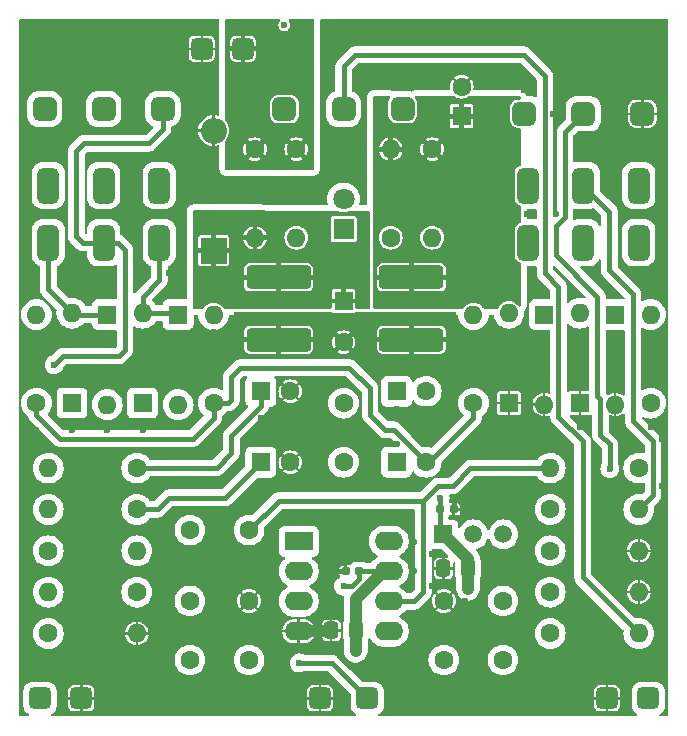
<source format=gbr>
%TF.GenerationSoftware,KiCad,Pcbnew,8.0.0*%
%TF.CreationDate,2024-04-22T22:36:35-07:00*%
%TF.ProjectId,rat-v2,7261742d-7632-42e6-9b69-6361645f7063,rev?*%
%TF.SameCoordinates,Original*%
%TF.FileFunction,Copper,L4,Bot*%
%TF.FilePolarity,Positive*%
%FSLAX46Y46*%
G04 Gerber Fmt 4.6, Leading zero omitted, Abs format (unit mm)*
G04 Created by KiCad (PCBNEW 8.0.0) date 2024-04-22 22:36:35*
%MOMM*%
%LPD*%
G01*
G04 APERTURE LIST*
G04 Aperture macros list*
%AMRoundRect*
0 Rectangle with rounded corners*
0 $1 Rounding radius*
0 $2 $3 $4 $5 $6 $7 $8 $9 X,Y pos of 4 corners*
0 Add a 4 corners polygon primitive as box body*
4,1,4,$2,$3,$4,$5,$6,$7,$8,$9,$2,$3,0*
0 Add four circle primitives for the rounded corners*
1,1,$1+$1,$2,$3*
1,1,$1+$1,$4,$5*
1,1,$1+$1,$6,$7*
1,1,$1+$1,$8,$9*
0 Add four rect primitives between the rounded corners*
20,1,$1+$1,$2,$3,$4,$5,0*
20,1,$1+$1,$4,$5,$6,$7,0*
20,1,$1+$1,$6,$7,$8,$9,0*
20,1,$1+$1,$8,$9,$2,$3,0*%
G04 Aperture macros list end*
%TA.AperFunction,SMDPad,CuDef*%
%ADD10RoundRect,0.249999X-2.450001X0.737501X-2.450001X-0.737501X2.450001X-0.737501X2.450001X0.737501X0*%
%TD*%
%TA.AperFunction,SMDPad,CuDef*%
%ADD11RoundRect,0.250000X0.337500X0.475000X-0.337500X0.475000X-0.337500X-0.475000X0.337500X-0.475000X0*%
%TD*%
%TA.AperFunction,SMDPad,CuDef*%
%ADD12RoundRect,0.155000X0.212500X0.155000X-0.212500X0.155000X-0.212500X-0.155000X0.212500X-0.155000X0*%
%TD*%
%TA.AperFunction,SMDPad,CuDef*%
%ADD13RoundRect,0.155000X-0.212500X-0.155000X0.212500X-0.155000X0.212500X0.155000X-0.212500X0.155000X0*%
%TD*%
%TA.AperFunction,ComponentPad*%
%ADD14RoundRect,0.300000X-0.600000X-0.600000X0.600000X-0.600000X0.600000X0.600000X-0.600000X0.600000X0*%
%TD*%
%TA.AperFunction,ComponentPad*%
%ADD15R,1.600000X1.600000*%
%TD*%
%TA.AperFunction,ComponentPad*%
%ADD16O,1.600000X1.600000*%
%TD*%
%TA.AperFunction,ComponentPad*%
%ADD17C,1.600000*%
%TD*%
%TA.AperFunction,ComponentPad*%
%ADD18R,1.500000X1.500000*%
%TD*%
%TA.AperFunction,ComponentPad*%
%ADD19C,1.500000*%
%TD*%
%TA.AperFunction,ComponentPad*%
%ADD20R,2.200000X2.200000*%
%TD*%
%TA.AperFunction,ComponentPad*%
%ADD21O,2.200000X2.200000*%
%TD*%
%TA.AperFunction,ComponentPad*%
%ADD22R,2.400000X1.600000*%
%TD*%
%TA.AperFunction,ComponentPad*%
%ADD23O,2.400000X1.600000*%
%TD*%
%TA.AperFunction,ComponentPad*%
%ADD24RoundRect,0.450000X0.450000X-1.050000X0.450000X1.050000X-0.450000X1.050000X-0.450000X-1.050000X0*%
%TD*%
%TA.AperFunction,ComponentPad*%
%ADD25R,1.800000X1.800000*%
%TD*%
%TA.AperFunction,ComponentPad*%
%ADD26C,1.800000*%
%TD*%
%TA.AperFunction,ComponentPad*%
%ADD27RoundRect,0.500000X0.500000X0.500000X-0.500000X0.500000X-0.500000X-0.500000X0.500000X-0.500000X0*%
%TD*%
%TA.AperFunction,ViaPad*%
%ADD28C,0.600000*%
%TD*%
%TA.AperFunction,Conductor*%
%ADD29C,0.400000*%
%TD*%
%TA.AperFunction,Conductor*%
%ADD30C,1.000000*%
%TD*%
G04 APERTURE END LIST*
D10*
%TO.P,C18,1*%
%TO.N,+4.5V*%
X88750000Y-103362500D03*
%TO.P,C18,2*%
%TO.N,GND*%
X88750000Y-108637500D03*
%TD*%
%TO.P,C17,1*%
%TO.N,+9V*%
X77500000Y-103362500D03*
%TO.P,C17,2*%
%TO.N,GND*%
X77500000Y-108637500D03*
%TD*%
D11*
%TO.P,C14,1*%
%TO.N,+9V*%
X93537500Y-128000000D03*
%TO.P,C14,2*%
%TO.N,GND*%
X91462500Y-128000000D03*
%TD*%
D12*
%TO.P,C15,1*%
%TO.N,+9V*%
X84317500Y-128250000D03*
%TO.P,C15,2*%
%TO.N,GND*%
X83182500Y-128250000D03*
%TD*%
D13*
%TO.P,C16,1*%
%TO.N,+9V*%
X91182500Y-123000000D03*
%TO.P,C16,2*%
%TO.N,GND*%
X92317500Y-123000000D03*
%TD*%
D11*
%TO.P,C13,1*%
%TO.N,+9V*%
X84037500Y-133250000D03*
%TO.P,C13,2*%
%TO.N,GND*%
X81962500Y-133250000D03*
%TD*%
D14*
%TO.P,P8,1,1*%
%TO.N,GND*%
X60800000Y-139000000D03*
%TD*%
D15*
%TO.P,D6,1,K*%
%TO.N,Net-(D5-A)*%
X106000000Y-106500000D03*
D16*
%TO.P,D6,2,A*%
%TO.N,GND*%
X106000000Y-114120000D03*
%TD*%
D14*
%TO.P,P3,1,1*%
%TO.N,GND*%
X71000000Y-84000000D03*
%TD*%
D17*
%TO.P,R10,1*%
%TO.N,+9VIN*%
X75500000Y-92500000D03*
D16*
%TO.P,R10,2*%
%TO.N,+9V*%
X75500000Y-100000000D03*
%TD*%
D18*
%TO.P,Q1,1,D*%
%TO.N,+9V*%
X91460000Y-125110000D03*
D19*
%TO.P,Q1,2,S*%
%TO.N,/SRC*%
X94000000Y-125110000D03*
%TO.P,Q1,3,G*%
%TO.N,/GATE*%
X96540000Y-125110000D03*
%TD*%
D17*
%TO.P,C1,1*%
%TO.N,/IN*%
X75000000Y-135750000D03*
%TO.P,C1,2*%
%TO.N,/IN_AC*%
X70000000Y-135750000D03*
%TD*%
%TO.P,R14,1*%
%TO.N,/SRC_AC*%
X57000000Y-114000000D03*
D16*
%TO.P,R14,2*%
%TO.N,Net-(SW2B-C)*%
X57000000Y-106500000D03*
%TD*%
D17*
%TO.P,R11,1*%
%TO.N,+4.5V*%
X90500000Y-92500000D03*
D16*
%TO.P,R11,2*%
%TO.N,+9V*%
X90500000Y-100000000D03*
%TD*%
D20*
%TO.P,D2,1,K*%
%TO.N,+9V*%
X72000000Y-101080000D03*
D21*
%TO.P,D2,2,A*%
%TO.N,GND*%
X72000000Y-90920000D03*
%TD*%
D17*
%TO.P,R2,1*%
%TO.N,+4.5V*%
X65500000Y-130000000D03*
D16*
%TO.P,R2,2*%
%TO.N,/IN_AC*%
X58000000Y-130000000D03*
%TD*%
D17*
%TO.P,R7,1*%
%TO.N,/OP_OUT_R*%
X108000000Y-119500000D03*
D16*
%TO.P,R7,2*%
%TO.N,/OP_OUT*%
X100500000Y-119500000D03*
%TD*%
D15*
%TO.P,C6,1*%
%TO.N,Net-(C6-Pad1)*%
X76000000Y-119000000D03*
D17*
%TO.P,C6,2*%
%TO.N,GND*%
X78500000Y-119000000D03*
%TD*%
D15*
%TO.P,D4,1,K*%
%TO.N,Net-(D3-A)*%
X100000000Y-106500000D03*
D16*
%TO.P,D4,2,A*%
%TO.N,GND*%
X100000000Y-114120000D03*
%TD*%
D17*
%TO.P,C9,1*%
%TO.N,/TONE_F*%
X91500000Y-135750000D03*
%TO.P,C9,2*%
%TO.N,/GATE*%
X96500000Y-135750000D03*
%TD*%
%TO.P,C4,1*%
%TO.N,/FB*%
X70000000Y-124750000D03*
%TO.P,C4,2*%
%TO.N,/OP_OUT*%
X75000000Y-124750000D03*
%TD*%
D15*
%TO.P,C7,1*%
%TO.N,/OP_OUT_R*%
X87500000Y-113000000D03*
D17*
%TO.P,C7,2*%
%TO.N,/HRD_CLP*%
X90000000Y-113000000D03*
%TD*%
D15*
%TO.P,D5,1,K*%
%TO.N,GND*%
X103000000Y-114000000D03*
D16*
%TO.P,D5,2,A*%
%TO.N,Net-(D5-A)*%
X103000000Y-106380000D03*
%TD*%
D15*
%TO.P,D10,1,K*%
%TO.N,Net-(D10-K)*%
X69000000Y-106500000D03*
D16*
%TO.P,D10,2,A*%
%TO.N,/OP_OUT*%
X69000000Y-114120000D03*
%TD*%
D15*
%TO.P,D3,1,K*%
%TO.N,GND*%
X97000000Y-114000000D03*
D16*
%TO.P,D3,2,A*%
%TO.N,Net-(D3-A)*%
X97000000Y-106380000D03*
%TD*%
D15*
%TO.P,D8,1,K*%
%TO.N,Net-(D7-A)*%
X63000000Y-106500000D03*
D16*
%TO.P,D8,2,A*%
%TO.N,/OP_OUT*%
X63000000Y-114120000D03*
%TD*%
D17*
%TO.P,R3,1*%
%TO.N,/IN_AC*%
X58000000Y-126500000D03*
D16*
%TO.P,R3,2*%
%TO.N,/IN_F*%
X65500000Y-126500000D03*
%TD*%
D14*
%TO.P,P6,1,1*%
%TO.N,/OUT*%
X108800000Y-139000000D03*
%TD*%
D15*
%TO.P,C12,1*%
%TO.N,+4.5V*%
X93000000Y-89705112D03*
D17*
%TO.P,C12,2*%
%TO.N,GND*%
X93000000Y-87205112D03*
%TD*%
%TO.P,R16,1*%
%TO.N,/SRC_AC*%
X94000000Y-114000000D03*
D16*
%TO.P,R16,2*%
%TO.N,Net-(SW1B-C)*%
X94000000Y-106500000D03*
%TD*%
D17*
%TO.P,R9,1*%
%TO.N,/SRC*%
X100500000Y-126500000D03*
D16*
%TO.P,R9,2*%
%TO.N,GND*%
X108000000Y-126500000D03*
%TD*%
D15*
%TO.P,D7,1,K*%
%TO.N,/OP_OUT*%
X60000000Y-114000000D03*
D16*
%TO.P,D7,2,A*%
%TO.N,Net-(D7-A)*%
X60000000Y-106380000D03*
%TD*%
D14*
%TO.P,P5,1,1*%
%TO.N,GND*%
X105300000Y-139000000D03*
%TD*%
D15*
%TO.P,C10,1*%
%TO.N,/SRC*%
X87500000Y-119000000D03*
D17*
%TO.P,C10,2*%
%TO.N,/SRC_AC*%
X90000000Y-119000000D03*
%TD*%
%TO.P,R18,1*%
%TO.N,+9VIN*%
X79000000Y-92500000D03*
D16*
%TO.P,R18,2*%
%TO.N,Net-(D1-A)*%
X79000000Y-100000000D03*
%TD*%
D17*
%TO.P,R4,1*%
%TO.N,Net-(C5-Pad1)*%
X65500000Y-119500000D03*
D16*
%TO.P,R4,2*%
%TO.N,/FB*%
X58000000Y-119500000D03*
%TD*%
D17*
%TO.P,R15,1*%
%TO.N,/SRC_AC*%
X109000000Y-114000000D03*
D16*
%TO.P,R15,2*%
%TO.N,Net-(SW1B-A)*%
X109000000Y-106500000D03*
%TD*%
D15*
%TO.P,C5,1*%
%TO.N,Net-(C5-Pad1)*%
X76000000Y-113000000D03*
D17*
%TO.P,C5,2*%
%TO.N,GND*%
X78500000Y-113000000D03*
%TD*%
%TO.P,R12,1*%
%TO.N,GND*%
X87000000Y-100000000D03*
D16*
%TO.P,R12,2*%
%TO.N,+4.5V*%
X87000000Y-92500000D03*
%TD*%
D17*
%TO.P,R17,1*%
%TO.N,/SRC_AC*%
X100500000Y-123000000D03*
D16*
%TO.P,R17,2*%
%TO.N,Net-(SW1B-B)*%
X108000000Y-123000000D03*
%TD*%
D17*
%TO.P,R13,1*%
%TO.N,/SRC_AC*%
X72000000Y-114000000D03*
D16*
%TO.P,R13,2*%
%TO.N,Net-(SW2B-A)*%
X72000000Y-106500000D03*
%TD*%
D17*
%TO.P,C2,1*%
%TO.N,/IN_F*%
X70000000Y-130750000D03*
%TO.P,C2,2*%
%TO.N,GND*%
X75000000Y-130750000D03*
%TD*%
%TO.P,R1,1*%
%TO.N,/IN*%
X58000000Y-133500000D03*
D16*
%TO.P,R1,2*%
%TO.N,GND*%
X65500000Y-133500000D03*
%TD*%
D14*
%TO.P,P2,1,1*%
%TO.N,Net-(D1-K)*%
X85000000Y-139000000D03*
%TD*%
D17*
%TO.P,C3,1*%
%TO.N,/COMP+*%
X83000000Y-114000000D03*
%TO.P,C3,2*%
%TO.N,/COMP-*%
X83000000Y-119000000D03*
%TD*%
%TO.P,R8,1*%
%TO.N,/GATE*%
X100500000Y-130000000D03*
D16*
%TO.P,R8,2*%
%TO.N,GND*%
X108000000Y-130000000D03*
%TD*%
D17*
%TO.P,C8,1*%
%TO.N,GND*%
X91500000Y-130750000D03*
%TO.P,C8,2*%
%TO.N,/TONE_F*%
X96500000Y-130750000D03*
%TD*%
D14*
%TO.P,P7,1,1*%
%TO.N,GND*%
X81000000Y-139000000D03*
%TD*%
D22*
%TO.P,U2,1,BAL*%
%TO.N,/COMP-*%
X79200000Y-125700000D03*
D23*
%TO.P,U2,2,-*%
%TO.N,/FB*%
X79200000Y-128240000D03*
%TO.P,U2,3,+*%
%TO.N,/IN_F*%
X79200000Y-130780000D03*
%TO.P,U2,4,V-*%
%TO.N,GND*%
X79200000Y-133320000D03*
%TO.P,U2,5,COMP*%
%TO.N,unconnected-(U2-COMP-Pad5)*%
X86820000Y-133320000D03*
%TO.P,U2,6*%
%TO.N,/OP_OUT*%
X86820000Y-130780000D03*
%TO.P,U2,7,V+*%
%TO.N,+9V*%
X86820000Y-128240000D03*
%TO.P,U2,8,C/B*%
%TO.N,/COMP+*%
X86820000Y-125700000D03*
%TD*%
D17*
%TO.P,R5,1*%
%TO.N,Net-(C6-Pad1)*%
X65500000Y-123000000D03*
D16*
%TO.P,R5,2*%
%TO.N,/FB*%
X58000000Y-123000000D03*
%TD*%
D14*
%TO.P,P1,1,1*%
%TO.N,+9VIN*%
X74500000Y-84000000D03*
%TD*%
D15*
%TO.P,D9,1,K*%
%TO.N,/OP_OUT*%
X66000000Y-114000000D03*
D16*
%TO.P,D9,2,A*%
%TO.N,Net-(D10-K)*%
X66000000Y-106380000D03*
%TD*%
D17*
%TO.P,R6,1*%
%TO.N,/TONE_F*%
X100500000Y-133500000D03*
D16*
%TO.P,R6,2*%
%TO.N,/TONE*%
X108000000Y-133500000D03*
%TD*%
D14*
%TO.P,P4,1,1*%
%TO.N,/IN*%
X57300000Y-139000000D03*
%TD*%
D15*
%TO.P,C11,1*%
%TO.N,+9V*%
X83000000Y-105347349D03*
D17*
%TO.P,C11,2*%
%TO.N,GND*%
X83000000Y-108847349D03*
%TD*%
D24*
%TO.P,SW1,1,A*%
%TO.N,Net-(D5-A)*%
X108000000Y-100415000D03*
%TO.P,SW1,2,B*%
%TO.N,/HRD_CLP*%
X103300000Y-100415000D03*
%TO.P,SW1,3,C*%
%TO.N,Net-(D3-A)*%
X98600000Y-100415000D03*
%TO.P,SW1,4,A*%
%TO.N,Net-(SW1B-A)*%
X108000000Y-95585000D03*
%TO.P,SW1,5,B*%
%TO.N,Net-(SW1B-B)*%
X103300000Y-95585000D03*
%TO.P,SW1,6,C*%
%TO.N,Net-(SW1B-C)*%
X98600000Y-95585000D03*
%TD*%
%TO.P,SW2,1,A*%
%TO.N,Net-(D10-K)*%
X67400000Y-100415000D03*
%TO.P,SW2,2,B*%
%TO.N,/FB*%
X62700000Y-100415000D03*
%TO.P,SW2,3,C*%
%TO.N,Net-(D7-A)*%
X58000000Y-100415000D03*
%TO.P,SW2,4,A*%
%TO.N,Net-(SW2B-A)*%
X67400000Y-95585000D03*
%TO.P,SW2,5,B*%
%TO.N,Net-(SW1B-B)*%
X62700000Y-95585000D03*
%TO.P,SW2,6,C*%
%TO.N,Net-(SW2B-C)*%
X58000000Y-95585000D03*
%TD*%
D25*
%TO.P,D1,1,K*%
%TO.N,Net-(D1-K)*%
X83000000Y-99275000D03*
D26*
%TO.P,D1,2,A*%
%TO.N,Net-(D1-A)*%
X83000000Y-96735000D03*
%TD*%
D27*
%TO.P,RV3,1,1*%
%TO.N,GND*%
X108300000Y-89500000D03*
%TO.P,RV3,2,2*%
%TO.N,/OUT*%
X103300000Y-89500000D03*
%TO.P,RV3,3,3*%
%TO.N,Net-(SW1B-B)*%
X98300000Y-89500000D03*
%TD*%
%TO.P,RV2,1,1*%
%TO.N,/HRD_CLP*%
X88000000Y-89100000D03*
%TO.P,RV2,2,2*%
%TO.N,/TONE*%
X83000000Y-89100000D03*
%TO.P,RV2,3,3*%
X78000000Y-89100000D03*
%TD*%
%TO.P,RV1,1,1*%
%TO.N,/FB*%
X67700000Y-89100000D03*
%TO.P,RV1,2,2*%
%TO.N,/OP_OUT*%
X62700000Y-89100000D03*
%TO.P,RV1,3,3*%
X57700000Y-89100000D03*
%TD*%
D28*
%TO.N,GND*%
X76000000Y-117250000D03*
X102250000Y-122750000D03*
X102750000Y-104750000D03*
X91000000Y-82000000D03*
X57000000Y-116250000D03*
X60000000Y-112250000D03*
X109000000Y-116000000D03*
X63750000Y-133500000D03*
X69000000Y-132750000D03*
X69000000Y-127250000D03*
X77250000Y-136500000D03*
X67000000Y-125750000D03*
X108000000Y-82000000D03*
X110000000Y-91000000D03*
X77000000Y-130750000D03*
X94250000Y-120500000D03*
X98750000Y-121250000D03*
X82250000Y-116500000D03*
X97000000Y-108250000D03*
X110000000Y-121000000D03*
X97000000Y-140000000D03*
X60000000Y-116250000D03*
X71000000Y-140000000D03*
X63000000Y-108250000D03*
X90500000Y-126750000D03*
X56250000Y-82000000D03*
X100000000Y-116000000D03*
X103000000Y-116000000D03*
X108000000Y-98000000D03*
X94750000Y-135750000D03*
X76000000Y-115250000D03*
X89000000Y-133500000D03*
X110000000Y-110000000D03*
X81500000Y-125250000D03*
X104500000Y-103250000D03*
X100000000Y-108250000D03*
X57000000Y-112250000D03*
X80250000Y-121250000D03*
X84500000Y-125250000D03*
X106250000Y-122750000D03*
X106250000Y-126500000D03*
X67750000Y-87000000D03*
X78500000Y-117250000D03*
X59750000Y-119500000D03*
X69000000Y-112250000D03*
X67500000Y-98000000D03*
X60000000Y-82000000D03*
X69000000Y-121000000D03*
X59750000Y-130000000D03*
X69000000Y-108250000D03*
X66000000Y-108250000D03*
X63750000Y-130000000D03*
X100750000Y-89500000D03*
X109000000Y-108250000D03*
X103250000Y-98000000D03*
X93250000Y-130750000D03*
X98250000Y-87500000D03*
X56750000Y-93250000D03*
X66000000Y-140000000D03*
X78500000Y-115250000D03*
X59000000Y-91250000D03*
X106250000Y-133500000D03*
X97000000Y-82000000D03*
X60000000Y-108250000D03*
X66000000Y-112250000D03*
X57750000Y-87000000D03*
X65000000Y-82000000D03*
X57000000Y-108250000D03*
X63750000Y-123000000D03*
X90250000Y-107000000D03*
X85000000Y-82000000D03*
X76000000Y-140000000D03*
X72000000Y-136500000D03*
X90000000Y-117500000D03*
X77500000Y-106750000D03*
X59750000Y-123000000D03*
X97000000Y-116000000D03*
X87250000Y-107000000D03*
X102250000Y-130000000D03*
X77000000Y-127000000D03*
X79000000Y-106750000D03*
X81962500Y-134962500D03*
X68000000Y-82000000D03*
X65000000Y-89000000D03*
X72000000Y-112250000D03*
X75000000Y-123000000D03*
X81500000Y-127000000D03*
X98500000Y-98000000D03*
X110000000Y-85000000D03*
X63000000Y-116250000D03*
X106000000Y-108250000D03*
X98250000Y-125250000D03*
X89000000Y-128250000D03*
X107500000Y-103250000D03*
X76000000Y-106750000D03*
X68250000Y-103000000D03*
X106250000Y-130000000D03*
X102250000Y-133500000D03*
X72500000Y-121000000D03*
X59750000Y-126500000D03*
X88750000Y-107000000D03*
X110000000Y-129000000D03*
X81500000Y-129500000D03*
X63000000Y-112250000D03*
X93000000Y-140000000D03*
X102250000Y-126500000D03*
X64750000Y-98000000D03*
X94000000Y-108250000D03*
X110000000Y-117000000D03*
X109000000Y-112250000D03*
X108250000Y-87500000D03*
X93250000Y-135750000D03*
X66000000Y-116250000D03*
X103000000Y-108250000D03*
X69000000Y-116000000D03*
X90000000Y-114500000D03*
X63750000Y-126500000D03*
X60455025Y-103294975D03*
X106000000Y-116000000D03*
X58000000Y-98000000D03*
X59750000Y-133500000D03*
X76000000Y-120750000D03*
X56750000Y-91250000D03*
X89000000Y-140000000D03*
X103000000Y-82000000D03*
X87500000Y-117500000D03*
X90500000Y-129500000D03*
X101000000Y-98000000D03*
X77000000Y-129500000D03*
X92250000Y-129500000D03*
X89000000Y-125750000D03*
X82000000Y-128250000D03*
X95500000Y-123500000D03*
X92317500Y-122000000D03*
X78000000Y-82000000D03*
X110000000Y-133000000D03*
X72750000Y-116000000D03*
X87500000Y-114500000D03*
X63750000Y-119500000D03*
X110000000Y-125000000D03*
X94750000Y-130750000D03*
X101000000Y-140000000D03*
X72000000Y-108000000D03*
%TO.N,+9V*%
X91185005Y-122000000D03*
X83000000Y-129500000D03*
X77500000Y-105250000D03*
X84037500Y-134962500D03*
X76000000Y-105250000D03*
X93537500Y-129712500D03*
X79000000Y-105250000D03*
%TO.N,+4.5V*%
X92750000Y-101750000D03*
X90250000Y-105500000D03*
X88750000Y-105500000D03*
X92750000Y-104750000D03*
X92750000Y-103250000D03*
X87250000Y-105500000D03*
%TO.N,Net-(D1-K)*%
X79250000Y-136000000D03*
%TO.N,/FB*%
X58500000Y-110750000D03*
%TO.N,/OUT*%
X105550000Y-119550000D03*
%TD*%
D29*
%TO.N,/OP_OUT*%
X93750000Y-119500000D02*
X92250000Y-121000000D01*
X92250000Y-121000000D02*
X91000000Y-121000000D01*
X91000000Y-121000000D02*
X89750000Y-122250000D01*
X100500000Y-119500000D02*
X93750000Y-119500000D01*
%TO.N,GND*%
X92317500Y-122000000D02*
X92317500Y-122750000D01*
D30*
X79208367Y-133311633D02*
X79200000Y-133320000D01*
X81900867Y-133311633D02*
X79208367Y-133311633D01*
D29*
X83182500Y-128250000D02*
X82000000Y-128250000D01*
D30*
X81962500Y-133250000D02*
X81900867Y-133311633D01*
X91462500Y-130712500D02*
X91500000Y-130750000D01*
D29*
%TO.N,Net-(C5-Pad1)*%
X72250000Y-119500000D02*
X65500000Y-119500000D01*
X73500000Y-116750000D02*
X73500000Y-118250000D01*
X73500000Y-118250000D02*
X72250000Y-119500000D01*
X76000000Y-113000000D02*
X76000000Y-114250000D01*
X76000000Y-114250000D02*
X73500000Y-116750000D01*
%TO.N,Net-(C6-Pad1)*%
X73250000Y-121750000D02*
X76000000Y-119000000D01*
X67250000Y-123000000D02*
X68250000Y-122000000D01*
X68250000Y-122000000D02*
X73000000Y-122000000D01*
X65500000Y-123000000D02*
X67250000Y-123000000D01*
X73000000Y-122000000D02*
X73250000Y-121750000D01*
D30*
%TO.N,+9V*%
X93537500Y-128000000D02*
X93537500Y-127187500D01*
X84037500Y-134962500D02*
X84037500Y-133250000D01*
D29*
X84317500Y-128932500D02*
X84317500Y-128250000D01*
X83750000Y-129500000D02*
X84317500Y-128932500D01*
D30*
X86420000Y-128240000D02*
X86820000Y-128240000D01*
X93537500Y-129712500D02*
X93537500Y-128000000D01*
X84037500Y-133250000D02*
X84037500Y-130622500D01*
X84037500Y-130622500D02*
X86420000Y-128240000D01*
D29*
X86810000Y-128250000D02*
X86820000Y-128240000D01*
X91185005Y-124997495D02*
X91000000Y-125182500D01*
D30*
X93537500Y-127187500D02*
X91460000Y-125110000D01*
D29*
X83000000Y-129500000D02*
X83750000Y-129500000D01*
X84317500Y-128250000D02*
X86810000Y-128250000D01*
X91185005Y-122000000D02*
X91185005Y-124997495D01*
%TO.N,Net-(D1-K)*%
X82000000Y-136000000D02*
X79250000Y-136000000D01*
X85000000Y-139000000D02*
X82000000Y-136000000D01*
%TO.N,Net-(D7-A)*%
X58000000Y-100415000D02*
X58000000Y-104380000D01*
X60120000Y-106500000D02*
X60000000Y-106380000D01*
X63000000Y-106500000D02*
X60120000Y-106500000D01*
X58000000Y-104380000D02*
X60000000Y-106380000D01*
%TO.N,Net-(D10-K)*%
X66000000Y-105000000D02*
X66000000Y-106380000D01*
X68880000Y-106380000D02*
X69000000Y-106500000D01*
X67400000Y-103600000D02*
X66000000Y-105000000D01*
X66000000Y-106380000D02*
X68880000Y-106380000D01*
X67400000Y-100415000D02*
X67400000Y-103600000D01*
%TO.N,Net-(SW1B-B)*%
X107500000Y-115500000D02*
X109200000Y-117200000D01*
X103300000Y-95585000D02*
X105500000Y-97785000D01*
X109200000Y-117200000D02*
X109200000Y-121800000D01*
X105500000Y-97785000D02*
X105500000Y-102750000D01*
X105500000Y-102750000D02*
X107500000Y-104750000D01*
X109200000Y-121800000D02*
X108000000Y-123000000D01*
X107500000Y-104750000D02*
X107500000Y-115500000D01*
%TO.N,/OP_OUT*%
X88970000Y-130780000D02*
X86820000Y-130780000D01*
X89750000Y-122250000D02*
X88750000Y-122250000D01*
X75000000Y-124750000D02*
X77500000Y-122250000D01*
X89750000Y-130000000D02*
X88970000Y-130780000D01*
X89750000Y-122250000D02*
X89750000Y-130000000D01*
X77500000Y-122250000D02*
X88750000Y-122250000D01*
%TO.N,/FB*%
X62700000Y-100415000D02*
X62700000Y-99950000D01*
X60383004Y-92616996D02*
X60383004Y-99883004D01*
X61000000Y-92000000D02*
X60383004Y-92616996D01*
X59250000Y-110000000D02*
X58500000Y-110750000D01*
X64500000Y-101000000D02*
X64500000Y-109500000D01*
X60383004Y-99883004D02*
X60915000Y-100415000D01*
X64000000Y-110000000D02*
X59250000Y-110000000D01*
X66500000Y-92000000D02*
X61000000Y-92000000D01*
X63915000Y-100415000D02*
X64500000Y-101000000D01*
X64500000Y-109500000D02*
X64000000Y-110000000D01*
X67700000Y-90800000D02*
X66500000Y-92000000D01*
X60915000Y-100415000D02*
X62700000Y-100415000D01*
X62700000Y-100415000D02*
X63915000Y-100415000D01*
X67700000Y-89100000D02*
X67700000Y-90800000D01*
%TO.N,/SRC_AC*%
X87250000Y-116250000D02*
X90000000Y-119000000D01*
X73250000Y-114000000D02*
X73500000Y-113750000D01*
X72000000Y-115250000D02*
X72000000Y-114000000D01*
X85250000Y-115000000D02*
X86500000Y-116250000D01*
X70250000Y-117000000D02*
X72000000Y-115250000D01*
X73500000Y-111750000D02*
X74250000Y-111000000D01*
X72000000Y-114000000D02*
X73250000Y-114000000D01*
X83500000Y-111000000D02*
X85250000Y-112750000D01*
X90250000Y-119000000D02*
X94000000Y-115250000D01*
X94000000Y-115250000D02*
X94000000Y-114000000D01*
X86500000Y-116250000D02*
X87250000Y-116250000D01*
X90000000Y-119000000D02*
X90250000Y-119000000D01*
X74250000Y-111000000D02*
X83500000Y-111000000D01*
X85250000Y-112750000D02*
X85250000Y-115000000D01*
X57000000Y-115000000D02*
X59000000Y-117000000D01*
X73500000Y-113750000D02*
X73500000Y-111750000D01*
X59000000Y-117000000D02*
X70250000Y-117000000D01*
X57000000Y-114000000D02*
X57000000Y-115000000D01*
%TO.N,/OUT*%
X101000000Y-101500000D02*
X101000000Y-98989950D01*
X104750000Y-113672943D02*
X104500000Y-113422943D01*
X105550000Y-119550000D02*
X105550000Y-117500000D01*
X101000000Y-98989950D02*
X101750000Y-98239950D01*
X104750000Y-116700000D02*
X104750000Y-113672943D01*
X104500000Y-105000000D02*
X101000000Y-101500000D01*
X101750000Y-98239950D02*
X101750000Y-91050000D01*
X101750000Y-91050000D02*
X103300000Y-89500000D01*
X104500000Y-113422943D02*
X104500000Y-105000000D01*
X105550000Y-117500000D02*
X104750000Y-116700000D01*
%TO.N,/TONE*%
X100050000Y-86300000D02*
X98250000Y-84500000D01*
X84000000Y-84500000D02*
X83000000Y-85500000D01*
X83000000Y-85500000D02*
X83000000Y-89100000D01*
X98250000Y-84500000D02*
X84000000Y-84500000D01*
X103250000Y-128750000D02*
X103250000Y-117239950D01*
X101200000Y-115189950D02*
X101200000Y-104150000D01*
X100050000Y-103000000D02*
X100050000Y-86300000D01*
X103250000Y-117239950D02*
X101200000Y-115189950D01*
X108000000Y-133500000D02*
X103250000Y-128750000D01*
X101200000Y-104150000D02*
X100050000Y-103000000D01*
%TD*%
%TA.AperFunction,Conductor*%
%TO.N,GND*%
G36*
X82055448Y-106291901D02*
G01*
X82121769Y-106336216D01*
X82166231Y-106345060D01*
X82180241Y-106347847D01*
X82180246Y-106347847D01*
X82180252Y-106347849D01*
X82180253Y-106347849D01*
X83819747Y-106347849D01*
X83819748Y-106347849D01*
X83878231Y-106336216D01*
X83944552Y-106291901D01*
X83972550Y-106250000D01*
X92500000Y-106250000D01*
X92500000Y-110250000D01*
X73750000Y-110250000D01*
X73750000Y-109429212D01*
X74600000Y-109429212D01*
X74602850Y-109459602D01*
X74647655Y-109587650D01*
X74728202Y-109696787D01*
X74728212Y-109696797D01*
X74837349Y-109777344D01*
X74965397Y-109822149D01*
X74995787Y-109824999D01*
X74995789Y-109825000D01*
X77299999Y-109825000D01*
X77300000Y-109824999D01*
X77700000Y-109824999D01*
X77700001Y-109825000D01*
X80004211Y-109825000D01*
X80004212Y-109824999D01*
X80034602Y-109822149D01*
X80162650Y-109777344D01*
X80271787Y-109696797D01*
X80271797Y-109696787D01*
X80352344Y-109587650D01*
X80397149Y-109459602D01*
X80399999Y-109429212D01*
X80400000Y-109429211D01*
X80400000Y-108847352D01*
X81995161Y-108847352D01*
X82014467Y-109043378D01*
X82014468Y-109043383D01*
X82071650Y-109231884D01*
X82071652Y-109231889D01*
X82162552Y-109401951D01*
X82613628Y-108950874D01*
X82627259Y-109001743D01*
X82679920Y-109092955D01*
X82754394Y-109167429D01*
X82845606Y-109220090D01*
X82896471Y-109233719D01*
X82445396Y-109684795D01*
X82615459Y-109775696D01*
X82615464Y-109775698D01*
X82803965Y-109832880D01*
X82803970Y-109832881D01*
X82999997Y-109852188D01*
X83000003Y-109852188D01*
X83196029Y-109832881D01*
X83196034Y-109832880D01*
X83384535Y-109775698D01*
X83554602Y-109684795D01*
X83299019Y-109429212D01*
X85850000Y-109429212D01*
X85852850Y-109459602D01*
X85897655Y-109587650D01*
X85978202Y-109696787D01*
X85978212Y-109696797D01*
X86087349Y-109777344D01*
X86215397Y-109822149D01*
X86245787Y-109824999D01*
X86245789Y-109825000D01*
X88549999Y-109825000D01*
X88550000Y-109824999D01*
X88950000Y-109824999D01*
X88950001Y-109825000D01*
X91254211Y-109825000D01*
X91254212Y-109824999D01*
X91284602Y-109822149D01*
X91412650Y-109777344D01*
X91521787Y-109696797D01*
X91521797Y-109696787D01*
X91602344Y-109587650D01*
X91647149Y-109459602D01*
X91649999Y-109429212D01*
X91650000Y-109429211D01*
X91650000Y-108837501D01*
X91649999Y-108837500D01*
X88950001Y-108837500D01*
X88950000Y-108837501D01*
X88950000Y-109824999D01*
X88550000Y-109824999D01*
X88550000Y-108837501D01*
X88549999Y-108837500D01*
X85850001Y-108837500D01*
X85850000Y-108837501D01*
X85850000Y-109429212D01*
X83299019Y-109429212D01*
X83103526Y-109233719D01*
X83154394Y-109220090D01*
X83245606Y-109167429D01*
X83320080Y-109092955D01*
X83372741Y-109001743D01*
X83386370Y-108950875D01*
X83837446Y-109401951D01*
X83928349Y-109231884D01*
X83985531Y-109043383D01*
X83985532Y-109043378D01*
X84004839Y-108847352D01*
X84004839Y-108847345D01*
X83985532Y-108651319D01*
X83985531Y-108651314D01*
X83928349Y-108462813D01*
X83928347Y-108462808D01*
X83914819Y-108437499D01*
X85850000Y-108437499D01*
X85850001Y-108437500D01*
X88549999Y-108437500D01*
X88550000Y-108437499D01*
X88950000Y-108437499D01*
X88950001Y-108437500D01*
X91649999Y-108437500D01*
X91650000Y-108437499D01*
X91650000Y-107845789D01*
X91649999Y-107845787D01*
X91647149Y-107815397D01*
X91602344Y-107687349D01*
X91521797Y-107578212D01*
X91521787Y-107578202D01*
X91412650Y-107497655D01*
X91284602Y-107452850D01*
X91254212Y-107450000D01*
X88950001Y-107450000D01*
X88950000Y-107450001D01*
X88950000Y-108437499D01*
X88550000Y-108437499D01*
X88550000Y-107450001D01*
X88549999Y-107450000D01*
X86245787Y-107450000D01*
X86215397Y-107452850D01*
X86087349Y-107497655D01*
X85978212Y-107578202D01*
X85978202Y-107578212D01*
X85897655Y-107687349D01*
X85852850Y-107815397D01*
X85850000Y-107845787D01*
X85850000Y-108437499D01*
X83914819Y-108437499D01*
X83837446Y-108292745D01*
X83386370Y-108743820D01*
X83372741Y-108692955D01*
X83320080Y-108601743D01*
X83245606Y-108527269D01*
X83154394Y-108474608D01*
X83103525Y-108460977D01*
X83554602Y-108009901D01*
X83384540Y-107919001D01*
X83384535Y-107918999D01*
X83196034Y-107861817D01*
X83196029Y-107861816D01*
X83000003Y-107842510D01*
X82999997Y-107842510D01*
X82803970Y-107861816D01*
X82803965Y-107861817D01*
X82615464Y-107918999D01*
X82615459Y-107919001D01*
X82445396Y-108009901D01*
X82896473Y-108460978D01*
X82845606Y-108474608D01*
X82754394Y-108527269D01*
X82679920Y-108601743D01*
X82627259Y-108692955D01*
X82613629Y-108743822D01*
X82162552Y-108292745D01*
X82071652Y-108462808D01*
X82071650Y-108462813D01*
X82014468Y-108651314D01*
X82014467Y-108651319D01*
X81995161Y-108847345D01*
X81995161Y-108847352D01*
X80400000Y-108847352D01*
X80400000Y-108837501D01*
X80399999Y-108837500D01*
X77700001Y-108837500D01*
X77700000Y-108837501D01*
X77700000Y-109824999D01*
X77300000Y-109824999D01*
X77300000Y-108837501D01*
X77299999Y-108837500D01*
X74600001Y-108837500D01*
X74600000Y-108837501D01*
X74600000Y-109429212D01*
X73750000Y-109429212D01*
X73750000Y-108437499D01*
X74600000Y-108437499D01*
X74600001Y-108437500D01*
X77299999Y-108437500D01*
X77300000Y-108437499D01*
X77700000Y-108437499D01*
X77700001Y-108437500D01*
X80399999Y-108437500D01*
X80400000Y-108437499D01*
X80400000Y-107845789D01*
X80399999Y-107845787D01*
X80397149Y-107815397D01*
X80352344Y-107687349D01*
X80271797Y-107578212D01*
X80271787Y-107578202D01*
X80162650Y-107497655D01*
X80034602Y-107452850D01*
X80004212Y-107450000D01*
X77700001Y-107450000D01*
X77700000Y-107450001D01*
X77700000Y-108437499D01*
X77300000Y-108437499D01*
X77300000Y-107450001D01*
X77299999Y-107450000D01*
X74995787Y-107450000D01*
X74965397Y-107452850D01*
X74837349Y-107497655D01*
X74728212Y-107578202D01*
X74728202Y-107578212D01*
X74647655Y-107687349D01*
X74602850Y-107815397D01*
X74600000Y-107845787D01*
X74600000Y-108437499D01*
X73750000Y-108437499D01*
X73750000Y-106250000D01*
X82027450Y-106250000D01*
X82055448Y-106291901D01*
G37*
%TD.AperFunction*%
%TD*%
%TA.AperFunction,Conductor*%
%TO.N,GND*%
G36*
X106758691Y-107819406D02*
G01*
X106794655Y-107868906D01*
X106799500Y-107899499D01*
X106799500Y-113273170D01*
X106780593Y-113331361D01*
X106731093Y-113367325D01*
X106669907Y-113367325D01*
X106637695Y-113349698D01*
X106558258Y-113284506D01*
X106558252Y-113284502D01*
X106384540Y-113191652D01*
X106384535Y-113191650D01*
X106196034Y-113134468D01*
X106196028Y-113134467D01*
X106100000Y-113125009D01*
X106100000Y-113732684D01*
X106052661Y-113720000D01*
X105947339Y-113720000D01*
X105900000Y-113732684D01*
X105900000Y-113125009D01*
X105899999Y-113125009D01*
X105803971Y-113134467D01*
X105803965Y-113134468D01*
X105615464Y-113191650D01*
X105615459Y-113191652D01*
X105440704Y-113285060D01*
X105380471Y-113295816D01*
X105325420Y-113269114D01*
X105311721Y-113252752D01*
X105306946Y-113245606D01*
X105294114Y-113226401D01*
X105229496Y-113161783D01*
X105201719Y-113107266D01*
X105200500Y-113091779D01*
X105200500Y-107899499D01*
X105219407Y-107841308D01*
X105268907Y-107805344D01*
X105299500Y-107800499D01*
X106700500Y-107800499D01*
X106758691Y-107819406D01*
G37*
%TD.AperFunction*%
%TA.AperFunction,Conductor*%
G36*
X102069501Y-107288687D02*
G01*
X102160861Y-107380047D01*
X102160864Y-107380049D01*
X102160867Y-107380052D01*
X102160869Y-107380053D01*
X102264835Y-107452850D01*
X102347266Y-107510568D01*
X102347272Y-107510571D01*
X102347276Y-107510573D01*
X102553500Y-107606737D01*
X102553504Y-107606739D01*
X102773308Y-107665635D01*
X102773312Y-107665635D01*
X102773315Y-107665636D01*
X102999997Y-107685468D01*
X103000000Y-107685468D01*
X103000003Y-107685468D01*
X103226684Y-107665636D01*
X103226685Y-107665635D01*
X103226692Y-107665635D01*
X103446496Y-107606739D01*
X103507672Y-107578212D01*
X103656652Y-107508742D01*
X103657345Y-107510229D01*
X103710808Y-107498843D01*
X103766714Y-107523706D01*
X103797328Y-107576682D01*
X103799500Y-107597305D01*
X103799500Y-112901000D01*
X103780593Y-112959191D01*
X103731093Y-112995155D01*
X103700500Y-113000000D01*
X103100001Y-113000000D01*
X103100000Y-113000001D01*
X103100000Y-113612684D01*
X103052661Y-113600000D01*
X102947339Y-113600000D01*
X102900000Y-113612684D01*
X102900000Y-113000001D01*
X102899999Y-113000000D01*
X102180299Y-113000000D01*
X102121964Y-113011603D01*
X102054501Y-113056681D01*
X101995613Y-113073289D01*
X101938210Y-113052111D01*
X101904217Y-113001237D01*
X101900500Y-112974365D01*
X101900500Y-107358693D01*
X101919407Y-107300502D01*
X101968907Y-107264538D01*
X102030093Y-107264538D01*
X102069501Y-107288687D01*
G37*
%TD.AperFunction*%
%TA.AperFunction,Conductor*%
G36*
X100919504Y-102410160D02*
G01*
X103480449Y-104971105D01*
X103508226Y-105025622D01*
X103498655Y-105086054D01*
X103455390Y-105129319D01*
X103394958Y-105138890D01*
X103384829Y-105136737D01*
X103226692Y-105094365D01*
X103226691Y-105094364D01*
X103226684Y-105094363D01*
X103000003Y-105074532D01*
X102999997Y-105074532D01*
X102773315Y-105094363D01*
X102553499Y-105153262D01*
X102347276Y-105249426D01*
X102347262Y-105249434D01*
X102160869Y-105379946D01*
X102160867Y-105379947D01*
X102160861Y-105379952D01*
X102160861Y-105379953D01*
X102069501Y-105471312D01*
X102014987Y-105499088D01*
X101954555Y-105489517D01*
X101911290Y-105446252D01*
X101900500Y-105401307D01*
X101900500Y-104081011D01*
X101900499Y-104081003D01*
X101893644Y-104046544D01*
X101893644Y-104046542D01*
X101893643Y-104046539D01*
X101873580Y-103945672D01*
X101820775Y-103818189D01*
X101744114Y-103703457D01*
X100779496Y-102738839D01*
X100751719Y-102684322D01*
X100750500Y-102668835D01*
X100750500Y-102480164D01*
X100769407Y-102421973D01*
X100818907Y-102386009D01*
X100880093Y-102386009D01*
X100919504Y-102410160D01*
G37*
%TD.AperFunction*%
%TA.AperFunction,Conductor*%
G36*
X104771209Y-101842828D02*
G01*
X104798433Y-101897623D01*
X104799500Y-101912119D01*
X104799500Y-102818996D01*
X104826420Y-102954327D01*
X104826420Y-102954329D01*
X104879223Y-103081808D01*
X104879224Y-103081810D01*
X104879225Y-103081811D01*
X104955886Y-103196543D01*
X106770505Y-105011162D01*
X106798281Y-105065677D01*
X106799500Y-105081164D01*
X106799500Y-105100500D01*
X106780593Y-105158691D01*
X106731093Y-105194655D01*
X106700500Y-105199500D01*
X105299500Y-105199500D01*
X105241309Y-105180593D01*
X105205345Y-105131093D01*
X105200500Y-105100500D01*
X105200500Y-104931008D01*
X105200499Y-104931004D01*
X105195688Y-104906818D01*
X105173580Y-104795672D01*
X105169082Y-104784814D01*
X105138844Y-104711811D01*
X105126085Y-104681008D01*
X105120776Y-104668191D01*
X105120776Y-104668190D01*
X105064741Y-104584329D01*
X105044114Y-104553458D01*
X104946542Y-104455886D01*
X104021662Y-103531006D01*
X103075161Y-102584504D01*
X103047384Y-102529987D01*
X103056955Y-102469555D01*
X103100220Y-102426290D01*
X103145165Y-102415500D01*
X103805134Y-102415500D01*
X103805138Y-102415500D01*
X103918552Y-102405417D01*
X104104406Y-102352237D01*
X104275751Y-102262734D01*
X104425571Y-102140571D01*
X104547734Y-101990751D01*
X104612751Y-101866281D01*
X104656451Y-101823459D01*
X104716977Y-101814500D01*
X104771209Y-101842828D01*
G37*
%TD.AperFunction*%
%TA.AperFunction,Conductor*%
G36*
X104248484Y-97524149D02*
G01*
X104249200Y-97524857D01*
X104770504Y-98046161D01*
X104798281Y-98100678D01*
X104799500Y-98116165D01*
X104799500Y-98917880D01*
X104780593Y-98976071D01*
X104731093Y-99012035D01*
X104669907Y-99012035D01*
X104620407Y-98976071D01*
X104612753Y-98963722D01*
X104547734Y-98839249D01*
X104425571Y-98689429D01*
X104425568Y-98689426D01*
X104342597Y-98621772D01*
X104275751Y-98567266D01*
X104275749Y-98567265D01*
X104275748Y-98567264D01*
X104104406Y-98477763D01*
X104104399Y-98477761D01*
X103918554Y-98424583D01*
X103880747Y-98421222D01*
X103805138Y-98414500D01*
X102794862Y-98414500D01*
X102738155Y-98419541D01*
X102681444Y-98424583D01*
X102568155Y-98456999D01*
X102507008Y-98454829D01*
X102458815Y-98417132D01*
X102441983Y-98358308D01*
X102443823Y-98342509D01*
X102450500Y-98308943D01*
X102450500Y-97640634D01*
X102469407Y-97582443D01*
X102518907Y-97546479D01*
X102576733Y-97545454D01*
X102681448Y-97575417D01*
X102794862Y-97585500D01*
X102794866Y-97585500D01*
X103805134Y-97585500D01*
X103805138Y-97585500D01*
X103918552Y-97575417D01*
X104104406Y-97522237D01*
X104133360Y-97507112D01*
X104193687Y-97496927D01*
X104248484Y-97524149D01*
G37*
%TD.AperFunction*%
%TA.AperFunction,Conductor*%
G36*
X99284406Y-97576235D02*
G01*
X99332602Y-97613929D01*
X99349500Y-97669248D01*
X99349500Y-98330751D01*
X99330593Y-98388942D01*
X99281093Y-98424906D01*
X99223269Y-98425932D01*
X99218555Y-98424583D01*
X99169946Y-98420261D01*
X99105138Y-98414500D01*
X99105134Y-98414500D01*
X98604500Y-98414500D01*
X98546309Y-98395593D01*
X98510345Y-98346093D01*
X98505500Y-98315500D01*
X98505500Y-98046357D01*
X98504211Y-98010296D01*
X98504211Y-98010283D01*
X98503981Y-98007069D01*
X98503982Y-97992918D01*
X98504210Y-97989725D01*
X98504211Y-97989718D01*
X98505500Y-97953644D01*
X98505500Y-97684500D01*
X98524407Y-97626309D01*
X98573907Y-97590345D01*
X98604500Y-97585500D01*
X99105134Y-97585500D01*
X99105138Y-97585500D01*
X99218552Y-97575417D01*
X99223259Y-97574070D01*
X99284406Y-97576235D01*
G37*
%TD.AperFunction*%
%TA.AperFunction,Conductor*%
G36*
X72453691Y-81519407D02*
G01*
X72489655Y-81568907D01*
X72494500Y-81599500D01*
X72494500Y-89577622D01*
X72475593Y-89635813D01*
X72426093Y-89671777D01*
X72369877Y-89673249D01*
X72226596Y-89634857D01*
X72100000Y-89623781D01*
X72100000Y-90377393D01*
X72072409Y-90370000D01*
X71927591Y-90370000D01*
X71900000Y-90377393D01*
X71900000Y-89623781D01*
X71899999Y-89623781D01*
X71773403Y-89634857D01*
X71553676Y-89693733D01*
X71347518Y-89789865D01*
X71161188Y-89920334D01*
X71000334Y-90081188D01*
X70869865Y-90267518D01*
X70773733Y-90473676D01*
X70714857Y-90693402D01*
X70703782Y-90819999D01*
X70703783Y-90820000D01*
X71457393Y-90820000D01*
X71450000Y-90847591D01*
X71450000Y-90992409D01*
X71457393Y-91020000D01*
X70703782Y-91020000D01*
X70714857Y-91146597D01*
X70773733Y-91366323D01*
X70869865Y-91572481D01*
X71000334Y-91758811D01*
X71161188Y-91919665D01*
X71347518Y-92050134D01*
X71553676Y-92146266D01*
X71773402Y-92205142D01*
X71899999Y-92216217D01*
X71900000Y-92216217D01*
X71900000Y-91462606D01*
X71927591Y-91470000D01*
X72072409Y-91470000D01*
X72100000Y-91462606D01*
X72100000Y-92216217D01*
X72226595Y-92205142D01*
X72369876Y-92166750D01*
X72430978Y-92169952D01*
X72478528Y-92208457D01*
X72494500Y-92262377D01*
X72494500Y-94151000D01*
X72500722Y-94230070D01*
X72505567Y-94260663D01*
X72528743Y-94351467D01*
X72573505Y-94436301D01*
X72595887Y-94478720D01*
X72595888Y-94478721D01*
X72631853Y-94528222D01*
X72649476Y-94551076D01*
X72649478Y-94551078D01*
X72649482Y-94551083D01*
X72755486Y-94648371D01*
X72884604Y-94711853D01*
X72942795Y-94730760D01*
X72956584Y-94735024D01*
X72956595Y-94735025D01*
X72956597Y-94735026D01*
X73098995Y-94755500D01*
X73099000Y-94755500D01*
X80400994Y-94755500D01*
X80401000Y-94755500D01*
X80480070Y-94749278D01*
X80510663Y-94744433D01*
X80601467Y-94721257D01*
X80728719Y-94654113D01*
X80778219Y-94618149D01*
X80801083Y-94600518D01*
X80898371Y-94494514D01*
X80961853Y-94365396D01*
X80980760Y-94307205D01*
X80985024Y-94293416D01*
X80994133Y-94230062D01*
X81005500Y-94151005D01*
X81005500Y-81599500D01*
X81024407Y-81541309D01*
X81073907Y-81505345D01*
X81104500Y-81500500D01*
X110400500Y-81500500D01*
X110458691Y-81519407D01*
X110494655Y-81568907D01*
X110499500Y-81599500D01*
X110499500Y-106450322D01*
X110484131Y-106497621D01*
X110485359Y-106498688D01*
X110499500Y-106549677D01*
X110499500Y-113950322D01*
X110484131Y-113997621D01*
X110485359Y-113998688D01*
X110499500Y-114049677D01*
X110499500Y-140400500D01*
X110480593Y-140458691D01*
X110431093Y-140494655D01*
X110400500Y-140499500D01*
X109816700Y-140499500D01*
X109758509Y-140480593D01*
X109722545Y-140431093D01*
X109722545Y-140369907D01*
X109758509Y-140320407D01*
X109764029Y-140316674D01*
X109821143Y-140280786D01*
X109902262Y-140229816D01*
X110029816Y-140102262D01*
X110125789Y-139949522D01*
X110185368Y-139779255D01*
X110185369Y-139779249D01*
X110200499Y-139644970D01*
X110200500Y-139644953D01*
X110200500Y-138355046D01*
X110200499Y-138355029D01*
X110185369Y-138220750D01*
X110185366Y-138220738D01*
X110161014Y-138151145D01*
X110125789Y-138050478D01*
X110066830Y-137956646D01*
X110029818Y-137897741D01*
X110029817Y-137897740D01*
X110029816Y-137897738D01*
X109902262Y-137770184D01*
X109902259Y-137770182D01*
X109902258Y-137770181D01*
X109749523Y-137674211D01*
X109579261Y-137614633D01*
X109579249Y-137614630D01*
X109444970Y-137599500D01*
X109444954Y-137599500D01*
X108155046Y-137599500D01*
X108155029Y-137599500D01*
X108020750Y-137614630D01*
X108020738Y-137614633D01*
X107850477Y-137674211D01*
X107850476Y-137674211D01*
X107697741Y-137770181D01*
X107570181Y-137897741D01*
X107474211Y-138050476D01*
X107474211Y-138050477D01*
X107414633Y-138220738D01*
X107414630Y-138220750D01*
X107399500Y-138355029D01*
X107399500Y-139644970D01*
X107414630Y-139779249D01*
X107414633Y-139779261D01*
X107474211Y-139949522D01*
X107474211Y-139949523D01*
X107570181Y-140102258D01*
X107570184Y-140102262D01*
X107697738Y-140229816D01*
X107697740Y-140229817D01*
X107697741Y-140229818D01*
X107835971Y-140316674D01*
X107875183Y-140363643D01*
X107879299Y-140424690D01*
X107846747Y-140476497D01*
X107789960Y-140499276D01*
X107783300Y-140499500D01*
X86016700Y-140499500D01*
X85958509Y-140480593D01*
X85922545Y-140431093D01*
X85922545Y-140369907D01*
X85958509Y-140320407D01*
X85964029Y-140316674D01*
X86021143Y-140280786D01*
X86102262Y-140229816D01*
X86229816Y-140102262D01*
X86325789Y-139949522D01*
X86385368Y-139779255D01*
X86385369Y-139779249D01*
X86400177Y-139647824D01*
X104199999Y-139647824D01*
X104206401Y-139707370D01*
X104206403Y-139707381D01*
X104256646Y-139842088D01*
X104256647Y-139842090D01*
X104342807Y-139957184D01*
X104342815Y-139957192D01*
X104457909Y-140043352D01*
X104457911Y-140043353D01*
X104592618Y-140093596D01*
X104592629Y-140093598D01*
X104652176Y-140100000D01*
X105199999Y-140100000D01*
X105200000Y-140099999D01*
X105200000Y-139490842D01*
X105234174Y-139500000D01*
X105365826Y-139500000D01*
X105400000Y-139490842D01*
X105400000Y-140099999D01*
X105400001Y-140100000D01*
X105947824Y-140100000D01*
X106007370Y-140093598D01*
X106007381Y-140093596D01*
X106142088Y-140043353D01*
X106142090Y-140043352D01*
X106257184Y-139957192D01*
X106257192Y-139957184D01*
X106343352Y-139842090D01*
X106343353Y-139842088D01*
X106393596Y-139707381D01*
X106393598Y-139707370D01*
X106400000Y-139647824D01*
X106400000Y-139100001D01*
X106399999Y-139100000D01*
X105790843Y-139100000D01*
X105800000Y-139065826D01*
X105800000Y-138934174D01*
X105790843Y-138900000D01*
X106399999Y-138900000D01*
X106400000Y-138899999D01*
X106400000Y-138352175D01*
X106393598Y-138292629D01*
X106393596Y-138292618D01*
X106343353Y-138157911D01*
X106343352Y-138157909D01*
X106257192Y-138042815D01*
X106257184Y-138042807D01*
X106142090Y-137956647D01*
X106142088Y-137956646D01*
X106007381Y-137906403D01*
X106007370Y-137906401D01*
X105947824Y-137900000D01*
X105400001Y-137900000D01*
X105400000Y-137900001D01*
X105400000Y-138509157D01*
X105365826Y-138500000D01*
X105234174Y-138500000D01*
X105200000Y-138509157D01*
X105200000Y-137900001D01*
X105199999Y-137900000D01*
X104652176Y-137900000D01*
X104592629Y-137906401D01*
X104592618Y-137906403D01*
X104457911Y-137956646D01*
X104457909Y-137956647D01*
X104342815Y-138042807D01*
X104342807Y-138042815D01*
X104256647Y-138157909D01*
X104256646Y-138157911D01*
X104206403Y-138292618D01*
X104206401Y-138292629D01*
X104200000Y-138352175D01*
X104200000Y-138899999D01*
X104200001Y-138900000D01*
X104809157Y-138900000D01*
X104800000Y-138934174D01*
X104800000Y-139065826D01*
X104809157Y-139100000D01*
X104200001Y-139100000D01*
X104200000Y-139100001D01*
X104200000Y-139647824D01*
X104199999Y-139647824D01*
X86400177Y-139647824D01*
X86400499Y-139644970D01*
X86400500Y-139644953D01*
X86400500Y-138355046D01*
X86400499Y-138355029D01*
X86385369Y-138220750D01*
X86385366Y-138220738D01*
X86361014Y-138151145D01*
X86325789Y-138050478D01*
X86266830Y-137956646D01*
X86229818Y-137897741D01*
X86229817Y-137897740D01*
X86229816Y-137897738D01*
X86102262Y-137770184D01*
X86102259Y-137770182D01*
X86102258Y-137770181D01*
X85949523Y-137674211D01*
X85779261Y-137614633D01*
X85779249Y-137614630D01*
X85644970Y-137599500D01*
X85644954Y-137599500D01*
X84631165Y-137599500D01*
X84572974Y-137580593D01*
X84561161Y-137570504D01*
X83579787Y-136589130D01*
X82446543Y-135455886D01*
X82417399Y-135436413D01*
X82331808Y-135379223D01*
X82204328Y-135326420D01*
X82068996Y-135299500D01*
X82068994Y-135299500D01*
X82068993Y-135299500D01*
X79668291Y-135299500D01*
X79615619Y-135284325D01*
X79599525Y-135274212D01*
X79599522Y-135274211D01*
X79429261Y-135214633D01*
X79429257Y-135214632D01*
X79250000Y-135194435D01*
X79070742Y-135214632D01*
X79070738Y-135214633D01*
X78900477Y-135274211D01*
X78900476Y-135274211D01*
X78747741Y-135370181D01*
X78620181Y-135497741D01*
X78524211Y-135650476D01*
X78524211Y-135650477D01*
X78464633Y-135820738D01*
X78464632Y-135820742D01*
X78444435Y-136000000D01*
X78464632Y-136179257D01*
X78464633Y-136179261D01*
X78524211Y-136349522D01*
X78524211Y-136349523D01*
X78557639Y-136402723D01*
X78620184Y-136502262D01*
X78747738Y-136629816D01*
X78747740Y-136629817D01*
X78747741Y-136629818D01*
X78900474Y-136725787D01*
X78900478Y-136725789D01*
X78968657Y-136749646D01*
X79070738Y-136785366D01*
X79070742Y-136785367D01*
X79070745Y-136785368D01*
X79250000Y-136805565D01*
X79429255Y-136785368D01*
X79599522Y-136725789D01*
X79609679Y-136719407D01*
X79615619Y-136715675D01*
X79668291Y-136700500D01*
X81668835Y-136700500D01*
X81727026Y-136719407D01*
X81738839Y-136729496D01*
X83570504Y-138561161D01*
X83598281Y-138615678D01*
X83599500Y-138631165D01*
X83599500Y-139644970D01*
X83614630Y-139779249D01*
X83614633Y-139779261D01*
X83674211Y-139949522D01*
X83674211Y-139949523D01*
X83770181Y-140102258D01*
X83770184Y-140102262D01*
X83897738Y-140229816D01*
X83897740Y-140229817D01*
X83897741Y-140229818D01*
X84035971Y-140316674D01*
X84075183Y-140363643D01*
X84079299Y-140424690D01*
X84046747Y-140476497D01*
X83989960Y-140499276D01*
X83983300Y-140499500D01*
X58316700Y-140499500D01*
X58258509Y-140480593D01*
X58222545Y-140431093D01*
X58222545Y-140369907D01*
X58258509Y-140320407D01*
X58264029Y-140316674D01*
X58321143Y-140280786D01*
X58402262Y-140229816D01*
X58529816Y-140102262D01*
X58625789Y-139949522D01*
X58685368Y-139779255D01*
X58685369Y-139779249D01*
X58700177Y-139647824D01*
X59699999Y-139647824D01*
X59706401Y-139707370D01*
X59706403Y-139707381D01*
X59756646Y-139842088D01*
X59756647Y-139842090D01*
X59842807Y-139957184D01*
X59842815Y-139957192D01*
X59957909Y-140043352D01*
X59957911Y-140043353D01*
X60092618Y-140093596D01*
X60092629Y-140093598D01*
X60152176Y-140100000D01*
X60699999Y-140100000D01*
X60700000Y-140099999D01*
X60700000Y-139490842D01*
X60734174Y-139500000D01*
X60865826Y-139500000D01*
X60900000Y-139490842D01*
X60900000Y-140099999D01*
X60900001Y-140100000D01*
X61447824Y-140100000D01*
X61507370Y-140093598D01*
X61507381Y-140093596D01*
X61642088Y-140043353D01*
X61642090Y-140043352D01*
X61757184Y-139957192D01*
X61757192Y-139957184D01*
X61843352Y-139842090D01*
X61843353Y-139842088D01*
X61893596Y-139707381D01*
X61893598Y-139707370D01*
X61900000Y-139647824D01*
X79899999Y-139647824D01*
X79906401Y-139707370D01*
X79906403Y-139707381D01*
X79956646Y-139842088D01*
X79956647Y-139842090D01*
X80042807Y-139957184D01*
X80042815Y-139957192D01*
X80157909Y-140043352D01*
X80157911Y-140043353D01*
X80292618Y-140093596D01*
X80292629Y-140093598D01*
X80352176Y-140100000D01*
X80899999Y-140100000D01*
X80900000Y-140099999D01*
X80900000Y-139490842D01*
X80934174Y-139500000D01*
X81065826Y-139500000D01*
X81100000Y-139490842D01*
X81100000Y-140099999D01*
X81100001Y-140100000D01*
X81647824Y-140100000D01*
X81707370Y-140093598D01*
X81707381Y-140093596D01*
X81842088Y-140043353D01*
X81842090Y-140043352D01*
X81957184Y-139957192D01*
X81957192Y-139957184D01*
X82043352Y-139842090D01*
X82043353Y-139842088D01*
X82093596Y-139707381D01*
X82093598Y-139707370D01*
X82100000Y-139647824D01*
X82100000Y-139100001D01*
X82099999Y-139100000D01*
X81490843Y-139100000D01*
X81500000Y-139065826D01*
X81500000Y-138934174D01*
X81490843Y-138900000D01*
X82099999Y-138900000D01*
X82100000Y-138899999D01*
X82100000Y-138352175D01*
X82093598Y-138292629D01*
X82093596Y-138292618D01*
X82043353Y-138157911D01*
X82043352Y-138157909D01*
X81957192Y-138042815D01*
X81957184Y-138042807D01*
X81842090Y-137956647D01*
X81842088Y-137956646D01*
X81707381Y-137906403D01*
X81707370Y-137906401D01*
X81647824Y-137900000D01*
X81100001Y-137900000D01*
X81100000Y-137900001D01*
X81100000Y-138509157D01*
X81065826Y-138500000D01*
X80934174Y-138500000D01*
X80900000Y-138509157D01*
X80900000Y-137900001D01*
X80899999Y-137900000D01*
X80352176Y-137900000D01*
X80292629Y-137906401D01*
X80292618Y-137906403D01*
X80157911Y-137956646D01*
X80157909Y-137956647D01*
X80042815Y-138042807D01*
X80042807Y-138042815D01*
X79956647Y-138157909D01*
X79956646Y-138157911D01*
X79906403Y-138292618D01*
X79906401Y-138292629D01*
X79900000Y-138352175D01*
X79900000Y-138899999D01*
X79900001Y-138900000D01*
X80509157Y-138900000D01*
X80500000Y-138934174D01*
X80500000Y-139065826D01*
X80509157Y-139100000D01*
X79900001Y-139100000D01*
X79900000Y-139100001D01*
X79900000Y-139647824D01*
X79899999Y-139647824D01*
X61900000Y-139647824D01*
X61900000Y-139100001D01*
X61899999Y-139100000D01*
X61290843Y-139100000D01*
X61300000Y-139065826D01*
X61300000Y-138934174D01*
X61290843Y-138900000D01*
X61899999Y-138900000D01*
X61900000Y-138899999D01*
X61900000Y-138352175D01*
X61893598Y-138292629D01*
X61893596Y-138292618D01*
X61843353Y-138157911D01*
X61843352Y-138157909D01*
X61757192Y-138042815D01*
X61757184Y-138042807D01*
X61642090Y-137956647D01*
X61642088Y-137956646D01*
X61507381Y-137906403D01*
X61507370Y-137906401D01*
X61447824Y-137900000D01*
X60900001Y-137900000D01*
X60900000Y-137900001D01*
X60900000Y-138509157D01*
X60865826Y-138500000D01*
X60734174Y-138500000D01*
X60700000Y-138509157D01*
X60700000Y-137900001D01*
X60699999Y-137900000D01*
X60152176Y-137900000D01*
X60092629Y-137906401D01*
X60092618Y-137906403D01*
X59957911Y-137956646D01*
X59957909Y-137956647D01*
X59842815Y-138042807D01*
X59842807Y-138042815D01*
X59756647Y-138157909D01*
X59756646Y-138157911D01*
X59706403Y-138292618D01*
X59706401Y-138292629D01*
X59700000Y-138352175D01*
X59700000Y-138899999D01*
X59700001Y-138900000D01*
X60309157Y-138900000D01*
X60300000Y-138934174D01*
X60300000Y-139065826D01*
X60309157Y-139100000D01*
X59700001Y-139100000D01*
X59700000Y-139100001D01*
X59700000Y-139647824D01*
X59699999Y-139647824D01*
X58700177Y-139647824D01*
X58700499Y-139644970D01*
X58700500Y-139644953D01*
X58700500Y-138355046D01*
X58700499Y-138355029D01*
X58685369Y-138220750D01*
X58685366Y-138220738D01*
X58661014Y-138151145D01*
X58625789Y-138050478D01*
X58566830Y-137956646D01*
X58529818Y-137897741D01*
X58529817Y-137897740D01*
X58529816Y-137897738D01*
X58402262Y-137770184D01*
X58402259Y-137770182D01*
X58402258Y-137770181D01*
X58249523Y-137674211D01*
X58079261Y-137614633D01*
X58079249Y-137614630D01*
X57944970Y-137599500D01*
X57944954Y-137599500D01*
X56655046Y-137599500D01*
X56655029Y-137599500D01*
X56520750Y-137614630D01*
X56520738Y-137614633D01*
X56350477Y-137674211D01*
X56350476Y-137674211D01*
X56197741Y-137770181D01*
X56070181Y-137897741D01*
X55974211Y-138050476D01*
X55974211Y-138050477D01*
X55914633Y-138220738D01*
X55914630Y-138220750D01*
X55899500Y-138355029D01*
X55899500Y-139644970D01*
X55914630Y-139779249D01*
X55914633Y-139779261D01*
X55974211Y-139949522D01*
X55974211Y-139949523D01*
X56070181Y-140102258D01*
X56070184Y-140102262D01*
X56197738Y-140229816D01*
X56197740Y-140229817D01*
X56197741Y-140229818D01*
X56335971Y-140316674D01*
X56375183Y-140363643D01*
X56379299Y-140424690D01*
X56346747Y-140476497D01*
X56289960Y-140499276D01*
X56283300Y-140499500D01*
X55599500Y-140499500D01*
X55541309Y-140480593D01*
X55505345Y-140431093D01*
X55500500Y-140400500D01*
X55500500Y-135750003D01*
X68694532Y-135750003D01*
X68714363Y-135976684D01*
X68773262Y-136196500D01*
X68869426Y-136402723D01*
X68869434Y-136402737D01*
X68999946Y-136589130D01*
X68999947Y-136589132D01*
X68999950Y-136589135D01*
X68999953Y-136589139D01*
X69160861Y-136750047D01*
X69160864Y-136750049D01*
X69160867Y-136750052D01*
X69160869Y-136750053D01*
X69285131Y-136837061D01*
X69347266Y-136880568D01*
X69347272Y-136880571D01*
X69347276Y-136880573D01*
X69553500Y-136976737D01*
X69553504Y-136976739D01*
X69773308Y-137035635D01*
X69773312Y-137035635D01*
X69773315Y-137035636D01*
X69999997Y-137055468D01*
X70000000Y-137055468D01*
X70000003Y-137055468D01*
X70226684Y-137035636D01*
X70226685Y-137035635D01*
X70226692Y-137035635D01*
X70446496Y-136976739D01*
X70652734Y-136880568D01*
X70839139Y-136750047D01*
X71000047Y-136589139D01*
X71130568Y-136402734D01*
X71226739Y-136196496D01*
X71285635Y-135976692D01*
X71305468Y-135750003D01*
X73694532Y-135750003D01*
X73714363Y-135976684D01*
X73773262Y-136196500D01*
X73869426Y-136402723D01*
X73869434Y-136402737D01*
X73999946Y-136589130D01*
X73999947Y-136589132D01*
X73999950Y-136589135D01*
X73999953Y-136589139D01*
X74160861Y-136750047D01*
X74160864Y-136750049D01*
X74160867Y-136750052D01*
X74160869Y-136750053D01*
X74285131Y-136837061D01*
X74347266Y-136880568D01*
X74347272Y-136880571D01*
X74347276Y-136880573D01*
X74553500Y-136976737D01*
X74553504Y-136976739D01*
X74773308Y-137035635D01*
X74773312Y-137035635D01*
X74773315Y-137035636D01*
X74999997Y-137055468D01*
X75000000Y-137055468D01*
X75000003Y-137055468D01*
X75226684Y-137035636D01*
X75226685Y-137035635D01*
X75226692Y-137035635D01*
X75446496Y-136976739D01*
X75652734Y-136880568D01*
X75839139Y-136750047D01*
X76000047Y-136589139D01*
X76130568Y-136402734D01*
X76226739Y-136196496D01*
X76285635Y-135976692D01*
X76305468Y-135750000D01*
X76304562Y-135739639D01*
X76285636Y-135523315D01*
X76285635Y-135523312D01*
X76285635Y-135523308D01*
X76226739Y-135303504D01*
X76213080Y-135274212D01*
X76130573Y-135097276D01*
X76130571Y-135097272D01*
X76130568Y-135097266D01*
X76000053Y-134910869D01*
X76000052Y-134910867D01*
X76000049Y-134910864D01*
X76000047Y-134910861D01*
X75839139Y-134749953D01*
X75839135Y-134749950D01*
X75839132Y-134749947D01*
X75839130Y-134749946D01*
X75652737Y-134619434D01*
X75652736Y-134619433D01*
X75652734Y-134619432D01*
X75652731Y-134619430D01*
X75652723Y-134619426D01*
X75446499Y-134523262D01*
X75446500Y-134523262D01*
X75305685Y-134485531D01*
X75226692Y-134464365D01*
X75226691Y-134464364D01*
X75226684Y-134464363D01*
X75000003Y-134444532D01*
X74999997Y-134444532D01*
X74773315Y-134464363D01*
X74553499Y-134523262D01*
X74347276Y-134619426D01*
X74347262Y-134619434D01*
X74160869Y-134749946D01*
X74160867Y-134749947D01*
X73999947Y-134910867D01*
X73999946Y-134910869D01*
X73869434Y-135097262D01*
X73869426Y-135097276D01*
X73773262Y-135303499D01*
X73714363Y-135523315D01*
X73694532Y-135749996D01*
X73694532Y-135750003D01*
X71305468Y-135750003D01*
X71305468Y-135750000D01*
X71304562Y-135739639D01*
X71285636Y-135523315D01*
X71285635Y-135523312D01*
X71285635Y-135523308D01*
X71226739Y-135303504D01*
X71213080Y-135274212D01*
X71130573Y-135097276D01*
X71130571Y-135097272D01*
X71130568Y-135097266D01*
X71000053Y-134910869D01*
X71000052Y-134910867D01*
X71000049Y-134910864D01*
X71000047Y-134910861D01*
X70839139Y-134749953D01*
X70839135Y-134749950D01*
X70839132Y-134749947D01*
X70839130Y-134749946D01*
X70652737Y-134619434D01*
X70652736Y-134619433D01*
X70652734Y-134619432D01*
X70652731Y-134619430D01*
X70652723Y-134619426D01*
X70446499Y-134523262D01*
X70446500Y-134523262D01*
X70305685Y-134485531D01*
X70226692Y-134464365D01*
X70226691Y-134464364D01*
X70226684Y-134464363D01*
X70000003Y-134444532D01*
X69999997Y-134444532D01*
X69773315Y-134464363D01*
X69553499Y-134523262D01*
X69347276Y-134619426D01*
X69347262Y-134619434D01*
X69160869Y-134749946D01*
X69160867Y-134749947D01*
X68999947Y-134910867D01*
X68999946Y-134910869D01*
X68869434Y-135097262D01*
X68869426Y-135097276D01*
X68773262Y-135303499D01*
X68714363Y-135523315D01*
X68694532Y-135749996D01*
X68694532Y-135750003D01*
X55500500Y-135750003D01*
X55500500Y-133500003D01*
X56694532Y-133500003D01*
X56714363Y-133726684D01*
X56714364Y-133726691D01*
X56714365Y-133726692D01*
X56727313Y-133775016D01*
X56773262Y-133946500D01*
X56869426Y-134152723D01*
X56869434Y-134152737D01*
X56999946Y-134339130D01*
X56999947Y-134339132D01*
X56999950Y-134339135D01*
X56999953Y-134339139D01*
X57160861Y-134500047D01*
X57160864Y-134500049D01*
X57160867Y-134500052D01*
X57160869Y-134500053D01*
X57196812Y-134525220D01*
X57347266Y-134630568D01*
X57347272Y-134630571D01*
X57347276Y-134630573D01*
X57553500Y-134726737D01*
X57553504Y-134726739D01*
X57773308Y-134785635D01*
X57773312Y-134785635D01*
X57773315Y-134785636D01*
X57999997Y-134805468D01*
X58000000Y-134805468D01*
X58000003Y-134805468D01*
X58226684Y-134785636D01*
X58226685Y-134785635D01*
X58226692Y-134785635D01*
X58446496Y-134726739D01*
X58652734Y-134630568D01*
X58839139Y-134500047D01*
X59000047Y-134339139D01*
X59130568Y-134152734D01*
X59226739Y-133946496D01*
X59285635Y-133726692D01*
X59286221Y-133720000D01*
X59296720Y-133600000D01*
X64505009Y-133600000D01*
X64514467Y-133696028D01*
X64514468Y-133696034D01*
X64571650Y-133884535D01*
X64571652Y-133884540D01*
X64664502Y-134058252D01*
X64664506Y-134058258D01*
X64789468Y-134210523D01*
X64789476Y-134210531D01*
X64941741Y-134335493D01*
X64941747Y-134335497D01*
X65115459Y-134428347D01*
X65115464Y-134428349D01*
X65303968Y-134485531D01*
X65399999Y-134494989D01*
X65400000Y-134494988D01*
X65400000Y-133887315D01*
X65447339Y-133900000D01*
X65552661Y-133900000D01*
X65600000Y-133887315D01*
X65600000Y-134494989D01*
X65696031Y-134485531D01*
X65884535Y-134428349D01*
X65884540Y-134428347D01*
X66058252Y-134335497D01*
X66058258Y-134335493D01*
X66210523Y-134210531D01*
X66210531Y-134210523D01*
X66335493Y-134058258D01*
X66335497Y-134058252D01*
X66428347Y-133884540D01*
X66428349Y-133884535D01*
X66485531Y-133696034D01*
X66485532Y-133696028D01*
X66494991Y-133600000D01*
X65887316Y-133600000D01*
X65900000Y-133552661D01*
X65900000Y-133447339D01*
X65887316Y-133400000D01*
X66494990Y-133400000D01*
X66494990Y-133399999D01*
X66485532Y-133303971D01*
X66485531Y-133303965D01*
X66460060Y-133220000D01*
X77800299Y-133220000D01*
X78812684Y-133220000D01*
X78800000Y-133267339D01*
X78800000Y-133372661D01*
X78812684Y-133420000D01*
X77800300Y-133420000D01*
X77838429Y-133611688D01*
X77838429Y-133611690D01*
X77913808Y-133793673D01*
X77913814Y-133793685D01*
X78023249Y-133957462D01*
X78023252Y-133957466D01*
X78162533Y-134096747D01*
X78162537Y-134096750D01*
X78326314Y-134206185D01*
X78326326Y-134206191D01*
X78508310Y-134281570D01*
X78701506Y-134319999D01*
X78701510Y-134320000D01*
X79099999Y-134320000D01*
X79100000Y-134319999D01*
X79100000Y-133707315D01*
X79147339Y-133720000D01*
X79252661Y-133720000D01*
X79300000Y-133707315D01*
X79300000Y-134319999D01*
X79300001Y-134320000D01*
X79698490Y-134320000D01*
X79698493Y-134319999D01*
X79891688Y-134281570D01*
X79891690Y-134281570D01*
X80073673Y-134206191D01*
X80073685Y-134206185D01*
X80237462Y-134096750D01*
X80237466Y-134096747D01*
X80376747Y-133957466D01*
X80376750Y-133957462D01*
X80486185Y-133793685D01*
X80486191Y-133793673D01*
X80492185Y-133779203D01*
X81175001Y-133779203D01*
X81177850Y-133809600D01*
X81177850Y-133809602D01*
X81222654Y-133937647D01*
X81303207Y-134046790D01*
X81303209Y-134046792D01*
X81412352Y-134127345D01*
X81540398Y-134172149D01*
X81570789Y-134174999D01*
X81862498Y-134174999D01*
X81862500Y-134174998D01*
X82062500Y-134174998D01*
X82062501Y-134174999D01*
X82354203Y-134174999D01*
X82384600Y-134172149D01*
X82384602Y-134172149D01*
X82512647Y-134127345D01*
X82621790Y-134046792D01*
X82621792Y-134046790D01*
X82702345Y-133937647D01*
X82747149Y-133809601D01*
X82749999Y-133779211D01*
X82750000Y-133779210D01*
X82750000Y-133350001D01*
X82749999Y-133350000D01*
X82062501Y-133350000D01*
X82062500Y-133350001D01*
X82062500Y-134174998D01*
X81862500Y-134174998D01*
X81862500Y-133350001D01*
X81862499Y-133350000D01*
X81175002Y-133350000D01*
X81175001Y-133350001D01*
X81175001Y-133779203D01*
X80492185Y-133779203D01*
X80561570Y-133611690D01*
X80561570Y-133611688D01*
X80599700Y-133420000D01*
X79587316Y-133420000D01*
X79600000Y-133372661D01*
X79600000Y-133267339D01*
X79587316Y-133220000D01*
X80599700Y-133220000D01*
X80585776Y-133149999D01*
X81175000Y-133149999D01*
X81175001Y-133150000D01*
X81862499Y-133150000D01*
X81862500Y-133149999D01*
X82062500Y-133149999D01*
X82062501Y-133150000D01*
X82749998Y-133150000D01*
X82749999Y-133149999D01*
X82749999Y-132720796D01*
X82747149Y-132690399D01*
X82747149Y-132690397D01*
X82702345Y-132562352D01*
X82621792Y-132453209D01*
X82621790Y-132453207D01*
X82512647Y-132372654D01*
X82384601Y-132327850D01*
X82354211Y-132325000D01*
X82062501Y-132325000D01*
X82062500Y-132325001D01*
X82062500Y-133149999D01*
X81862500Y-133149999D01*
X81862500Y-132325001D01*
X81862499Y-132325000D01*
X81570796Y-132325000D01*
X81540399Y-132327850D01*
X81540397Y-132327850D01*
X81412352Y-132372654D01*
X81303209Y-132453207D01*
X81303207Y-132453209D01*
X81222654Y-132562352D01*
X81177850Y-132690398D01*
X81175000Y-132720788D01*
X81175000Y-133149999D01*
X80585776Y-133149999D01*
X80561570Y-133028311D01*
X80561570Y-133028309D01*
X80486191Y-132846326D01*
X80486185Y-132846314D01*
X80376750Y-132682537D01*
X80376747Y-132682533D01*
X80237466Y-132543252D01*
X80237462Y-132543249D01*
X80073685Y-132433814D01*
X80073673Y-132433808D01*
X79891689Y-132358429D01*
X79698493Y-132320000D01*
X79300001Y-132320000D01*
X79300000Y-132320001D01*
X79300000Y-132932684D01*
X79252661Y-132920000D01*
X79147339Y-132920000D01*
X79100000Y-132932684D01*
X79100000Y-132320001D01*
X79099999Y-132320000D01*
X78701506Y-132320000D01*
X78508311Y-132358429D01*
X78508309Y-132358429D01*
X78326326Y-132433808D01*
X78326314Y-132433814D01*
X78162537Y-132543249D01*
X78162533Y-132543252D01*
X78023252Y-132682533D01*
X78023249Y-132682537D01*
X77913814Y-132846314D01*
X77913808Y-132846326D01*
X77838429Y-133028309D01*
X77838429Y-133028311D01*
X77800299Y-133220000D01*
X66460060Y-133220000D01*
X66428349Y-133115464D01*
X66428347Y-133115459D01*
X66335497Y-132941747D01*
X66335493Y-132941741D01*
X66210531Y-132789476D01*
X66210523Y-132789468D01*
X66058258Y-132664506D01*
X66058252Y-132664502D01*
X65884540Y-132571652D01*
X65884535Y-132571650D01*
X65696034Y-132514468D01*
X65696028Y-132514467D01*
X65600000Y-132505009D01*
X65600000Y-133112684D01*
X65552661Y-133100000D01*
X65447339Y-133100000D01*
X65400000Y-133112684D01*
X65400000Y-132505009D01*
X65399999Y-132505009D01*
X65303971Y-132514467D01*
X65303965Y-132514468D01*
X65115464Y-132571650D01*
X65115459Y-132571652D01*
X64941747Y-132664502D01*
X64941741Y-132664506D01*
X64789476Y-132789468D01*
X64789468Y-132789476D01*
X64664506Y-132941741D01*
X64664502Y-132941747D01*
X64571652Y-133115459D01*
X64571650Y-133115464D01*
X64514468Y-133303965D01*
X64514467Y-133303971D01*
X64505009Y-133399999D01*
X64505010Y-133400000D01*
X65112684Y-133400000D01*
X65100000Y-133447339D01*
X65100000Y-133552661D01*
X65112684Y-133600000D01*
X64505009Y-133600000D01*
X59296720Y-133600000D01*
X59305468Y-133500003D01*
X59305468Y-133499996D01*
X59285636Y-133273315D01*
X59285635Y-133273312D01*
X59285635Y-133273308D01*
X59226739Y-133053504D01*
X59226737Y-133053499D01*
X59130573Y-132847276D01*
X59130571Y-132847272D01*
X59130568Y-132847266D01*
X59042008Y-132720788D01*
X59000053Y-132660869D01*
X59000052Y-132660867D01*
X59000049Y-132660864D01*
X59000047Y-132660861D01*
X58839139Y-132499953D01*
X58839135Y-132499950D01*
X58839132Y-132499947D01*
X58839130Y-132499946D01*
X58652737Y-132369434D01*
X58652736Y-132369433D01*
X58652734Y-132369432D01*
X58652731Y-132369430D01*
X58652723Y-132369426D01*
X58446499Y-132273262D01*
X58446500Y-132273262D01*
X58373228Y-132253629D01*
X58226692Y-132214365D01*
X58226691Y-132214364D01*
X58226684Y-132214363D01*
X58000003Y-132194532D01*
X57999997Y-132194532D01*
X57773315Y-132214363D01*
X57553499Y-132273262D01*
X57347276Y-132369426D01*
X57347262Y-132369434D01*
X57160869Y-132499946D01*
X57160867Y-132499947D01*
X56999947Y-132660867D01*
X56999946Y-132660869D01*
X56869434Y-132847262D01*
X56869426Y-132847276D01*
X56773262Y-133053499D01*
X56714363Y-133273315D01*
X56694532Y-133499996D01*
X56694532Y-133500003D01*
X55500500Y-133500003D01*
X55500500Y-130000003D01*
X56694532Y-130000003D01*
X56714363Y-130226684D01*
X56773262Y-130446500D01*
X56869426Y-130652723D01*
X56869434Y-130652737D01*
X56999946Y-130839130D01*
X56999947Y-130839132D01*
X56999950Y-130839135D01*
X56999953Y-130839139D01*
X57160861Y-131000047D01*
X57160864Y-131000049D01*
X57160867Y-131000052D01*
X57160869Y-131000053D01*
X57260879Y-131070080D01*
X57347266Y-131130568D01*
X57347272Y-131130571D01*
X57347276Y-131130573D01*
X57553500Y-131226737D01*
X57553504Y-131226739D01*
X57773308Y-131285635D01*
X57773312Y-131285635D01*
X57773315Y-131285636D01*
X57999997Y-131305468D01*
X58000000Y-131305468D01*
X58000003Y-131305468D01*
X58226684Y-131285636D01*
X58226685Y-131285635D01*
X58226692Y-131285635D01*
X58446496Y-131226739D01*
X58652734Y-131130568D01*
X58839139Y-131000047D01*
X59000047Y-130839139D01*
X59130568Y-130652734D01*
X59226739Y-130446496D01*
X59285635Y-130226692D01*
X59288318Y-130196034D01*
X59305468Y-130000003D01*
X64194532Y-130000003D01*
X64214363Y-130226684D01*
X64273262Y-130446500D01*
X64369426Y-130652723D01*
X64369434Y-130652737D01*
X64499946Y-130839130D01*
X64499947Y-130839132D01*
X64499950Y-130839135D01*
X64499953Y-130839139D01*
X64660861Y-131000047D01*
X64660864Y-131000049D01*
X64660867Y-131000052D01*
X64660869Y-131000053D01*
X64760879Y-131070080D01*
X64847266Y-131130568D01*
X64847272Y-131130571D01*
X64847276Y-131130573D01*
X65053500Y-131226737D01*
X65053504Y-131226739D01*
X65273308Y-131285635D01*
X65273312Y-131285635D01*
X65273315Y-131285636D01*
X65499997Y-131305468D01*
X65500000Y-131305468D01*
X65500003Y-131305468D01*
X65726684Y-131285636D01*
X65726685Y-131285635D01*
X65726692Y-131285635D01*
X65946496Y-131226739D01*
X66152734Y-131130568D01*
X66339139Y-131000047D01*
X66500047Y-130839139D01*
X66562460Y-130750003D01*
X68694532Y-130750003D01*
X68714363Y-130976684D01*
X68714364Y-130976691D01*
X68714365Y-130976692D01*
X68719267Y-130994988D01*
X68773262Y-131196500D01*
X68869426Y-131402723D01*
X68869434Y-131402737D01*
X68999946Y-131589130D01*
X68999947Y-131589132D01*
X68999950Y-131589135D01*
X68999953Y-131589139D01*
X69160861Y-131750047D01*
X69160864Y-131750049D01*
X69160867Y-131750052D01*
X69160869Y-131750053D01*
X69285131Y-131837061D01*
X69347266Y-131880568D01*
X69347272Y-131880571D01*
X69347276Y-131880573D01*
X69553500Y-131976737D01*
X69553504Y-131976739D01*
X69773308Y-132035635D01*
X69773312Y-132035635D01*
X69773315Y-132035636D01*
X69999997Y-132055468D01*
X70000000Y-132055468D01*
X70000003Y-132055468D01*
X70226684Y-132035636D01*
X70226685Y-132035635D01*
X70226692Y-132035635D01*
X70446496Y-131976739D01*
X70652734Y-131880568D01*
X70839139Y-131750047D01*
X71000047Y-131589139D01*
X71130568Y-131402734D01*
X71226739Y-131196496D01*
X71285635Y-130976692D01*
X71288318Y-130946034D01*
X71305468Y-130750003D01*
X73995161Y-130750003D01*
X74014467Y-130946029D01*
X74014468Y-130946034D01*
X74071650Y-131134535D01*
X74071652Y-131134540D01*
X74164502Y-131308251D01*
X74164506Y-131308257D01*
X74225724Y-131382852D01*
X74655414Y-130953161D01*
X74679920Y-130995606D01*
X74754394Y-131070080D01*
X74796836Y-131094583D01*
X74367146Y-131524274D01*
X74441741Y-131585493D01*
X74441747Y-131585497D01*
X74615459Y-131678347D01*
X74615464Y-131678349D01*
X74803965Y-131735531D01*
X74803970Y-131735532D01*
X74999997Y-131754839D01*
X75000003Y-131754839D01*
X75196029Y-131735532D01*
X75196034Y-131735531D01*
X75384535Y-131678349D01*
X75384540Y-131678347D01*
X75558253Y-131585495D01*
X75558258Y-131585492D01*
X75632852Y-131524274D01*
X75203162Y-131094584D01*
X75245606Y-131070080D01*
X75320080Y-130995606D01*
X75344584Y-130953162D01*
X75774274Y-131382852D01*
X75835492Y-131308258D01*
X75835495Y-131308253D01*
X75928347Y-131134540D01*
X75928349Y-131134535D01*
X75985531Y-130946034D01*
X75985532Y-130946029D01*
X75991803Y-130882355D01*
X77499500Y-130882355D01*
X77531521Y-131084529D01*
X77594780Y-131279219D01*
X77687712Y-131461609D01*
X77687714Y-131461613D01*
X77808029Y-131627213D01*
X77808031Y-131627215D01*
X77808034Y-131627219D01*
X77952781Y-131771966D01*
X77952784Y-131771968D01*
X77952786Y-131771970D01*
X78118386Y-131892285D01*
X78118390Y-131892287D01*
X78300781Y-131985220D01*
X78495466Y-132048477D01*
X78495467Y-132048477D01*
X78495470Y-132048478D01*
X78697645Y-132080500D01*
X78697648Y-132080500D01*
X79702355Y-132080500D01*
X79904529Y-132048478D01*
X79904530Y-132048477D01*
X79904534Y-132048477D01*
X80099219Y-131985220D01*
X80281610Y-131892287D01*
X80447219Y-131771966D01*
X80591966Y-131627219D01*
X80698563Y-131480500D01*
X80712285Y-131461613D01*
X80712287Y-131461610D01*
X80805220Y-131279219D01*
X80868477Y-131084534D01*
X80868478Y-131084529D01*
X80900500Y-130882355D01*
X80900500Y-130677644D01*
X80868478Y-130475470D01*
X80850475Y-130420062D01*
X80805220Y-130280781D01*
X80712287Y-130098390D01*
X80712285Y-130098386D01*
X80591970Y-129932786D01*
X80591968Y-129932784D01*
X80591966Y-129932781D01*
X80447219Y-129788034D01*
X80447215Y-129788031D01*
X80447213Y-129788029D01*
X80281613Y-129667714D01*
X80281609Y-129667712D01*
X80186853Y-129619432D01*
X80145201Y-129598209D01*
X80101937Y-129554945D01*
X80092366Y-129494513D01*
X80120143Y-129439997D01*
X80145199Y-129421791D01*
X80281610Y-129352287D01*
X80288527Y-129347262D01*
X80336813Y-129312180D01*
X80447219Y-129231966D01*
X80591966Y-129087219D01*
X80672180Y-128976813D01*
X80712285Y-128921613D01*
X80712287Y-128921610D01*
X80805220Y-128739219D01*
X80868477Y-128544534D01*
X80870905Y-128529203D01*
X80900500Y-128342355D01*
X80900500Y-128149999D01*
X82615000Y-128149999D01*
X82615001Y-128150000D01*
X83082499Y-128150000D01*
X83082500Y-128149999D01*
X83082500Y-127740001D01*
X83082499Y-127740000D01*
X82936309Y-127740000D01*
X82867305Y-127750053D01*
X82760867Y-127802087D01*
X82677087Y-127885867D01*
X82625053Y-127992305D01*
X82615000Y-128061309D01*
X82615000Y-128149999D01*
X80900500Y-128149999D01*
X80900500Y-128137644D01*
X80868478Y-127935470D01*
X80852361Y-127885867D01*
X80805220Y-127740781D01*
X80712287Y-127558390D01*
X80712285Y-127558386D01*
X80591970Y-127392786D01*
X80591968Y-127392784D01*
X80591966Y-127392781D01*
X80447219Y-127248034D01*
X80447215Y-127248031D01*
X80447213Y-127248029D01*
X80353016Y-127179592D01*
X80317052Y-127130092D01*
X80317051Y-127068907D01*
X80353015Y-127019407D01*
X80411205Y-127000499D01*
X80447867Y-127000499D01*
X80447872Y-127000499D01*
X80507483Y-126994091D01*
X80576158Y-126968477D01*
X80642329Y-126943797D01*
X80642329Y-126943796D01*
X80642331Y-126943796D01*
X80757546Y-126857546D01*
X80843796Y-126742331D01*
X80862580Y-126691970D01*
X80894089Y-126607488D01*
X80894090Y-126607485D01*
X80894091Y-126607483D01*
X80900500Y-126547873D01*
X80900499Y-124852128D01*
X80894091Y-124792517D01*
X80894089Y-124792511D01*
X80843797Y-124657670D01*
X80757549Y-124542458D01*
X80757548Y-124542457D01*
X80757546Y-124542454D01*
X80731977Y-124523313D01*
X80642329Y-124456202D01*
X80507488Y-124405910D01*
X80507483Y-124405909D01*
X80507481Y-124405908D01*
X80507477Y-124405908D01*
X80476249Y-124402550D01*
X80447873Y-124399500D01*
X80447870Y-124399500D01*
X77952133Y-124399500D01*
X77952129Y-124399500D01*
X77952128Y-124399501D01*
X77944949Y-124400272D01*
X77892519Y-124405908D01*
X77892514Y-124405909D01*
X77757670Y-124456202D01*
X77642458Y-124542450D01*
X77642450Y-124542458D01*
X77556202Y-124657670D01*
X77505910Y-124792511D01*
X77505908Y-124792522D01*
X77499500Y-124852129D01*
X77499500Y-126547866D01*
X77499501Y-126547870D01*
X77505908Y-126607480D01*
X77505909Y-126607485D01*
X77556202Y-126742329D01*
X77608573Y-126812287D01*
X77642454Y-126857546D01*
X77642457Y-126857548D01*
X77642458Y-126857549D01*
X77757670Y-126943797D01*
X77892511Y-126994089D01*
X77892512Y-126994089D01*
X77892517Y-126994091D01*
X77952127Y-127000500D01*
X77988791Y-127000499D01*
X78046981Y-127019405D01*
X78082946Y-127068904D01*
X78082947Y-127130089D01*
X78046985Y-127179590D01*
X78046983Y-127179591D01*
X77952788Y-127248027D01*
X77808029Y-127392786D01*
X77687714Y-127558386D01*
X77687712Y-127558390D01*
X77594780Y-127740780D01*
X77531521Y-127935470D01*
X77499500Y-128137644D01*
X77499500Y-128342355D01*
X77531521Y-128544529D01*
X77594780Y-128739219D01*
X77687712Y-128921609D01*
X77687714Y-128921613D01*
X77808029Y-129087213D01*
X77808031Y-129087215D01*
X77808034Y-129087219D01*
X77952781Y-129231966D01*
X77952784Y-129231968D01*
X77952786Y-129231970D01*
X78118386Y-129352285D01*
X78118390Y-129352287D01*
X78254797Y-129421790D01*
X78298062Y-129465055D01*
X78307633Y-129525487D01*
X78279856Y-129580004D01*
X78254797Y-129598210D01*
X78118390Y-129667712D01*
X78118386Y-129667714D01*
X77952786Y-129788029D01*
X77808029Y-129932786D01*
X77687714Y-130098386D01*
X77687712Y-130098390D01*
X77594780Y-130280780D01*
X77531521Y-130475470D01*
X77499500Y-130677644D01*
X77499500Y-130882355D01*
X75991803Y-130882355D01*
X76004839Y-130750003D01*
X76004839Y-130749996D01*
X75985532Y-130553970D01*
X75985531Y-130553965D01*
X75928349Y-130365464D01*
X75928347Y-130365459D01*
X75835497Y-130191747D01*
X75835493Y-130191741D01*
X75774274Y-130117146D01*
X75344583Y-130546836D01*
X75320080Y-130504394D01*
X75245606Y-130429920D01*
X75203161Y-130405414D01*
X75632852Y-129975724D01*
X75558257Y-129914506D01*
X75558251Y-129914502D01*
X75384540Y-129821652D01*
X75384535Y-129821650D01*
X75196034Y-129764468D01*
X75196029Y-129764467D01*
X75000003Y-129745161D01*
X74999997Y-129745161D01*
X74803970Y-129764467D01*
X74803965Y-129764468D01*
X74615464Y-129821650D01*
X74615459Y-129821652D01*
X74441747Y-129914503D01*
X74441737Y-129914509D01*
X74367146Y-129975724D01*
X74796837Y-130405415D01*
X74754394Y-130429920D01*
X74679920Y-130504394D01*
X74655415Y-130546837D01*
X74225724Y-130117146D01*
X74164509Y-130191737D01*
X74164503Y-130191747D01*
X74071652Y-130365459D01*
X74071650Y-130365464D01*
X74014468Y-130553965D01*
X74014467Y-130553970D01*
X73995161Y-130749996D01*
X73995161Y-130750003D01*
X71305468Y-130750003D01*
X71305468Y-130749996D01*
X71285636Y-130523315D01*
X71285635Y-130523312D01*
X71285635Y-130523308D01*
X71226739Y-130303504D01*
X71226737Y-130303499D01*
X71130573Y-130097276D01*
X71130571Y-130097272D01*
X71130568Y-130097266D01*
X71062462Y-130000000D01*
X71000053Y-129910869D01*
X71000052Y-129910867D01*
X71000049Y-129910864D01*
X71000047Y-129910861D01*
X70839139Y-129749953D01*
X70839135Y-129749950D01*
X70839132Y-129749947D01*
X70839130Y-129749946D01*
X70652737Y-129619434D01*
X70652736Y-129619433D01*
X70652734Y-129619432D01*
X70652731Y-129619430D01*
X70652723Y-129619426D01*
X70446499Y-129523262D01*
X70446500Y-129523262D01*
X70229267Y-129465055D01*
X70226692Y-129464365D01*
X70226691Y-129464364D01*
X70226684Y-129464363D01*
X70000003Y-129444532D01*
X69999997Y-129444532D01*
X69773315Y-129464363D01*
X69553499Y-129523262D01*
X69347276Y-129619426D01*
X69347262Y-129619434D01*
X69160869Y-129749946D01*
X69160867Y-129749947D01*
X68999947Y-129910867D01*
X68999946Y-129910869D01*
X68869434Y-130097262D01*
X68869426Y-130097276D01*
X68773262Y-130303499D01*
X68714363Y-130523315D01*
X68694532Y-130749996D01*
X68694532Y-130750003D01*
X66562460Y-130750003D01*
X66630568Y-130652734D01*
X66726739Y-130446496D01*
X66785635Y-130226692D01*
X66788318Y-130196034D01*
X66805468Y-130000003D01*
X66805468Y-129999996D01*
X66785636Y-129773315D01*
X66785635Y-129773312D01*
X66785635Y-129773308D01*
X66726739Y-129553504D01*
X66726737Y-129553499D01*
X66630573Y-129347276D01*
X66630571Y-129347272D01*
X66630568Y-129347266D01*
X66525029Y-129196539D01*
X66500053Y-129160869D01*
X66500052Y-129160867D01*
X66500049Y-129160864D01*
X66500047Y-129160861D01*
X66339139Y-128999953D01*
X66339135Y-128999950D01*
X66339132Y-128999947D01*
X66339130Y-128999946D01*
X66152737Y-128869434D01*
X66152736Y-128869433D01*
X66152734Y-128869432D01*
X66152731Y-128869430D01*
X66152723Y-128869426D01*
X65946499Y-128773262D01*
X65946500Y-128773262D01*
X65727688Y-128714632D01*
X65726692Y-128714365D01*
X65726691Y-128714364D01*
X65726684Y-128714363D01*
X65500003Y-128694532D01*
X65499997Y-128694532D01*
X65273315Y-128714363D01*
X65053499Y-128773262D01*
X64847276Y-128869426D01*
X64847262Y-128869434D01*
X64660869Y-128999946D01*
X64660867Y-128999947D01*
X64499947Y-129160867D01*
X64499946Y-129160869D01*
X64369434Y-129347262D01*
X64369426Y-129347276D01*
X64273262Y-129553499D01*
X64214363Y-129773315D01*
X64194532Y-129999996D01*
X64194532Y-130000003D01*
X59305468Y-130000003D01*
X59305468Y-129999996D01*
X59285636Y-129773315D01*
X59285635Y-129773312D01*
X59285635Y-129773308D01*
X59226739Y-129553504D01*
X59226737Y-129553499D01*
X59130573Y-129347276D01*
X59130571Y-129347272D01*
X59130568Y-129347266D01*
X59025029Y-129196539D01*
X59000053Y-129160869D01*
X59000052Y-129160867D01*
X59000049Y-129160864D01*
X59000047Y-129160861D01*
X58839139Y-128999953D01*
X58839135Y-128999950D01*
X58839132Y-128999947D01*
X58839130Y-128999946D01*
X58652737Y-128869434D01*
X58652736Y-128869433D01*
X58652734Y-128869432D01*
X58652731Y-128869430D01*
X58652723Y-128869426D01*
X58446499Y-128773262D01*
X58446500Y-128773262D01*
X58227688Y-128714632D01*
X58226692Y-128714365D01*
X58226691Y-128714364D01*
X58226684Y-128714363D01*
X58000003Y-128694532D01*
X57999997Y-128694532D01*
X57773315Y-128714363D01*
X57553499Y-128773262D01*
X57347276Y-128869426D01*
X57347262Y-128869434D01*
X57160869Y-128999946D01*
X57160867Y-128999947D01*
X56999947Y-129160867D01*
X56999946Y-129160869D01*
X56869434Y-129347262D01*
X56869426Y-129347276D01*
X56773262Y-129553499D01*
X56714363Y-129773315D01*
X56694532Y-129999996D01*
X56694532Y-130000003D01*
X55500500Y-130000003D01*
X55500500Y-126500003D01*
X56694532Y-126500003D01*
X56714363Y-126726684D01*
X56714364Y-126726691D01*
X56714365Y-126726692D01*
X56737300Y-126812287D01*
X56773262Y-126946500D01*
X56869426Y-127152723D01*
X56869434Y-127152737D01*
X56999946Y-127339130D01*
X56999947Y-127339132D01*
X56999950Y-127339135D01*
X56999953Y-127339139D01*
X57160861Y-127500047D01*
X57160864Y-127500049D01*
X57160867Y-127500052D01*
X57160869Y-127500053D01*
X57217836Y-127539941D01*
X57347266Y-127630568D01*
X57347272Y-127630571D01*
X57347276Y-127630573D01*
X57553500Y-127726737D01*
X57553504Y-127726739D01*
X57773308Y-127785635D01*
X57773312Y-127785635D01*
X57773315Y-127785636D01*
X57999997Y-127805468D01*
X58000000Y-127805468D01*
X58000003Y-127805468D01*
X58226684Y-127785636D01*
X58226685Y-127785635D01*
X58226692Y-127785635D01*
X58446496Y-127726739D01*
X58652734Y-127630568D01*
X58839139Y-127500047D01*
X59000047Y-127339139D01*
X59130568Y-127152734D01*
X59226739Y-126946496D01*
X59285635Y-126726692D01*
X59288318Y-126696034D01*
X59305468Y-126500003D01*
X64194532Y-126500003D01*
X64214363Y-126726684D01*
X64214364Y-126726691D01*
X64214365Y-126726692D01*
X64237300Y-126812287D01*
X64273262Y-126946500D01*
X64369426Y-127152723D01*
X64369434Y-127152737D01*
X64499946Y-127339130D01*
X64499947Y-127339132D01*
X64499950Y-127339135D01*
X64499953Y-127339139D01*
X64660861Y-127500047D01*
X64660864Y-127500049D01*
X64660867Y-127500052D01*
X64660869Y-127500053D01*
X64717836Y-127539941D01*
X64847266Y-127630568D01*
X64847272Y-127630571D01*
X64847276Y-127630573D01*
X65053500Y-127726737D01*
X65053504Y-127726739D01*
X65273308Y-127785635D01*
X65273312Y-127785635D01*
X65273315Y-127785636D01*
X65499997Y-127805468D01*
X65500000Y-127805468D01*
X65500003Y-127805468D01*
X65726684Y-127785636D01*
X65726685Y-127785635D01*
X65726692Y-127785635D01*
X65946496Y-127726739D01*
X66152734Y-127630568D01*
X66339139Y-127500047D01*
X66500047Y-127339139D01*
X66630568Y-127152734D01*
X66726739Y-126946496D01*
X66785635Y-126726692D01*
X66788318Y-126696034D01*
X66805468Y-126500003D01*
X66805468Y-126499996D01*
X66785636Y-126273315D01*
X66785635Y-126273312D01*
X66785635Y-126273308D01*
X66726739Y-126053504D01*
X66718407Y-126035636D01*
X66630573Y-125847276D01*
X66630571Y-125847272D01*
X66630568Y-125847266D01*
X66553806Y-125737637D01*
X66500053Y-125660869D01*
X66500052Y-125660867D01*
X66500049Y-125660864D01*
X66500047Y-125660861D01*
X66339139Y-125499953D01*
X66339135Y-125499950D01*
X66339132Y-125499947D01*
X66339130Y-125499946D01*
X66152737Y-125369434D01*
X66152736Y-125369433D01*
X66152734Y-125369432D01*
X66152731Y-125369430D01*
X66152723Y-125369426D01*
X65946499Y-125273262D01*
X65946500Y-125273262D01*
X65873228Y-125253629D01*
X65726692Y-125214365D01*
X65726691Y-125214364D01*
X65726684Y-125214363D01*
X65500003Y-125194532D01*
X65499997Y-125194532D01*
X65273315Y-125214363D01*
X65053499Y-125273262D01*
X64847276Y-125369426D01*
X64847262Y-125369434D01*
X64660869Y-125499946D01*
X64660867Y-125499947D01*
X64499947Y-125660867D01*
X64499946Y-125660869D01*
X64369434Y-125847262D01*
X64369426Y-125847276D01*
X64273262Y-126053499D01*
X64214363Y-126273315D01*
X64194532Y-126499996D01*
X64194532Y-126500003D01*
X59305468Y-126500003D01*
X59305468Y-126499996D01*
X59285636Y-126273315D01*
X59285635Y-126273312D01*
X59285635Y-126273308D01*
X59226739Y-126053504D01*
X59218407Y-126035636D01*
X59130573Y-125847276D01*
X59130571Y-125847272D01*
X59130568Y-125847266D01*
X59053806Y-125737637D01*
X59000053Y-125660869D01*
X59000052Y-125660867D01*
X59000049Y-125660864D01*
X59000047Y-125660861D01*
X58839139Y-125499953D01*
X58839135Y-125499950D01*
X58839132Y-125499947D01*
X58839130Y-125499946D01*
X58652737Y-125369434D01*
X58652736Y-125369433D01*
X58652734Y-125369432D01*
X58652731Y-125369430D01*
X58652723Y-125369426D01*
X58446499Y-125273262D01*
X58446500Y-125273262D01*
X58373228Y-125253629D01*
X58226692Y-125214365D01*
X58226691Y-125214364D01*
X58226684Y-125214363D01*
X58000003Y-125194532D01*
X57999997Y-125194532D01*
X57773315Y-125214363D01*
X57553499Y-125273262D01*
X57347276Y-125369426D01*
X57347262Y-125369434D01*
X57160869Y-125499946D01*
X57160867Y-125499947D01*
X56999947Y-125660867D01*
X56999946Y-125660869D01*
X56869434Y-125847262D01*
X56869426Y-125847276D01*
X56773262Y-126053499D01*
X56714363Y-126273315D01*
X56694532Y-126499996D01*
X56694532Y-126500003D01*
X55500500Y-126500003D01*
X55500500Y-124750003D01*
X68694532Y-124750003D01*
X68714363Y-124976684D01*
X68773262Y-125196500D01*
X68869426Y-125402723D01*
X68869434Y-125402737D01*
X68999946Y-125589130D01*
X68999947Y-125589132D01*
X68999950Y-125589135D01*
X68999953Y-125589139D01*
X69160861Y-125750047D01*
X69160864Y-125750049D01*
X69160867Y-125750052D01*
X69160869Y-125750053D01*
X69217172Y-125789476D01*
X69347266Y-125880568D01*
X69347272Y-125880571D01*
X69347276Y-125880573D01*
X69553500Y-125976737D01*
X69553504Y-125976739D01*
X69773308Y-126035635D01*
X69773312Y-126035635D01*
X69773315Y-126035636D01*
X69999997Y-126055468D01*
X70000000Y-126055468D01*
X70000003Y-126055468D01*
X70226684Y-126035636D01*
X70226685Y-126035635D01*
X70226692Y-126035635D01*
X70446496Y-125976739D01*
X70652734Y-125880568D01*
X70839139Y-125750047D01*
X71000047Y-125589139D01*
X71130568Y-125402734D01*
X71226739Y-125196496D01*
X71285635Y-124976692D01*
X71296476Y-124852786D01*
X71305468Y-124750003D01*
X73694532Y-124750003D01*
X73714363Y-124976684D01*
X73773262Y-125196500D01*
X73869426Y-125402723D01*
X73869434Y-125402737D01*
X73999946Y-125589130D01*
X73999947Y-125589132D01*
X73999950Y-125589135D01*
X73999953Y-125589139D01*
X74160861Y-125750047D01*
X74160864Y-125750049D01*
X74160867Y-125750052D01*
X74160869Y-125750053D01*
X74217172Y-125789476D01*
X74347266Y-125880568D01*
X74347272Y-125880571D01*
X74347276Y-125880573D01*
X74553500Y-125976737D01*
X74553504Y-125976739D01*
X74773308Y-126035635D01*
X74773312Y-126035635D01*
X74773315Y-126035636D01*
X74999997Y-126055468D01*
X75000000Y-126055468D01*
X75000003Y-126055468D01*
X75226684Y-126035636D01*
X75226685Y-126035635D01*
X75226692Y-126035635D01*
X75446496Y-125976739D01*
X75652734Y-125880568D01*
X75839139Y-125750047D01*
X76000047Y-125589139D01*
X76130568Y-125402734D01*
X76226739Y-125196496D01*
X76285635Y-124976692D01*
X76296476Y-124852786D01*
X76305468Y-124750003D01*
X76305468Y-124749996D01*
X76285636Y-124523313D01*
X76284886Y-124519061D01*
X76286304Y-124518810D01*
X76289198Y-124463564D01*
X76311618Y-124429037D01*
X77761161Y-122979496D01*
X77815678Y-122951719D01*
X77831165Y-122950500D01*
X88681007Y-122950500D01*
X88950500Y-122950500D01*
X89008691Y-122969407D01*
X89044655Y-123018907D01*
X89049500Y-123049500D01*
X89049500Y-129668835D01*
X89030593Y-129727026D01*
X89020504Y-129738839D01*
X88708839Y-130050504D01*
X88654322Y-130078281D01*
X88638835Y-130079500D01*
X88369006Y-130079500D01*
X88310815Y-130060593D01*
X88288915Y-130038693D01*
X88211966Y-129932781D01*
X88067219Y-129788034D01*
X88067215Y-129788031D01*
X88067213Y-129788029D01*
X87901613Y-129667714D01*
X87901609Y-129667712D01*
X87806853Y-129619432D01*
X87765201Y-129598209D01*
X87721937Y-129554945D01*
X87712366Y-129494513D01*
X87740143Y-129439997D01*
X87765199Y-129421791D01*
X87901610Y-129352287D01*
X87908527Y-129347262D01*
X87956813Y-129312180D01*
X88067219Y-129231966D01*
X88211966Y-129087219D01*
X88292180Y-128976813D01*
X88332285Y-128921613D01*
X88332287Y-128921610D01*
X88425220Y-128739219D01*
X88488477Y-128544534D01*
X88490905Y-128529203D01*
X88520500Y-128342355D01*
X88520500Y-128137644D01*
X88488478Y-127935470D01*
X88472361Y-127885867D01*
X88425220Y-127740781D01*
X88332287Y-127558390D01*
X88332285Y-127558386D01*
X88211970Y-127392786D01*
X88211968Y-127392784D01*
X88211966Y-127392781D01*
X88067219Y-127248034D01*
X88067215Y-127248031D01*
X88067213Y-127248029D01*
X87901613Y-127127714D01*
X87901609Y-127127712D01*
X87825545Y-127088956D01*
X87765201Y-127058209D01*
X87721937Y-127014945D01*
X87712366Y-126954513D01*
X87740143Y-126899997D01*
X87765199Y-126881791D01*
X87901610Y-126812287D01*
X88067219Y-126691966D01*
X88211966Y-126547219D01*
X88326558Y-126389495D01*
X88332285Y-126381613D01*
X88332287Y-126381610D01*
X88425220Y-126199219D01*
X88488477Y-126004534D01*
X88488478Y-126004529D01*
X88520500Y-125802355D01*
X88520500Y-125597644D01*
X88488478Y-125395470D01*
X88488477Y-125395466D01*
X88425220Y-125200781D01*
X88332287Y-125018390D01*
X88332285Y-125018386D01*
X88211970Y-124852786D01*
X88211968Y-124852784D01*
X88211966Y-124852781D01*
X88067219Y-124708034D01*
X88067215Y-124708031D01*
X88067213Y-124708029D01*
X87901613Y-124587714D01*
X87901609Y-124587712D01*
X87719219Y-124494780D01*
X87524529Y-124431521D01*
X87322355Y-124399500D01*
X87322352Y-124399500D01*
X86317648Y-124399500D01*
X86317645Y-124399500D01*
X86115470Y-124431521D01*
X85920780Y-124494780D01*
X85738390Y-124587712D01*
X85738386Y-124587714D01*
X85572786Y-124708029D01*
X85428029Y-124852786D01*
X85307714Y-125018386D01*
X85307712Y-125018390D01*
X85214780Y-125200780D01*
X85151521Y-125395470D01*
X85119500Y-125597644D01*
X85119500Y-125802355D01*
X85151521Y-126004529D01*
X85214780Y-126199219D01*
X85307712Y-126381609D01*
X85307714Y-126381613D01*
X85428029Y-126547213D01*
X85428031Y-126547215D01*
X85428034Y-126547219D01*
X85572781Y-126691966D01*
X85572784Y-126691968D01*
X85572786Y-126691970D01*
X85738386Y-126812285D01*
X85738390Y-126812287D01*
X85874797Y-126881790D01*
X85918062Y-126925055D01*
X85927633Y-126985487D01*
X85899856Y-127040004D01*
X85874797Y-127058210D01*
X85738390Y-127127712D01*
X85738386Y-127127714D01*
X85572786Y-127248029D01*
X85428029Y-127392786D01*
X85343822Y-127508690D01*
X85294322Y-127544654D01*
X85263729Y-127549500D01*
X84922408Y-127549500D01*
X84872013Y-127535713D01*
X84792402Y-127488631D01*
X84792401Y-127488630D01*
X84792400Y-127488630D01*
X84712879Y-127465527D01*
X84633356Y-127442423D01*
X84609542Y-127440549D01*
X84596203Y-127439500D01*
X84596197Y-127439500D01*
X84038802Y-127439500D01*
X84001642Y-127442424D01*
X84001637Y-127442425D01*
X83842596Y-127488631D01*
X83700049Y-127572933D01*
X83700047Y-127572935D01*
X83582939Y-127690042D01*
X83577294Y-127699588D01*
X83531397Y-127740049D01*
X83477809Y-127747156D01*
X83428691Y-127740000D01*
X83282501Y-127740000D01*
X83282500Y-127740001D01*
X83282500Y-128251000D01*
X83263593Y-128309191D01*
X83214093Y-128345155D01*
X83183500Y-128350000D01*
X82615001Y-128350000D01*
X82615000Y-128350001D01*
X82615000Y-128438690D01*
X82625053Y-128507694D01*
X82677087Y-128614132D01*
X82677823Y-128614868D01*
X82678347Y-128615896D01*
X82681854Y-128620808D01*
X82681117Y-128621333D01*
X82705600Y-128669385D01*
X82696029Y-128729817D01*
X82654956Y-128770889D01*
X82655185Y-128771253D01*
X82653592Y-128772253D01*
X82652764Y-128773082D01*
X82650777Y-128774066D01*
X82650482Y-128774208D01*
X82497741Y-128870181D01*
X82370181Y-128997741D01*
X82274211Y-129150476D01*
X82274211Y-129150477D01*
X82214633Y-129320738D01*
X82214632Y-129320742D01*
X82194435Y-129500000D01*
X82214632Y-129679257D01*
X82214633Y-129679261D01*
X82274211Y-129849522D01*
X82274211Y-129849523D01*
X82370181Y-130002258D01*
X82370184Y-130002262D01*
X82497738Y-130129816D01*
X82497740Y-130129817D01*
X82497741Y-130129818D01*
X82616324Y-130204329D01*
X82650478Y-130225789D01*
X82653059Y-130226692D01*
X82820738Y-130285366D01*
X82820742Y-130285367D01*
X82820745Y-130285368D01*
X82971654Y-130302371D01*
X83027360Y-130327674D01*
X83057556Y-130380889D01*
X83057666Y-130420062D01*
X83037000Y-130523955D01*
X83037000Y-132392223D01*
X83022262Y-132444193D01*
X83015189Y-132455659D01*
X83015185Y-132455668D01*
X82960000Y-132622205D01*
X82949500Y-132724983D01*
X82949500Y-133775016D01*
X82959999Y-133877788D01*
X82960002Y-133877800D01*
X83015185Y-134044332D01*
X83015188Y-134044338D01*
X83022261Y-134055805D01*
X83037000Y-134107777D01*
X83037000Y-135061043D01*
X83062632Y-135189903D01*
X83067551Y-135214632D01*
X83075449Y-135254334D01*
X83075449Y-135254336D01*
X83150867Y-135436413D01*
X83150868Y-135436414D01*
X83260361Y-135600282D01*
X83399718Y-135739639D01*
X83563586Y-135849132D01*
X83745665Y-135924551D01*
X83938959Y-135963000D01*
X83938960Y-135963000D01*
X84136040Y-135963000D01*
X84136041Y-135963000D01*
X84329335Y-135924551D01*
X84511414Y-135849132D01*
X84659771Y-135750003D01*
X90194532Y-135750003D01*
X90214363Y-135976684D01*
X90273262Y-136196500D01*
X90369426Y-136402723D01*
X90369434Y-136402737D01*
X90499946Y-136589130D01*
X90499947Y-136589132D01*
X90499950Y-136589135D01*
X90499953Y-136589139D01*
X90660861Y-136750047D01*
X90660864Y-136750049D01*
X90660867Y-136750052D01*
X90660869Y-136750053D01*
X90785131Y-136837061D01*
X90847266Y-136880568D01*
X90847272Y-136880571D01*
X90847276Y-136880573D01*
X91053500Y-136976737D01*
X91053504Y-136976739D01*
X91273308Y-137035635D01*
X91273312Y-137035635D01*
X91273315Y-137035636D01*
X91499997Y-137055468D01*
X91500000Y-137055468D01*
X91500003Y-137055468D01*
X91726684Y-137035636D01*
X91726685Y-137035635D01*
X91726692Y-137035635D01*
X91946496Y-136976739D01*
X92152734Y-136880568D01*
X92339139Y-136750047D01*
X92500047Y-136589139D01*
X92630568Y-136402734D01*
X92726739Y-136196496D01*
X92785635Y-135976692D01*
X92805468Y-135750003D01*
X95194532Y-135750003D01*
X95214363Y-135976684D01*
X95273262Y-136196500D01*
X95369426Y-136402723D01*
X95369434Y-136402737D01*
X95499946Y-136589130D01*
X95499947Y-136589132D01*
X95499950Y-136589135D01*
X95499953Y-136589139D01*
X95660861Y-136750047D01*
X95660864Y-136750049D01*
X95660867Y-136750052D01*
X95660869Y-136750053D01*
X95785131Y-136837061D01*
X95847266Y-136880568D01*
X95847272Y-136880571D01*
X95847276Y-136880573D01*
X96053500Y-136976737D01*
X96053504Y-136976739D01*
X96273308Y-137035635D01*
X96273312Y-137035635D01*
X96273315Y-137035636D01*
X96499997Y-137055468D01*
X96500000Y-137055468D01*
X96500003Y-137055468D01*
X96726684Y-137035636D01*
X96726685Y-137035635D01*
X96726692Y-137035635D01*
X96946496Y-136976739D01*
X97152734Y-136880568D01*
X97339139Y-136750047D01*
X97500047Y-136589139D01*
X97630568Y-136402734D01*
X97726739Y-136196496D01*
X97785635Y-135976692D01*
X97805468Y-135750000D01*
X97804562Y-135739639D01*
X97785636Y-135523315D01*
X97785635Y-135523312D01*
X97785635Y-135523308D01*
X97726739Y-135303504D01*
X97713080Y-135274212D01*
X97630573Y-135097276D01*
X97630571Y-135097272D01*
X97630568Y-135097266D01*
X97500053Y-134910869D01*
X97500052Y-134910867D01*
X97500049Y-134910864D01*
X97500047Y-134910861D01*
X97339139Y-134749953D01*
X97339135Y-134749950D01*
X97339132Y-134749947D01*
X97339130Y-134749946D01*
X97152737Y-134619434D01*
X97152736Y-134619433D01*
X97152734Y-134619432D01*
X97152731Y-134619430D01*
X97152723Y-134619426D01*
X96946499Y-134523262D01*
X96946500Y-134523262D01*
X96805685Y-134485531D01*
X96726692Y-134464365D01*
X96726691Y-134464364D01*
X96726684Y-134464363D01*
X96500003Y-134444532D01*
X96499997Y-134444532D01*
X96273315Y-134464363D01*
X96053499Y-134523262D01*
X95847276Y-134619426D01*
X95847262Y-134619434D01*
X95660869Y-134749946D01*
X95660867Y-134749947D01*
X95499947Y-134910867D01*
X95499946Y-134910869D01*
X95369434Y-135097262D01*
X95369426Y-135097276D01*
X95273262Y-135303499D01*
X95214363Y-135523315D01*
X95194532Y-135749996D01*
X95194532Y-135750003D01*
X92805468Y-135750003D01*
X92805468Y-135750000D01*
X92804562Y-135739639D01*
X92785636Y-135523315D01*
X92785635Y-135523312D01*
X92785635Y-135523308D01*
X92726739Y-135303504D01*
X92713080Y-135274212D01*
X92630573Y-135097276D01*
X92630571Y-135097272D01*
X92630568Y-135097266D01*
X92500053Y-134910869D01*
X92500052Y-134910867D01*
X92500049Y-134910864D01*
X92500047Y-134910861D01*
X92339139Y-134749953D01*
X92339135Y-134749950D01*
X92339132Y-134749947D01*
X92339130Y-134749946D01*
X92152737Y-134619434D01*
X92152736Y-134619433D01*
X92152734Y-134619432D01*
X92152731Y-134619430D01*
X92152723Y-134619426D01*
X91946499Y-134523262D01*
X91946500Y-134523262D01*
X91805685Y-134485531D01*
X91726692Y-134464365D01*
X91726691Y-134464364D01*
X91726684Y-134464363D01*
X91500003Y-134444532D01*
X91499997Y-134444532D01*
X91273315Y-134464363D01*
X91053499Y-134523262D01*
X90847276Y-134619426D01*
X90847262Y-134619434D01*
X90660869Y-134749946D01*
X90660867Y-134749947D01*
X90499947Y-134910867D01*
X90499946Y-134910869D01*
X90369434Y-135097262D01*
X90369426Y-135097276D01*
X90273262Y-135303499D01*
X90214363Y-135523315D01*
X90194532Y-135749996D01*
X90194532Y-135750003D01*
X84659771Y-135750003D01*
X84675282Y-135739639D01*
X84814639Y-135600282D01*
X84924132Y-135436414D01*
X84999551Y-135254335D01*
X85038000Y-135061041D01*
X85038000Y-134107777D01*
X85052739Y-134055805D01*
X85058299Y-134046790D01*
X85059814Y-134044334D01*
X85091516Y-133948662D01*
X85127767Y-133899373D01*
X85186067Y-133880805D01*
X85244147Y-133900050D01*
X85273701Y-133934858D01*
X85307712Y-134001609D01*
X85307714Y-134001613D01*
X85428029Y-134167213D01*
X85428031Y-134167215D01*
X85428034Y-134167219D01*
X85572781Y-134311966D01*
X85572784Y-134311968D01*
X85572786Y-134311970D01*
X85738386Y-134432285D01*
X85738390Y-134432287D01*
X85920781Y-134525220D01*
X86115466Y-134588477D01*
X86115467Y-134588477D01*
X86115470Y-134588478D01*
X86317645Y-134620500D01*
X86317648Y-134620500D01*
X87322355Y-134620500D01*
X87524529Y-134588478D01*
X87524530Y-134588477D01*
X87524534Y-134588477D01*
X87719219Y-134525220D01*
X87901610Y-134432287D01*
X88067219Y-134311966D01*
X88211966Y-134167219D01*
X88332287Y-134001610D01*
X88425220Y-133819219D01*
X88488477Y-133624534D01*
X88488478Y-133624529D01*
X88508201Y-133500003D01*
X99194532Y-133500003D01*
X99214363Y-133726684D01*
X99214364Y-133726691D01*
X99214365Y-133726692D01*
X99227313Y-133775016D01*
X99273262Y-133946500D01*
X99369426Y-134152723D01*
X99369434Y-134152737D01*
X99499946Y-134339130D01*
X99499947Y-134339132D01*
X99499950Y-134339135D01*
X99499953Y-134339139D01*
X99660861Y-134500047D01*
X99660864Y-134500049D01*
X99660867Y-134500052D01*
X99660869Y-134500053D01*
X99696812Y-134525220D01*
X99847266Y-134630568D01*
X99847272Y-134630571D01*
X99847276Y-134630573D01*
X100053500Y-134726737D01*
X100053504Y-134726739D01*
X100273308Y-134785635D01*
X100273312Y-134785635D01*
X100273315Y-134785636D01*
X100499997Y-134805468D01*
X100500000Y-134805468D01*
X100500003Y-134805468D01*
X100726684Y-134785636D01*
X100726685Y-134785635D01*
X100726692Y-134785635D01*
X100946496Y-134726739D01*
X101152734Y-134630568D01*
X101339139Y-134500047D01*
X101500047Y-134339139D01*
X101630568Y-134152734D01*
X101726739Y-133946496D01*
X101785635Y-133726692D01*
X101786221Y-133720000D01*
X101805468Y-133500003D01*
X101805468Y-133499996D01*
X101785636Y-133273315D01*
X101785635Y-133273312D01*
X101785635Y-133273308D01*
X101726739Y-133053504D01*
X101726737Y-133053499D01*
X101630573Y-132847276D01*
X101630571Y-132847272D01*
X101630568Y-132847266D01*
X101542008Y-132720788D01*
X101500053Y-132660869D01*
X101500052Y-132660867D01*
X101500049Y-132660864D01*
X101500047Y-132660861D01*
X101339139Y-132499953D01*
X101339135Y-132499950D01*
X101339132Y-132499947D01*
X101339130Y-132499946D01*
X101152737Y-132369434D01*
X101152736Y-132369433D01*
X101152734Y-132369432D01*
X101152731Y-132369430D01*
X101152723Y-132369426D01*
X100946499Y-132273262D01*
X100946500Y-132273262D01*
X100873228Y-132253629D01*
X100726692Y-132214365D01*
X100726691Y-132214364D01*
X100726684Y-132214363D01*
X100500003Y-132194532D01*
X100499997Y-132194532D01*
X100273315Y-132214363D01*
X100053499Y-132273262D01*
X99847276Y-132369426D01*
X99847262Y-132369434D01*
X99660869Y-132499946D01*
X99660867Y-132499947D01*
X99499947Y-132660867D01*
X99499946Y-132660869D01*
X99369434Y-132847262D01*
X99369426Y-132847276D01*
X99273262Y-133053499D01*
X99214363Y-133273315D01*
X99194532Y-133499996D01*
X99194532Y-133500003D01*
X88508201Y-133500003D01*
X88520500Y-133422355D01*
X88520500Y-133217644D01*
X88488478Y-133015470D01*
X88488477Y-133015466D01*
X88425220Y-132820781D01*
X88332287Y-132638390D01*
X88332285Y-132638386D01*
X88211970Y-132472786D01*
X88211968Y-132472784D01*
X88211966Y-132472781D01*
X88067219Y-132328034D01*
X88067215Y-132328031D01*
X88067213Y-132328029D01*
X87901613Y-132207714D01*
X87901609Y-132207712D01*
X87830847Y-132171657D01*
X87765201Y-132138209D01*
X87721937Y-132094945D01*
X87712366Y-132034513D01*
X87740143Y-131979997D01*
X87765199Y-131961791D01*
X87901610Y-131892287D01*
X88067219Y-131771966D01*
X88211966Y-131627219D01*
X88288914Y-131521307D01*
X88338413Y-131485345D01*
X88369006Y-131480500D01*
X89038993Y-131480500D01*
X89038994Y-131480500D01*
X89174328Y-131453580D01*
X89301811Y-131400775D01*
X89416543Y-131324114D01*
X89990654Y-130750003D01*
X90495161Y-130750003D01*
X90514467Y-130946029D01*
X90514468Y-130946034D01*
X90571650Y-131134535D01*
X90571652Y-131134540D01*
X90664502Y-131308251D01*
X90664506Y-131308257D01*
X90725724Y-131382852D01*
X91155414Y-130953161D01*
X91179920Y-130995606D01*
X91254394Y-131070080D01*
X91296836Y-131094583D01*
X90867146Y-131524274D01*
X90941741Y-131585493D01*
X90941747Y-131585497D01*
X91115459Y-131678347D01*
X91115464Y-131678349D01*
X91303965Y-131735531D01*
X91303970Y-131735532D01*
X91499997Y-131754839D01*
X91500003Y-131754839D01*
X91696029Y-131735532D01*
X91696034Y-131735531D01*
X91884535Y-131678349D01*
X91884540Y-131678347D01*
X92058253Y-131585495D01*
X92058258Y-131585492D01*
X92132852Y-131524274D01*
X91703162Y-131094584D01*
X91745606Y-131070080D01*
X91820080Y-130995606D01*
X91844584Y-130953162D01*
X92274274Y-131382852D01*
X92335492Y-131308258D01*
X92335495Y-131308253D01*
X92428347Y-131134540D01*
X92428349Y-131134535D01*
X92485531Y-130946034D01*
X92485532Y-130946029D01*
X92504839Y-130750003D01*
X95194532Y-130750003D01*
X95214363Y-130976684D01*
X95214364Y-130976691D01*
X95214365Y-130976692D01*
X95219267Y-130994988D01*
X95273262Y-131196500D01*
X95369426Y-131402723D01*
X95369434Y-131402737D01*
X95499946Y-131589130D01*
X95499947Y-131589132D01*
X95499950Y-131589135D01*
X95499953Y-131589139D01*
X95660861Y-131750047D01*
X95660864Y-131750049D01*
X95660867Y-131750052D01*
X95660869Y-131750053D01*
X95785131Y-131837061D01*
X95847266Y-131880568D01*
X95847272Y-131880571D01*
X95847276Y-131880573D01*
X96053500Y-131976737D01*
X96053504Y-131976739D01*
X96273308Y-132035635D01*
X96273312Y-132035635D01*
X96273315Y-132035636D01*
X96499997Y-132055468D01*
X96500000Y-132055468D01*
X96500003Y-132055468D01*
X96726684Y-132035636D01*
X96726685Y-132035635D01*
X96726692Y-132035635D01*
X96946496Y-131976739D01*
X97152734Y-131880568D01*
X97339139Y-131750047D01*
X97500047Y-131589139D01*
X97630568Y-131402734D01*
X97726739Y-131196496D01*
X97785635Y-130976692D01*
X97788318Y-130946034D01*
X97805468Y-130750003D01*
X97805468Y-130749996D01*
X97785636Y-130523315D01*
X97785635Y-130523312D01*
X97785635Y-130523308D01*
X97726739Y-130303504D01*
X97726737Y-130303499D01*
X97630573Y-130097276D01*
X97630571Y-130097272D01*
X97630568Y-130097266D01*
X97562464Y-130000003D01*
X99194532Y-130000003D01*
X99214363Y-130226684D01*
X99273262Y-130446500D01*
X99369426Y-130652723D01*
X99369434Y-130652737D01*
X99499946Y-130839130D01*
X99499947Y-130839132D01*
X99499950Y-130839135D01*
X99499953Y-130839139D01*
X99660861Y-131000047D01*
X99660864Y-131000049D01*
X99660867Y-131000052D01*
X99660869Y-131000053D01*
X99760879Y-131070080D01*
X99847266Y-131130568D01*
X99847272Y-131130571D01*
X99847276Y-131130573D01*
X100053500Y-131226737D01*
X100053504Y-131226739D01*
X100273308Y-131285635D01*
X100273312Y-131285635D01*
X100273315Y-131285636D01*
X100499997Y-131305468D01*
X100500000Y-131305468D01*
X100500003Y-131305468D01*
X100726684Y-131285636D01*
X100726685Y-131285635D01*
X100726692Y-131285635D01*
X100946496Y-131226739D01*
X101152734Y-131130568D01*
X101339139Y-131000047D01*
X101500047Y-130839139D01*
X101630568Y-130652734D01*
X101726739Y-130446496D01*
X101785635Y-130226692D01*
X101788318Y-130196034D01*
X101805468Y-130000003D01*
X101805468Y-129999996D01*
X101785636Y-129773315D01*
X101785635Y-129773312D01*
X101785635Y-129773308D01*
X101726739Y-129553504D01*
X101726737Y-129553499D01*
X101630573Y-129347276D01*
X101630571Y-129347272D01*
X101630568Y-129347266D01*
X101525029Y-129196539D01*
X101500053Y-129160869D01*
X101500052Y-129160867D01*
X101500049Y-129160864D01*
X101500047Y-129160861D01*
X101339139Y-128999953D01*
X101339135Y-128999950D01*
X101339132Y-128999947D01*
X101339130Y-128999946D01*
X101152737Y-128869434D01*
X101152736Y-128869433D01*
X101152734Y-128869432D01*
X101152731Y-128869430D01*
X101152723Y-128869426D01*
X100946499Y-128773262D01*
X100946500Y-128773262D01*
X100727688Y-128714632D01*
X100726692Y-128714365D01*
X100726691Y-128714364D01*
X100726684Y-128714363D01*
X100500003Y-128694532D01*
X100499997Y-128694532D01*
X100273315Y-128714363D01*
X100053499Y-128773262D01*
X99847276Y-128869426D01*
X99847262Y-128869434D01*
X99660869Y-128999946D01*
X99660867Y-128999947D01*
X99499947Y-129160867D01*
X99499946Y-129160869D01*
X99369434Y-129347262D01*
X99369426Y-129347276D01*
X99273262Y-129553499D01*
X99214363Y-129773315D01*
X99194532Y-129999996D01*
X99194532Y-130000003D01*
X97562464Y-130000003D01*
X97562462Y-130000000D01*
X97500053Y-129910869D01*
X97500052Y-129910867D01*
X97500049Y-129910864D01*
X97500047Y-129910861D01*
X97339139Y-129749953D01*
X97339135Y-129749950D01*
X97339132Y-129749947D01*
X97339130Y-129749946D01*
X97152737Y-129619434D01*
X97152736Y-129619433D01*
X97152734Y-129619432D01*
X97152731Y-129619430D01*
X97152723Y-129619426D01*
X96946499Y-129523262D01*
X96946500Y-129523262D01*
X96729267Y-129465055D01*
X96726692Y-129464365D01*
X96726691Y-129464364D01*
X96726684Y-129464363D01*
X96500003Y-129444532D01*
X96499997Y-129444532D01*
X96273315Y-129464363D01*
X96053499Y-129523262D01*
X95847276Y-129619426D01*
X95847262Y-129619434D01*
X95660869Y-129749946D01*
X95660867Y-129749947D01*
X95499947Y-129910867D01*
X95499946Y-129910869D01*
X95369434Y-130097262D01*
X95369426Y-130097276D01*
X95273262Y-130303499D01*
X95214363Y-130523315D01*
X95194532Y-130749996D01*
X95194532Y-130750003D01*
X92504839Y-130750003D01*
X92504839Y-130749996D01*
X92485532Y-130553970D01*
X92485531Y-130553965D01*
X92428349Y-130365464D01*
X92428347Y-130365459D01*
X92335497Y-130191747D01*
X92335493Y-130191741D01*
X92274274Y-130117146D01*
X91844583Y-130546836D01*
X91820080Y-130504394D01*
X91745606Y-130429920D01*
X91703161Y-130405414D01*
X92132852Y-129975724D01*
X92058257Y-129914506D01*
X92058251Y-129914502D01*
X91884540Y-129821652D01*
X91884535Y-129821650D01*
X91696034Y-129764468D01*
X91696029Y-129764467D01*
X91500003Y-129745161D01*
X91499997Y-129745161D01*
X91303970Y-129764467D01*
X91303965Y-129764468D01*
X91115464Y-129821650D01*
X91115459Y-129821652D01*
X90941747Y-129914503D01*
X90941737Y-129914509D01*
X90867146Y-129975724D01*
X91296837Y-130405415D01*
X91254394Y-130429920D01*
X91179920Y-130504394D01*
X91155415Y-130546837D01*
X90725724Y-130117146D01*
X90664509Y-130191737D01*
X90664503Y-130191747D01*
X90571652Y-130365459D01*
X90571650Y-130365464D01*
X90514468Y-130553965D01*
X90514467Y-130553970D01*
X90495161Y-130749996D01*
X90495161Y-130750003D01*
X89990654Y-130750003D01*
X90294114Y-130446543D01*
X90370775Y-130331811D01*
X90423580Y-130204328D01*
X90450500Y-130068994D01*
X90450500Y-129931006D01*
X90450500Y-128529203D01*
X90675001Y-128529203D01*
X90677850Y-128559600D01*
X90677850Y-128559602D01*
X90722654Y-128687647D01*
X90803207Y-128796790D01*
X90803209Y-128796792D01*
X90912352Y-128877345D01*
X91040398Y-128922149D01*
X91070789Y-128924999D01*
X91362498Y-128924999D01*
X91362500Y-128924998D01*
X91562500Y-128924998D01*
X91562501Y-128924999D01*
X91854203Y-128924999D01*
X91884600Y-128922149D01*
X91884602Y-128922149D01*
X92012647Y-128877345D01*
X92121790Y-128796792D01*
X92121792Y-128796790D01*
X92202345Y-128687647D01*
X92247149Y-128559601D01*
X92249999Y-128529211D01*
X92250000Y-128529210D01*
X92250000Y-128100001D01*
X92249999Y-128100000D01*
X91562501Y-128100000D01*
X91562500Y-128100001D01*
X91562500Y-128924998D01*
X91362500Y-128924998D01*
X91362500Y-128100001D01*
X91362499Y-128100000D01*
X90675002Y-128100000D01*
X90675001Y-128100001D01*
X90675001Y-128529203D01*
X90450500Y-128529203D01*
X90450500Y-127899999D01*
X90675000Y-127899999D01*
X90675001Y-127900000D01*
X91362499Y-127900000D01*
X91362500Y-127899999D01*
X91362500Y-127075001D01*
X91362499Y-127075000D01*
X91070796Y-127075000D01*
X91040399Y-127077850D01*
X91040397Y-127077850D01*
X90912352Y-127122654D01*
X90803209Y-127203207D01*
X90803207Y-127203209D01*
X90722654Y-127312352D01*
X90677850Y-127440398D01*
X90675000Y-127470788D01*
X90675000Y-127899999D01*
X90450500Y-127899999D01*
X90450500Y-126439978D01*
X90469407Y-126381787D01*
X90518907Y-126345823D01*
X90580093Y-126345823D01*
X90584049Y-126347203D01*
X90602517Y-126354091D01*
X90662127Y-126360500D01*
X91254571Y-126360499D01*
X91312762Y-126379406D01*
X91324575Y-126389495D01*
X91841076Y-126905996D01*
X91868853Y-126960513D01*
X91859282Y-127020945D01*
X91816017Y-127064210D01*
X91771072Y-127075000D01*
X91562501Y-127075000D01*
X91562500Y-127075001D01*
X91562500Y-127899999D01*
X91562501Y-127900000D01*
X92249998Y-127900000D01*
X92249999Y-127899999D01*
X92249999Y-127553927D01*
X92268906Y-127495736D01*
X92318406Y-127459772D01*
X92379592Y-127459772D01*
X92419003Y-127483923D01*
X92420504Y-127485424D01*
X92448281Y-127539941D01*
X92449500Y-127555428D01*
X92449500Y-128525016D01*
X92459999Y-128627788D01*
X92460002Y-128627800D01*
X92515185Y-128794332D01*
X92515188Y-128794338D01*
X92522261Y-128805805D01*
X92537000Y-128857777D01*
X92537000Y-129811043D01*
X92575449Y-130004334D01*
X92575449Y-130004336D01*
X92650867Y-130186413D01*
X92677781Y-130226692D01*
X92760361Y-130350282D01*
X92899718Y-130489639D01*
X93063586Y-130599132D01*
X93245665Y-130674551D01*
X93438959Y-130713000D01*
X93438960Y-130713000D01*
X93636040Y-130713000D01*
X93636041Y-130713000D01*
X93829335Y-130674551D01*
X94011414Y-130599132D01*
X94175282Y-130489639D01*
X94314639Y-130350282D01*
X94424132Y-130186414D01*
X94499551Y-130004335D01*
X94538000Y-129811041D01*
X94538000Y-128857777D01*
X94552739Y-128805805D01*
X94555746Y-128800928D01*
X94559814Y-128794334D01*
X94614999Y-128627797D01*
X94625500Y-128525009D01*
X94625499Y-127474992D01*
X94625499Y-127474983D01*
X94615000Y-127372211D01*
X94614999Y-127372209D01*
X94614999Y-127372203D01*
X94559814Y-127205666D01*
X94558299Y-127203209D01*
X94552738Y-127194193D01*
X94538000Y-127142223D01*
X94538000Y-127088960D01*
X94537999Y-127088956D01*
X94535223Y-127075001D01*
X94527223Y-127034780D01*
X94499552Y-126895665D01*
X94424132Y-126713586D01*
X94314640Y-126549719D01*
X94312134Y-126547213D01*
X94264925Y-126500003D01*
X99194532Y-126500003D01*
X99214363Y-126726684D01*
X99214364Y-126726691D01*
X99214365Y-126726692D01*
X99237300Y-126812287D01*
X99273262Y-126946500D01*
X99369426Y-127152723D01*
X99369434Y-127152737D01*
X99499946Y-127339130D01*
X99499947Y-127339132D01*
X99499950Y-127339135D01*
X99499953Y-127339139D01*
X99660861Y-127500047D01*
X99660864Y-127500049D01*
X99660867Y-127500052D01*
X99660869Y-127500053D01*
X99717836Y-127539941D01*
X99847266Y-127630568D01*
X99847272Y-127630571D01*
X99847276Y-127630573D01*
X100053500Y-127726737D01*
X100053504Y-127726739D01*
X100273308Y-127785635D01*
X100273312Y-127785635D01*
X100273315Y-127785636D01*
X100499997Y-127805468D01*
X100500000Y-127805468D01*
X100500003Y-127805468D01*
X100726684Y-127785636D01*
X100726685Y-127785635D01*
X100726692Y-127785635D01*
X100946496Y-127726739D01*
X101152734Y-127630568D01*
X101339139Y-127500047D01*
X101500047Y-127339139D01*
X101630568Y-127152734D01*
X101726739Y-126946496D01*
X101785635Y-126726692D01*
X101788318Y-126696034D01*
X101805468Y-126500003D01*
X101805468Y-126499996D01*
X101785636Y-126273315D01*
X101785635Y-126273312D01*
X101785635Y-126273308D01*
X101726739Y-126053504D01*
X101718407Y-126035636D01*
X101630573Y-125847276D01*
X101630571Y-125847272D01*
X101630568Y-125847266D01*
X101553806Y-125737637D01*
X101500053Y-125660869D01*
X101500052Y-125660867D01*
X101500049Y-125660864D01*
X101500047Y-125660861D01*
X101339139Y-125499953D01*
X101339135Y-125499950D01*
X101339132Y-125499947D01*
X101339130Y-125499946D01*
X101152737Y-125369434D01*
X101152736Y-125369433D01*
X101152734Y-125369432D01*
X101152731Y-125369430D01*
X101152723Y-125369426D01*
X100946499Y-125273262D01*
X100946500Y-125273262D01*
X100873228Y-125253629D01*
X100726692Y-125214365D01*
X100726691Y-125214364D01*
X100726684Y-125214363D01*
X100500003Y-125194532D01*
X100499997Y-125194532D01*
X100273315Y-125214363D01*
X100053499Y-125273262D01*
X99847276Y-125369426D01*
X99847262Y-125369434D01*
X99660869Y-125499946D01*
X99660867Y-125499947D01*
X99499947Y-125660867D01*
X99499946Y-125660869D01*
X99369434Y-125847262D01*
X99369426Y-125847276D01*
X99273262Y-126053499D01*
X99214363Y-126273315D01*
X99194532Y-126499996D01*
X99194532Y-126500003D01*
X94264925Y-126500003D01*
X94254957Y-126490035D01*
X94227180Y-126435518D01*
X94236752Y-126375086D01*
X94280017Y-126331822D01*
X94299329Y-126324408D01*
X94429330Y-126289575D01*
X94627639Y-126197102D01*
X94806877Y-126071598D01*
X94961598Y-125916877D01*
X95087102Y-125737639D01*
X95179575Y-125539330D01*
X95179576Y-125539325D01*
X95180275Y-125537827D01*
X95222004Y-125493079D01*
X95282065Y-125481404D01*
X95337518Y-125507262D01*
X95359725Y-125537827D01*
X95360423Y-125539325D01*
X95360425Y-125539330D01*
X95452898Y-125737639D01*
X95489189Y-125789468D01*
X95552981Y-125880573D01*
X95578402Y-125916877D01*
X95733123Y-126071598D01*
X95912361Y-126197102D01*
X96110670Y-126289575D01*
X96322023Y-126346207D01*
X96322027Y-126346207D01*
X96322030Y-126346208D01*
X96539997Y-126365277D01*
X96540000Y-126365277D01*
X96540003Y-126365277D01*
X96757969Y-126346208D01*
X96757970Y-126346207D01*
X96757977Y-126346207D01*
X96969330Y-126289575D01*
X97167639Y-126197102D01*
X97346877Y-126071598D01*
X97501598Y-125916877D01*
X97627102Y-125737639D01*
X97719575Y-125539330D01*
X97776207Y-125327977D01*
X97786147Y-125214365D01*
X97795277Y-125110003D01*
X97795277Y-125109996D01*
X97776208Y-124892030D01*
X97776207Y-124892027D01*
X97776207Y-124892023D01*
X97719575Y-124680670D01*
X97661643Y-124556434D01*
X97627107Y-124482372D01*
X97627103Y-124482364D01*
X97613939Y-124463564D01*
X97507904Y-124312129D01*
X97501601Y-124303127D01*
X97501600Y-124303126D01*
X97501598Y-124303123D01*
X97346877Y-124148402D01*
X97346873Y-124148399D01*
X97346872Y-124148398D01*
X97247435Y-124078772D01*
X97167639Y-124022898D01*
X96969330Y-123930425D01*
X96757977Y-123873793D01*
X96757976Y-123873792D01*
X96757969Y-123873791D01*
X96540003Y-123854723D01*
X96539997Y-123854723D01*
X96322030Y-123873791D01*
X96110666Y-123930426D01*
X95912372Y-124022892D01*
X95912364Y-124022896D01*
X95733127Y-124148398D01*
X95578398Y-124303127D01*
X95452896Y-124482364D01*
X95452892Y-124482372D01*
X95359724Y-124682172D01*
X95317996Y-124726920D01*
X95257935Y-124738595D01*
X95202482Y-124712737D01*
X95180276Y-124682172D01*
X95087107Y-124482372D01*
X95087103Y-124482364D01*
X95073939Y-124463564D01*
X94967904Y-124312129D01*
X94961601Y-124303127D01*
X94961600Y-124303126D01*
X94961598Y-124303123D01*
X94806877Y-124148402D01*
X94806873Y-124148399D01*
X94806872Y-124148398D01*
X94707435Y-124078772D01*
X94627639Y-124022898D01*
X94429330Y-123930425D01*
X94217977Y-123873793D01*
X94217976Y-123873792D01*
X94217969Y-123873791D01*
X94000003Y-123854723D01*
X93999997Y-123854723D01*
X93782030Y-123873791D01*
X93570666Y-123930426D01*
X93372372Y-124022892D01*
X93372364Y-124022896D01*
X93193127Y-124148398D01*
X93038398Y-124303127D01*
X92912896Y-124482364D01*
X92912892Y-124482372D01*
X92899223Y-124511686D01*
X92857495Y-124556434D01*
X92797434Y-124568109D01*
X92741981Y-124542251D01*
X92712318Y-124488737D01*
X92710499Y-124469847D01*
X92710499Y-124312133D01*
X92710499Y-124312128D01*
X92704091Y-124252517D01*
X92704090Y-124252514D01*
X92653797Y-124117670D01*
X92567549Y-124002458D01*
X92567548Y-124002457D01*
X92567546Y-124002454D01*
X92564339Y-124000053D01*
X92452329Y-123916202D01*
X92317488Y-123865910D01*
X92317483Y-123865909D01*
X92317481Y-123865908D01*
X92317477Y-123865908D01*
X92286249Y-123862550D01*
X92257873Y-123859500D01*
X92257870Y-123859500D01*
X91984505Y-123859500D01*
X91926314Y-123840593D01*
X91890350Y-123791093D01*
X91885505Y-123760500D01*
X91885505Y-123632519D01*
X91904412Y-123574328D01*
X91914495Y-123562521D01*
X91917063Y-123559954D01*
X91922704Y-123550414D01*
X91968598Y-123509952D01*
X92022192Y-123502843D01*
X92071311Y-123510000D01*
X92217499Y-123510000D01*
X92217500Y-123509999D01*
X92417500Y-123509999D01*
X92417501Y-123510000D01*
X92563690Y-123510000D01*
X92632694Y-123499946D01*
X92739132Y-123447912D01*
X92822912Y-123364132D01*
X92874946Y-123257694D01*
X92885000Y-123188690D01*
X92885000Y-123100001D01*
X92884999Y-123100000D01*
X92417501Y-123100000D01*
X92417500Y-123100001D01*
X92417500Y-123509999D01*
X92217500Y-123509999D01*
X92217500Y-123000003D01*
X99194532Y-123000003D01*
X99214363Y-123226684D01*
X99273262Y-123446500D01*
X99369426Y-123652723D01*
X99369434Y-123652737D01*
X99499946Y-123839130D01*
X99499947Y-123839132D01*
X99499950Y-123839135D01*
X99499953Y-123839139D01*
X99660861Y-124000047D01*
X99660864Y-124000049D01*
X99660867Y-124000052D01*
X99660869Y-124000053D01*
X99785131Y-124087061D01*
X99847266Y-124130568D01*
X99847272Y-124130571D01*
X99847276Y-124130573D01*
X100053500Y-124226737D01*
X100053504Y-124226739D01*
X100273308Y-124285635D01*
X100273312Y-124285635D01*
X100273315Y-124285636D01*
X100499997Y-124305468D01*
X100500000Y-124305468D01*
X100500003Y-124305468D01*
X100726684Y-124285636D01*
X100726685Y-124285635D01*
X100726692Y-124285635D01*
X100946496Y-124226739D01*
X101152734Y-124130568D01*
X101339139Y-124000047D01*
X101500047Y-123839139D01*
X101630568Y-123652734D01*
X101726739Y-123446496D01*
X101785635Y-123226692D01*
X101786116Y-123221203D01*
X101805468Y-123000003D01*
X101805468Y-122999996D01*
X101785636Y-122773315D01*
X101785635Y-122773312D01*
X101785635Y-122773308D01*
X101726739Y-122553504D01*
X101726737Y-122553499D01*
X101630573Y-122347276D01*
X101630571Y-122347272D01*
X101630568Y-122347266D01*
X101587061Y-122285131D01*
X101500053Y-122160869D01*
X101500052Y-122160867D01*
X101500048Y-122160863D01*
X101500047Y-122160861D01*
X101339139Y-121999953D01*
X101339135Y-121999950D01*
X101339132Y-121999947D01*
X101339130Y-121999946D01*
X101152737Y-121869434D01*
X101152736Y-121869433D01*
X101152734Y-121869432D01*
X101152731Y-121869430D01*
X101152723Y-121869426D01*
X100946499Y-121773262D01*
X100946500Y-121773262D01*
X100873228Y-121753629D01*
X100726692Y-121714365D01*
X100726691Y-121714364D01*
X100726684Y-121714363D01*
X100500003Y-121694532D01*
X100499997Y-121694532D01*
X100273315Y-121714363D01*
X100053499Y-121773262D01*
X99847276Y-121869426D01*
X99847262Y-121869434D01*
X99660869Y-121999946D01*
X99660867Y-121999947D01*
X99499947Y-122160867D01*
X99499946Y-122160869D01*
X99369434Y-122347262D01*
X99369426Y-122347276D01*
X99273262Y-122553499D01*
X99214363Y-122773315D01*
X99194532Y-122999996D01*
X99194532Y-123000003D01*
X92217500Y-123000003D01*
X92217500Y-122899999D01*
X92417500Y-122899999D01*
X92417501Y-122900000D01*
X92884999Y-122900000D01*
X92885000Y-122899999D01*
X92885000Y-122811309D01*
X92874946Y-122742305D01*
X92822912Y-122635867D01*
X92739132Y-122552087D01*
X92632694Y-122500053D01*
X92563691Y-122490000D01*
X92417501Y-122490000D01*
X92417500Y-122490001D01*
X92417500Y-122899999D01*
X92217500Y-122899999D01*
X92217500Y-122490001D01*
X92217499Y-122490000D01*
X92071309Y-122490000D01*
X92022191Y-122497156D01*
X91961882Y-122486835D01*
X91922703Y-122449583D01*
X91916551Y-122439180D01*
X91903206Y-122379468D01*
X91909985Y-122355128D01*
X91908958Y-122354769D01*
X91970371Y-122179261D01*
X91970372Y-122179257D01*
X91970373Y-122179255D01*
X91990570Y-122000000D01*
X91970373Y-121820745D01*
X91970372Y-121820742D01*
X91969750Y-121815220D01*
X91971133Y-121815064D01*
X91976038Y-121760588D01*
X92016295Y-121714512D01*
X92067070Y-121700500D01*
X92318993Y-121700500D01*
X92318994Y-121700500D01*
X92454328Y-121673580D01*
X92581811Y-121620775D01*
X92696543Y-121544114D01*
X94011160Y-120229495D01*
X94065677Y-120201719D01*
X94081164Y-120200500D01*
X99351342Y-120200500D01*
X99409533Y-120219407D01*
X99432436Y-120242714D01*
X99499953Y-120339139D01*
X99660861Y-120500047D01*
X99660864Y-120500049D01*
X99660867Y-120500052D01*
X99660869Y-120500053D01*
X99785131Y-120587061D01*
X99847266Y-120630568D01*
X99847272Y-120630571D01*
X99847276Y-120630573D01*
X100053500Y-120726737D01*
X100053504Y-120726739D01*
X100273308Y-120785635D01*
X100273312Y-120785635D01*
X100273315Y-120785636D01*
X100499997Y-120805468D01*
X100500000Y-120805468D01*
X100500003Y-120805468D01*
X100726684Y-120785636D01*
X100726685Y-120785635D01*
X100726692Y-120785635D01*
X100946496Y-120726739D01*
X101152734Y-120630568D01*
X101339139Y-120500047D01*
X101500047Y-120339139D01*
X101630568Y-120152734D01*
X101726739Y-119946496D01*
X101785635Y-119726692D01*
X101792106Y-119652737D01*
X101805468Y-119500003D01*
X101805468Y-119499996D01*
X101785636Y-119273315D01*
X101785635Y-119273312D01*
X101785635Y-119273308D01*
X101726739Y-119053504D01*
X101715339Y-119029056D01*
X101630573Y-118847276D01*
X101630571Y-118847272D01*
X101630568Y-118847266D01*
X101587061Y-118785131D01*
X101500053Y-118660869D01*
X101500052Y-118660867D01*
X101500048Y-118660863D01*
X101500047Y-118660861D01*
X101339139Y-118499953D01*
X101339135Y-118499950D01*
X101339132Y-118499947D01*
X101339130Y-118499946D01*
X101152737Y-118369434D01*
X101152736Y-118369433D01*
X101152734Y-118369432D01*
X101152731Y-118369430D01*
X101152723Y-118369426D01*
X100946499Y-118273262D01*
X100946500Y-118273262D01*
X100869384Y-118252599D01*
X100726692Y-118214365D01*
X100726691Y-118214364D01*
X100726684Y-118214363D01*
X100500003Y-118194532D01*
X100499997Y-118194532D01*
X100273315Y-118214363D01*
X100053499Y-118273262D01*
X99847276Y-118369426D01*
X99847262Y-118369434D01*
X99660869Y-118499946D01*
X99660867Y-118499947D01*
X99499951Y-118660863D01*
X99474971Y-118696539D01*
X99434462Y-118754394D01*
X99432438Y-118757284D01*
X99383574Y-118794106D01*
X99351342Y-118799500D01*
X93681004Y-118799500D01*
X93572591Y-118821064D01*
X93572591Y-118821065D01*
X93559131Y-118823742D01*
X93545670Y-118826420D01*
X93495345Y-118847266D01*
X93418189Y-118879224D01*
X93340694Y-118931006D01*
X93303457Y-118955886D01*
X91988839Y-120270504D01*
X91934322Y-120298281D01*
X91918835Y-120299500D01*
X90931003Y-120299500D01*
X90795672Y-120326420D01*
X90795670Y-120326420D01*
X90668191Y-120379223D01*
X90553460Y-120455883D01*
X89488839Y-121520504D01*
X89434322Y-121548281D01*
X89418835Y-121549500D01*
X77431003Y-121549500D01*
X77295672Y-121576420D01*
X77295670Y-121576420D01*
X77168191Y-121629223D01*
X77053460Y-121705883D01*
X75320962Y-123438379D01*
X75266445Y-123466156D01*
X75231080Y-123464305D01*
X75230938Y-123465114D01*
X75226685Y-123464363D01*
X75000003Y-123444532D01*
X74999997Y-123444532D01*
X74773315Y-123464363D01*
X74553499Y-123523262D01*
X74347276Y-123619426D01*
X74347262Y-123619434D01*
X74160869Y-123749946D01*
X74160867Y-123749947D01*
X73999947Y-123910867D01*
X73999946Y-123910869D01*
X73869434Y-124097262D01*
X73869426Y-124097276D01*
X73773262Y-124303499D01*
X73714363Y-124523315D01*
X73694532Y-124749996D01*
X73694532Y-124750003D01*
X71305468Y-124750003D01*
X71305468Y-124749996D01*
X71285636Y-124523315D01*
X71285635Y-124523312D01*
X71285635Y-124523308D01*
X71226739Y-124303504D01*
X71226737Y-124303499D01*
X71130573Y-124097276D01*
X71130571Y-124097272D01*
X71130568Y-124097266D01*
X71062495Y-124000047D01*
X71000053Y-123910869D01*
X71000052Y-123910867D01*
X71000049Y-123910864D01*
X71000047Y-123910861D01*
X70839139Y-123749953D01*
X70839135Y-123749950D01*
X70839132Y-123749947D01*
X70839130Y-123749946D01*
X70652737Y-123619434D01*
X70652736Y-123619433D01*
X70652734Y-123619432D01*
X70652731Y-123619430D01*
X70652723Y-123619426D01*
X70446499Y-123523262D01*
X70446500Y-123523262D01*
X70359483Y-123499946D01*
X70226692Y-123464365D01*
X70226691Y-123464364D01*
X70226684Y-123464363D01*
X70000003Y-123444532D01*
X69999997Y-123444532D01*
X69773315Y-123464363D01*
X69553499Y-123523262D01*
X69347276Y-123619426D01*
X69347262Y-123619434D01*
X69160869Y-123749946D01*
X69160867Y-123749947D01*
X68999947Y-123910867D01*
X68999946Y-123910869D01*
X68869434Y-124097262D01*
X68869426Y-124097276D01*
X68773262Y-124303499D01*
X68714363Y-124523315D01*
X68694532Y-124749996D01*
X68694532Y-124750003D01*
X55500500Y-124750003D01*
X55500500Y-123000003D01*
X56694532Y-123000003D01*
X56714363Y-123226684D01*
X56773262Y-123446500D01*
X56869426Y-123652723D01*
X56869434Y-123652737D01*
X56999946Y-123839130D01*
X56999947Y-123839132D01*
X56999950Y-123839135D01*
X56999953Y-123839139D01*
X57160861Y-124000047D01*
X57160864Y-124000049D01*
X57160867Y-124000052D01*
X57160869Y-124000053D01*
X57285131Y-124087061D01*
X57347266Y-124130568D01*
X57347272Y-124130571D01*
X57347276Y-124130573D01*
X57553500Y-124226737D01*
X57553504Y-124226739D01*
X57773308Y-124285635D01*
X57773312Y-124285635D01*
X57773315Y-124285636D01*
X57999997Y-124305468D01*
X58000000Y-124305468D01*
X58000003Y-124305468D01*
X58226684Y-124285636D01*
X58226685Y-124285635D01*
X58226692Y-124285635D01*
X58446496Y-124226739D01*
X58652734Y-124130568D01*
X58839139Y-124000047D01*
X59000047Y-123839139D01*
X59130568Y-123652734D01*
X59226739Y-123446496D01*
X59285635Y-123226692D01*
X59286116Y-123221203D01*
X59305468Y-123000003D01*
X64194532Y-123000003D01*
X64214363Y-123226684D01*
X64273262Y-123446500D01*
X64369426Y-123652723D01*
X64369434Y-123652737D01*
X64499946Y-123839130D01*
X64499947Y-123839132D01*
X64499950Y-123839135D01*
X64499953Y-123839139D01*
X64660861Y-124000047D01*
X64660864Y-124000049D01*
X64660867Y-124000052D01*
X64660869Y-124000053D01*
X64785131Y-124087061D01*
X64847266Y-124130568D01*
X64847272Y-124130571D01*
X64847276Y-124130573D01*
X65053500Y-124226737D01*
X65053504Y-124226739D01*
X65273308Y-124285635D01*
X65273312Y-124285635D01*
X65273315Y-124285636D01*
X65499997Y-124305468D01*
X65500000Y-124305468D01*
X65500003Y-124305468D01*
X65726684Y-124285636D01*
X65726685Y-124285635D01*
X65726692Y-124285635D01*
X65946496Y-124226739D01*
X66152734Y-124130568D01*
X66339139Y-124000047D01*
X66500047Y-123839139D01*
X66567562Y-123742715D01*
X66616426Y-123705894D01*
X66648658Y-123700500D01*
X67318993Y-123700500D01*
X67318994Y-123700500D01*
X67454328Y-123673580D01*
X67581811Y-123620775D01*
X67696543Y-123544114D01*
X68511161Y-122729496D01*
X68565678Y-122701719D01*
X68581165Y-122700500D01*
X73068993Y-122700500D01*
X73068994Y-122700500D01*
X73204328Y-122673580D01*
X73331811Y-122620775D01*
X73446543Y-122544114D01*
X73696540Y-122294115D01*
X73696543Y-122294114D01*
X75661161Y-120329494D01*
X75715678Y-120301718D01*
X75731165Y-120300499D01*
X76847867Y-120300499D01*
X76847872Y-120300499D01*
X76907483Y-120294091D01*
X76974907Y-120268943D01*
X77042329Y-120243797D01*
X77042329Y-120243796D01*
X77042331Y-120243796D01*
X77157546Y-120157546D01*
X77243796Y-120042331D01*
X77294091Y-119907483D01*
X77300500Y-119847873D01*
X77300499Y-119038758D01*
X77311963Y-119003474D01*
X77310467Y-118997962D01*
X77486203Y-118997962D01*
X77498022Y-119029056D01*
X77514467Y-119196028D01*
X77514468Y-119196034D01*
X77571650Y-119384535D01*
X77571652Y-119384540D01*
X77664502Y-119558251D01*
X77664506Y-119558257D01*
X77725724Y-119632852D01*
X78155414Y-119203161D01*
X78179920Y-119245606D01*
X78254394Y-119320080D01*
X78296836Y-119344583D01*
X77867146Y-119774274D01*
X77941741Y-119835493D01*
X77941747Y-119835497D01*
X78115459Y-119928347D01*
X78115464Y-119928349D01*
X78303965Y-119985531D01*
X78303970Y-119985532D01*
X78499997Y-120004839D01*
X78500003Y-120004839D01*
X78696029Y-119985532D01*
X78696034Y-119985531D01*
X78884535Y-119928349D01*
X78884540Y-119928347D01*
X79058253Y-119835495D01*
X79058258Y-119835492D01*
X79132852Y-119774274D01*
X78703162Y-119344584D01*
X78745606Y-119320080D01*
X78820080Y-119245606D01*
X78844584Y-119203162D01*
X79274274Y-119632852D01*
X79335492Y-119558258D01*
X79335495Y-119558253D01*
X79428347Y-119384540D01*
X79428349Y-119384535D01*
X79485531Y-119196034D01*
X79485532Y-119196029D01*
X79504839Y-119000003D01*
X81694532Y-119000003D01*
X81714363Y-119226684D01*
X81773262Y-119446500D01*
X81869426Y-119652723D01*
X81869434Y-119652737D01*
X81999946Y-119839130D01*
X81999947Y-119839132D01*
X81999949Y-119839134D01*
X81999953Y-119839139D01*
X82160861Y-120000047D01*
X82160864Y-120000049D01*
X82160867Y-120000052D01*
X82160869Y-120000053D01*
X82235432Y-120052262D01*
X82347266Y-120130568D01*
X82347272Y-120130571D01*
X82347276Y-120130573D01*
X82553500Y-120226737D01*
X82553504Y-120226739D01*
X82773308Y-120285635D01*
X82773312Y-120285635D01*
X82773315Y-120285636D01*
X82999997Y-120305468D01*
X83000000Y-120305468D01*
X83000003Y-120305468D01*
X83226684Y-120285636D01*
X83226685Y-120285635D01*
X83226692Y-120285635D01*
X83446496Y-120226739D01*
X83652734Y-120130568D01*
X83839139Y-120000047D01*
X84000047Y-119839139D01*
X84130568Y-119652734D01*
X84226739Y-119446496D01*
X84285635Y-119226692D01*
X84287929Y-119200478D01*
X84305468Y-119000003D01*
X84305468Y-118999996D01*
X84285636Y-118773315D01*
X84285635Y-118773312D01*
X84285635Y-118773308D01*
X84226739Y-118553504D01*
X84201765Y-118499947D01*
X84130573Y-118347276D01*
X84130571Y-118347272D01*
X84130568Y-118347266D01*
X84037509Y-118214363D01*
X84000053Y-118160869D01*
X84000052Y-118160867D01*
X84000049Y-118160864D01*
X84000047Y-118160861D01*
X83839139Y-117999953D01*
X83839135Y-117999950D01*
X83839132Y-117999947D01*
X83839130Y-117999946D01*
X83652737Y-117869434D01*
X83652736Y-117869433D01*
X83652734Y-117869432D01*
X83652731Y-117869430D01*
X83652723Y-117869426D01*
X83446499Y-117773262D01*
X83446500Y-117773262D01*
X83326879Y-117741210D01*
X83226692Y-117714365D01*
X83226691Y-117714364D01*
X83226684Y-117714363D01*
X83000003Y-117694532D01*
X82999997Y-117694532D01*
X82773315Y-117714363D01*
X82553499Y-117773262D01*
X82347276Y-117869426D01*
X82347262Y-117869434D01*
X82160869Y-117999946D01*
X82160867Y-117999947D01*
X81999947Y-118160867D01*
X81999946Y-118160869D01*
X81869434Y-118347262D01*
X81869426Y-118347276D01*
X81773262Y-118553499D01*
X81714363Y-118773315D01*
X81694532Y-118999996D01*
X81694532Y-119000003D01*
X79504839Y-119000003D01*
X79504839Y-118999996D01*
X79485532Y-118803970D01*
X79485531Y-118803965D01*
X79428349Y-118615464D01*
X79428347Y-118615459D01*
X79335497Y-118441747D01*
X79335493Y-118441741D01*
X79274274Y-118367146D01*
X78844583Y-118796836D01*
X78820080Y-118754394D01*
X78745606Y-118679920D01*
X78703161Y-118655414D01*
X79132852Y-118225724D01*
X79058257Y-118164506D01*
X79058251Y-118164502D01*
X78884540Y-118071652D01*
X78884535Y-118071650D01*
X78696034Y-118014468D01*
X78696029Y-118014467D01*
X78500003Y-117995161D01*
X78499997Y-117995161D01*
X78303970Y-118014467D01*
X78303965Y-118014468D01*
X78115464Y-118071650D01*
X78115459Y-118071652D01*
X77941747Y-118164503D01*
X77941737Y-118164509D01*
X77867146Y-118225724D01*
X78296837Y-118655415D01*
X78254394Y-118679920D01*
X78179920Y-118754394D01*
X78155415Y-118796837D01*
X77725724Y-118367146D01*
X77664509Y-118441737D01*
X77664503Y-118441747D01*
X77571652Y-118615459D01*
X77571650Y-118615464D01*
X77514468Y-118803965D01*
X77514467Y-118803971D01*
X77498022Y-118970943D01*
X77486203Y-118997962D01*
X77310467Y-118997962D01*
X77300499Y-118961239D01*
X77300499Y-118152133D01*
X77300499Y-118152128D01*
X77294091Y-118092517D01*
X77264981Y-118014468D01*
X77243797Y-117957670D01*
X77157549Y-117842458D01*
X77157548Y-117842457D01*
X77157546Y-117842454D01*
X77121777Y-117815677D01*
X77042329Y-117756202D01*
X76907488Y-117705910D01*
X76907483Y-117705909D01*
X76907481Y-117705908D01*
X76907477Y-117705908D01*
X76876249Y-117702550D01*
X76847873Y-117699500D01*
X76847870Y-117699500D01*
X75152133Y-117699500D01*
X75152129Y-117699500D01*
X75152128Y-117699501D01*
X75144949Y-117700272D01*
X75092519Y-117705908D01*
X75092514Y-117705909D01*
X74957670Y-117756202D01*
X74842458Y-117842450D01*
X74842450Y-117842458D01*
X74756202Y-117957670D01*
X74705910Y-118092511D01*
X74705908Y-118092522D01*
X74699500Y-118152129D01*
X74699500Y-119268834D01*
X74680593Y-119327025D01*
X74670504Y-119338838D01*
X72738839Y-121270504D01*
X72684322Y-121298281D01*
X72668835Y-121299500D01*
X68181003Y-121299500D01*
X68045672Y-121326420D01*
X68045670Y-121326420D01*
X67918191Y-121379223D01*
X67803460Y-121455883D01*
X66988839Y-122270504D01*
X66934322Y-122298281D01*
X66918835Y-122299500D01*
X66648658Y-122299500D01*
X66590467Y-122280593D01*
X66567562Y-122257284D01*
X66560045Y-122246548D01*
X66500047Y-122160861D01*
X66339139Y-121999953D01*
X66339135Y-121999950D01*
X66339132Y-121999947D01*
X66339130Y-121999946D01*
X66152737Y-121869434D01*
X66152736Y-121869433D01*
X66152734Y-121869432D01*
X66152731Y-121869430D01*
X66152723Y-121869426D01*
X65946499Y-121773262D01*
X65946500Y-121773262D01*
X65873228Y-121753629D01*
X65726692Y-121714365D01*
X65726691Y-121714364D01*
X65726684Y-121714363D01*
X65500003Y-121694532D01*
X65499997Y-121694532D01*
X65273315Y-121714363D01*
X65053499Y-121773262D01*
X64847276Y-121869426D01*
X64847262Y-121869434D01*
X64660869Y-121999946D01*
X64660867Y-121999947D01*
X64499947Y-122160867D01*
X64499946Y-122160869D01*
X64369434Y-122347262D01*
X64369426Y-122347276D01*
X64273262Y-122553499D01*
X64214363Y-122773315D01*
X64194532Y-122999996D01*
X64194532Y-123000003D01*
X59305468Y-123000003D01*
X59305468Y-122999996D01*
X59285636Y-122773315D01*
X59285635Y-122773312D01*
X59285635Y-122773308D01*
X59226739Y-122553504D01*
X59226737Y-122553499D01*
X59130573Y-122347276D01*
X59130571Y-122347272D01*
X59130568Y-122347266D01*
X59087061Y-122285131D01*
X59000053Y-122160869D01*
X59000052Y-122160867D01*
X59000048Y-122160863D01*
X59000047Y-122160861D01*
X58839139Y-121999953D01*
X58839135Y-121999950D01*
X58839132Y-121999947D01*
X58839130Y-121999946D01*
X58652737Y-121869434D01*
X58652736Y-121869433D01*
X58652734Y-121869432D01*
X58652731Y-121869430D01*
X58652723Y-121869426D01*
X58446499Y-121773262D01*
X58446500Y-121773262D01*
X58373228Y-121753629D01*
X58226692Y-121714365D01*
X58226691Y-121714364D01*
X58226684Y-121714363D01*
X58000003Y-121694532D01*
X57999997Y-121694532D01*
X57773315Y-121714363D01*
X57553499Y-121773262D01*
X57347276Y-121869426D01*
X57347262Y-121869434D01*
X57160869Y-121999946D01*
X57160867Y-121999947D01*
X56999947Y-122160867D01*
X56999946Y-122160869D01*
X56869434Y-122347262D01*
X56869426Y-122347276D01*
X56773262Y-122553499D01*
X56714363Y-122773315D01*
X56694532Y-122999996D01*
X56694532Y-123000003D01*
X55500500Y-123000003D01*
X55500500Y-119500003D01*
X56694532Y-119500003D01*
X56714363Y-119726684D01*
X56714364Y-119726691D01*
X56714365Y-119726692D01*
X56727556Y-119775923D01*
X56773262Y-119946500D01*
X56869426Y-120152723D01*
X56869434Y-120152737D01*
X56999946Y-120339130D01*
X56999947Y-120339132D01*
X56999950Y-120339135D01*
X56999953Y-120339139D01*
X57160861Y-120500047D01*
X57160864Y-120500049D01*
X57160867Y-120500052D01*
X57160869Y-120500053D01*
X57285131Y-120587061D01*
X57347266Y-120630568D01*
X57347272Y-120630571D01*
X57347276Y-120630573D01*
X57553500Y-120726737D01*
X57553504Y-120726739D01*
X57773308Y-120785635D01*
X57773312Y-120785635D01*
X57773315Y-120785636D01*
X57999997Y-120805468D01*
X58000000Y-120805468D01*
X58000003Y-120805468D01*
X58226684Y-120785636D01*
X58226685Y-120785635D01*
X58226692Y-120785635D01*
X58446496Y-120726739D01*
X58652734Y-120630568D01*
X58839139Y-120500047D01*
X59000047Y-120339139D01*
X59130568Y-120152734D01*
X59226739Y-119946496D01*
X59285635Y-119726692D01*
X59292106Y-119652737D01*
X59305468Y-119500003D01*
X59305468Y-119499996D01*
X59285636Y-119273315D01*
X59285635Y-119273312D01*
X59285635Y-119273308D01*
X59226739Y-119053504D01*
X59215339Y-119029056D01*
X59130573Y-118847276D01*
X59130571Y-118847272D01*
X59130568Y-118847266D01*
X59087061Y-118785131D01*
X59000053Y-118660869D01*
X59000052Y-118660867D01*
X59000048Y-118660863D01*
X59000047Y-118660861D01*
X58839139Y-118499953D01*
X58839135Y-118499950D01*
X58839132Y-118499947D01*
X58839130Y-118499946D01*
X58652737Y-118369434D01*
X58652736Y-118369433D01*
X58652734Y-118369432D01*
X58652731Y-118369430D01*
X58652723Y-118369426D01*
X58446499Y-118273262D01*
X58446500Y-118273262D01*
X58369384Y-118252599D01*
X58226692Y-118214365D01*
X58226691Y-118214364D01*
X58226684Y-118214363D01*
X58000003Y-118194532D01*
X57999997Y-118194532D01*
X57773315Y-118214363D01*
X57553499Y-118273262D01*
X57347276Y-118369426D01*
X57347262Y-118369434D01*
X57160869Y-118499946D01*
X57160867Y-118499947D01*
X56999947Y-118660867D01*
X56999946Y-118660869D01*
X56869434Y-118847262D01*
X56869426Y-118847276D01*
X56773262Y-119053499D01*
X56714363Y-119273315D01*
X56694532Y-119499996D01*
X56694532Y-119500003D01*
X55500500Y-119500003D01*
X55500500Y-114049677D01*
X55515868Y-114002377D01*
X55514641Y-114001311D01*
X55513556Y-113997397D01*
X55681803Y-113997397D01*
X55698123Y-114041049D01*
X55714363Y-114226684D01*
X55773262Y-114446500D01*
X55869426Y-114652723D01*
X55869434Y-114652737D01*
X55999946Y-114839130D01*
X55999947Y-114839132D01*
X55999950Y-114839135D01*
X55999953Y-114839139D01*
X56160861Y-115000047D01*
X56273440Y-115078874D01*
X56310262Y-115127738D01*
X56313753Y-115140655D01*
X56326417Y-115204319D01*
X56326420Y-115204329D01*
X56379223Y-115331808D01*
X56445504Y-115431006D01*
X56455886Y-115446543D01*
X58553457Y-117544114D01*
X58553460Y-117544116D01*
X58601807Y-117576420D01*
X58601808Y-117576421D01*
X58668181Y-117620771D01*
X58668193Y-117620777D01*
X58715283Y-117640282D01*
X58795672Y-117673580D01*
X58931007Y-117700500D01*
X58931008Y-117700500D01*
X70318993Y-117700500D01*
X70318994Y-117700500D01*
X70454328Y-117673580D01*
X70581811Y-117620775D01*
X70696543Y-117544114D01*
X72544114Y-115696543D01*
X72620775Y-115581811D01*
X72673580Y-115454328D01*
X72700500Y-115318994D01*
X72700500Y-115181006D01*
X72700500Y-115148658D01*
X72719407Y-115090467D01*
X72742714Y-115067563D01*
X72839139Y-115000047D01*
X73000047Y-114839139D01*
X73067562Y-114742715D01*
X73116426Y-114705894D01*
X73148658Y-114700500D01*
X73318993Y-114700500D01*
X73318994Y-114700500D01*
X73454328Y-114673580D01*
X73581811Y-114620775D01*
X73696543Y-114544114D01*
X74044113Y-114196543D01*
X74088197Y-114130568D01*
X74120775Y-114081811D01*
X74153585Y-114002601D01*
X74154662Y-114000001D01*
X74154662Y-114000000D01*
X74160655Y-113985531D01*
X74173580Y-113954329D01*
X74178934Y-113927409D01*
X74200500Y-113818993D01*
X74200500Y-112081165D01*
X74219407Y-112022974D01*
X74229496Y-112011161D01*
X74511161Y-111729496D01*
X74565678Y-111701719D01*
X74581165Y-111700500D01*
X74750943Y-111700500D01*
X74809134Y-111719407D01*
X74845098Y-111768907D01*
X74845098Y-111830093D01*
X74830196Y-111858829D01*
X74756202Y-111957670D01*
X74705910Y-112092511D01*
X74705908Y-112092522D01*
X74699500Y-112152129D01*
X74699500Y-113847866D01*
X74699501Y-113847870D01*
X74705908Y-113907480D01*
X74705909Y-113907485D01*
X74756202Y-114042329D01*
X74814344Y-114119996D01*
X74842454Y-114157546D01*
X74899305Y-114200104D01*
X74934558Y-114250112D01*
X74933684Y-114311291D01*
X74909980Y-114349361D01*
X72955883Y-116303460D01*
X72879223Y-116418191D01*
X72826420Y-116545670D01*
X72826420Y-116545672D01*
X72802050Y-116668189D01*
X72799500Y-116681007D01*
X72799500Y-117918835D01*
X72780593Y-117977026D01*
X72770504Y-117988839D01*
X71988839Y-118770504D01*
X71934322Y-118798281D01*
X71918835Y-118799500D01*
X66648658Y-118799500D01*
X66590467Y-118780593D01*
X66567562Y-118757284D01*
X66500047Y-118660861D01*
X66339139Y-118499953D01*
X66339135Y-118499950D01*
X66339132Y-118499947D01*
X66339130Y-118499946D01*
X66152737Y-118369434D01*
X66152736Y-118369433D01*
X66152734Y-118369432D01*
X66152731Y-118369430D01*
X66152723Y-118369426D01*
X65946499Y-118273262D01*
X65946500Y-118273262D01*
X65869384Y-118252599D01*
X65726692Y-118214365D01*
X65726691Y-118214364D01*
X65726684Y-118214363D01*
X65500003Y-118194532D01*
X65499997Y-118194532D01*
X65273315Y-118214363D01*
X65053499Y-118273262D01*
X64847276Y-118369426D01*
X64847262Y-118369434D01*
X64660869Y-118499946D01*
X64660867Y-118499947D01*
X64499947Y-118660867D01*
X64499946Y-118660869D01*
X64369434Y-118847262D01*
X64369426Y-118847276D01*
X64273262Y-119053499D01*
X64214363Y-119273315D01*
X64194532Y-119499996D01*
X64194532Y-119500003D01*
X64214363Y-119726684D01*
X64214364Y-119726691D01*
X64214365Y-119726692D01*
X64227556Y-119775923D01*
X64273262Y-119946500D01*
X64369426Y-120152723D01*
X64369434Y-120152737D01*
X64499946Y-120339130D01*
X64499947Y-120339132D01*
X64499950Y-120339135D01*
X64499953Y-120339139D01*
X64660861Y-120500047D01*
X64660864Y-120500049D01*
X64660867Y-120500052D01*
X64660869Y-120500053D01*
X64785131Y-120587061D01*
X64847266Y-120630568D01*
X64847272Y-120630571D01*
X64847276Y-120630573D01*
X65053500Y-120726737D01*
X65053504Y-120726739D01*
X65273308Y-120785635D01*
X65273312Y-120785635D01*
X65273315Y-120785636D01*
X65499997Y-120805468D01*
X65500000Y-120805468D01*
X65500003Y-120805468D01*
X65726684Y-120785636D01*
X65726685Y-120785635D01*
X65726692Y-120785635D01*
X65946496Y-120726739D01*
X66152734Y-120630568D01*
X66339139Y-120500047D01*
X66500047Y-120339139D01*
X66567562Y-120242715D01*
X66616426Y-120205894D01*
X66648658Y-120200500D01*
X72318993Y-120200500D01*
X72318994Y-120200500D01*
X72454328Y-120173580D01*
X72581811Y-120120775D01*
X72696543Y-120044114D01*
X74044114Y-118696543D01*
X74120775Y-118581811D01*
X74173580Y-118454328D01*
X74200500Y-118318994D01*
X74200500Y-118181006D01*
X74200500Y-117081164D01*
X74219407Y-117022973D01*
X74229490Y-117011166D01*
X76544114Y-114696543D01*
X76620775Y-114581811D01*
X76673580Y-114454328D01*
X76688328Y-114380184D01*
X76718225Y-114326801D01*
X76773790Y-114301185D01*
X76785426Y-114300499D01*
X76847867Y-114300499D01*
X76847872Y-114300499D01*
X76907483Y-114294091D01*
X77025397Y-114250112D01*
X77042329Y-114243797D01*
X77042329Y-114243796D01*
X77042331Y-114243796D01*
X77157546Y-114157546D01*
X77243796Y-114042331D01*
X77259096Y-114001311D01*
X77294089Y-113907488D01*
X77294090Y-113907485D01*
X77294091Y-113907483D01*
X77300500Y-113847873D01*
X77300499Y-113038758D01*
X77311963Y-113003474D01*
X77310467Y-112997962D01*
X77486203Y-112997962D01*
X77498022Y-113029056D01*
X77514467Y-113196028D01*
X77514468Y-113196034D01*
X77571650Y-113384535D01*
X77571652Y-113384540D01*
X77664502Y-113558251D01*
X77664506Y-113558257D01*
X77725724Y-113632852D01*
X78155414Y-113203161D01*
X78179920Y-113245606D01*
X78254394Y-113320080D01*
X78296836Y-113344583D01*
X77867146Y-113774274D01*
X77941741Y-113835493D01*
X77941747Y-113835497D01*
X78115459Y-113928347D01*
X78115464Y-113928349D01*
X78303965Y-113985531D01*
X78303970Y-113985532D01*
X78499997Y-114004839D01*
X78500003Y-114004839D01*
X78549134Y-114000000D01*
X81694532Y-114000000D01*
X81714363Y-114226684D01*
X81773262Y-114446500D01*
X81869426Y-114652723D01*
X81869434Y-114652737D01*
X81999946Y-114839130D01*
X81999947Y-114839132D01*
X81999950Y-114839135D01*
X81999953Y-114839139D01*
X82160861Y-115000047D01*
X82160864Y-115000049D01*
X82160867Y-115000052D01*
X82160869Y-115000053D01*
X82257283Y-115067562D01*
X82347266Y-115130568D01*
X82347272Y-115130571D01*
X82347276Y-115130573D01*
X82432580Y-115170351D01*
X82505424Y-115204319D01*
X82553500Y-115226737D01*
X82553504Y-115226739D01*
X82773308Y-115285635D01*
X82773312Y-115285635D01*
X82773315Y-115285636D01*
X82999997Y-115305468D01*
X83000000Y-115305468D01*
X83000003Y-115305468D01*
X83226684Y-115285636D01*
X83226685Y-115285635D01*
X83226692Y-115285635D01*
X83446496Y-115226739D01*
X83652734Y-115130568D01*
X83839139Y-115000047D01*
X84000047Y-114839139D01*
X84130568Y-114652734D01*
X84226739Y-114446496D01*
X84285635Y-114226692D01*
X84286221Y-114220001D01*
X84305468Y-114000000D01*
X84305468Y-113999996D01*
X84285636Y-113773315D01*
X84285635Y-113773312D01*
X84285635Y-113773308D01*
X84226739Y-113553504D01*
X84198030Y-113491937D01*
X84130573Y-113347276D01*
X84130571Y-113347272D01*
X84130568Y-113347266D01*
X84046142Y-113226692D01*
X84000053Y-113160869D01*
X84000052Y-113160867D01*
X84000049Y-113160864D01*
X84000047Y-113160861D01*
X83839139Y-112999953D01*
X83839135Y-112999950D01*
X83839132Y-112999947D01*
X83839130Y-112999946D01*
X83652737Y-112869434D01*
X83652736Y-112869433D01*
X83652734Y-112869432D01*
X83652731Y-112869430D01*
X83652723Y-112869426D01*
X83446499Y-112773262D01*
X83446500Y-112773262D01*
X83373228Y-112753629D01*
X83226692Y-112714365D01*
X83226691Y-112714364D01*
X83226684Y-112714363D01*
X83000003Y-112694532D01*
X82999997Y-112694532D01*
X82773315Y-112714363D01*
X82553499Y-112773262D01*
X82347276Y-112869426D01*
X82347262Y-112869434D01*
X82160869Y-112999946D01*
X82160867Y-112999947D01*
X81999947Y-113160867D01*
X81999946Y-113160869D01*
X81869434Y-113347262D01*
X81869426Y-113347276D01*
X81773262Y-113553499D01*
X81714363Y-113773315D01*
X81694532Y-113999996D01*
X81694532Y-114000000D01*
X78549134Y-114000000D01*
X78696029Y-113985532D01*
X78696034Y-113985531D01*
X78884535Y-113928349D01*
X78884540Y-113928347D01*
X79058253Y-113835495D01*
X79058258Y-113835492D01*
X79132852Y-113774274D01*
X78703162Y-113344584D01*
X78745606Y-113320080D01*
X78820080Y-113245606D01*
X78844584Y-113203162D01*
X79274274Y-113632852D01*
X79335492Y-113558258D01*
X79335495Y-113558253D01*
X79428347Y-113384540D01*
X79428349Y-113384535D01*
X79485531Y-113196034D01*
X79485532Y-113196029D01*
X79504839Y-113000000D01*
X79504839Y-112999996D01*
X79485532Y-112803970D01*
X79485531Y-112803965D01*
X79428349Y-112615464D01*
X79428347Y-112615459D01*
X79335497Y-112441747D01*
X79335493Y-112441741D01*
X79274274Y-112367146D01*
X78844583Y-112796836D01*
X78820080Y-112754394D01*
X78745606Y-112679920D01*
X78703161Y-112655414D01*
X79132852Y-112225724D01*
X79058257Y-112164506D01*
X79058251Y-112164502D01*
X78884540Y-112071652D01*
X78884535Y-112071650D01*
X78696034Y-112014468D01*
X78696029Y-112014467D01*
X78500003Y-111995161D01*
X78499997Y-111995161D01*
X78303970Y-112014467D01*
X78303965Y-112014468D01*
X78115464Y-112071650D01*
X78115459Y-112071652D01*
X77941747Y-112164503D01*
X77941737Y-112164509D01*
X77867146Y-112225724D01*
X78296837Y-112655415D01*
X78254394Y-112679920D01*
X78179920Y-112754394D01*
X78155415Y-112796837D01*
X77725724Y-112367146D01*
X77664509Y-112441737D01*
X77664503Y-112441747D01*
X77571652Y-112615459D01*
X77571650Y-112615464D01*
X77514468Y-112803965D01*
X77514467Y-112803971D01*
X77498022Y-112970943D01*
X77486203Y-112997962D01*
X77310467Y-112997962D01*
X77300499Y-112961239D01*
X77300499Y-112152133D01*
X77300499Y-112152128D01*
X77294091Y-112092517D01*
X77274562Y-112040157D01*
X77243797Y-111957670D01*
X77177743Y-111869434D01*
X77169803Y-111858828D01*
X77150067Y-111800915D01*
X77168141Y-111742460D01*
X77217122Y-111705792D01*
X77249057Y-111700500D01*
X83168835Y-111700500D01*
X83227026Y-111719407D01*
X83238839Y-111729496D01*
X84520504Y-113011161D01*
X84548281Y-113065678D01*
X84549500Y-113081165D01*
X84549500Y-114931006D01*
X84549500Y-115068994D01*
X84569661Y-115170351D01*
X84576420Y-115204327D01*
X84576420Y-115204329D01*
X84629223Y-115331808D01*
X84695504Y-115431006D01*
X84705886Y-115446543D01*
X86053457Y-116794114D01*
X86168189Y-116870775D01*
X86295672Y-116923580D01*
X86431006Y-116950500D01*
X86431007Y-116950500D01*
X86918835Y-116950500D01*
X86977026Y-116969407D01*
X86988839Y-116979496D01*
X87539839Y-117530496D01*
X87567616Y-117585013D01*
X87558045Y-117645445D01*
X87514780Y-117688710D01*
X87469835Y-117699500D01*
X86652133Y-117699500D01*
X86652129Y-117699500D01*
X86652128Y-117699501D01*
X86644949Y-117700272D01*
X86592519Y-117705908D01*
X86592514Y-117705909D01*
X86457670Y-117756202D01*
X86342458Y-117842450D01*
X86342450Y-117842458D01*
X86256202Y-117957670D01*
X86205910Y-118092511D01*
X86205908Y-118092522D01*
X86199500Y-118152129D01*
X86199500Y-119847866D01*
X86199501Y-119847870D01*
X86205908Y-119907480D01*
X86205909Y-119907485D01*
X86256202Y-120042329D01*
X86338854Y-120152737D01*
X86342454Y-120157546D01*
X86342457Y-120157548D01*
X86342458Y-120157549D01*
X86457670Y-120243797D01*
X86592511Y-120294089D01*
X86592512Y-120294089D01*
X86592517Y-120294091D01*
X86652127Y-120300500D01*
X88347872Y-120300499D01*
X88407483Y-120294091D01*
X88474907Y-120268943D01*
X88542329Y-120243797D01*
X88542329Y-120243796D01*
X88542331Y-120243796D01*
X88657546Y-120157546D01*
X88743796Y-120042331D01*
X88794091Y-119907483D01*
X88799660Y-119855684D01*
X88824678Y-119799850D01*
X88877738Y-119769383D01*
X88938573Y-119775923D01*
X88979188Y-119809484D01*
X88999948Y-119839132D01*
X88999953Y-119839139D01*
X89160861Y-120000047D01*
X89160864Y-120000049D01*
X89160867Y-120000052D01*
X89160869Y-120000053D01*
X89235432Y-120052262D01*
X89347266Y-120130568D01*
X89347272Y-120130571D01*
X89347276Y-120130573D01*
X89553500Y-120226737D01*
X89553504Y-120226739D01*
X89773308Y-120285635D01*
X89773312Y-120285635D01*
X89773315Y-120285636D01*
X89999997Y-120305468D01*
X90000000Y-120305468D01*
X90000003Y-120305468D01*
X90226684Y-120285636D01*
X90226685Y-120285635D01*
X90226692Y-120285635D01*
X90446496Y-120226739D01*
X90652734Y-120130568D01*
X90839139Y-120000047D01*
X91000047Y-119839139D01*
X91130568Y-119652734D01*
X91226739Y-119446496D01*
X91285635Y-119226692D01*
X91287929Y-119200478D01*
X91305468Y-119000003D01*
X91305468Y-119000002D01*
X91305468Y-118999999D01*
X91304277Y-118986394D01*
X91318038Y-118926778D01*
X91332892Y-118907763D01*
X94544114Y-115696543D01*
X94620775Y-115581811D01*
X94673580Y-115454328D01*
X94700500Y-115318994D01*
X94700500Y-115181006D01*
X94700500Y-115148658D01*
X94719407Y-115090467D01*
X94742714Y-115067563D01*
X94839139Y-115000047D01*
X95000047Y-114839139D01*
X95013658Y-114819700D01*
X96000000Y-114819700D01*
X96011603Y-114878036D01*
X96055806Y-114944189D01*
X96055810Y-114944193D01*
X96121963Y-114988396D01*
X96180299Y-114999999D01*
X96180303Y-115000000D01*
X96899999Y-115000000D01*
X96900000Y-114999999D01*
X96900000Y-114387315D01*
X96947339Y-114400000D01*
X97052661Y-114400000D01*
X97100000Y-114387315D01*
X97100000Y-114999999D01*
X97100001Y-115000000D01*
X97819697Y-115000000D01*
X97819700Y-114999999D01*
X97878036Y-114988396D01*
X97944189Y-114944193D01*
X97944193Y-114944189D01*
X97988396Y-114878036D01*
X97999999Y-114819700D01*
X98000000Y-114819697D01*
X98000000Y-114100001D01*
X97999999Y-114100000D01*
X97387316Y-114100000D01*
X97400000Y-114052661D01*
X97400000Y-113947339D01*
X97387316Y-113900000D01*
X97999999Y-113900000D01*
X98000000Y-113899999D01*
X98000000Y-113180302D01*
X97999999Y-113180299D01*
X97988396Y-113121963D01*
X97944193Y-113055810D01*
X97944189Y-113055806D01*
X97878036Y-113011603D01*
X97819700Y-113000000D01*
X97100001Y-113000000D01*
X97100000Y-113000001D01*
X97100000Y-113612684D01*
X97052661Y-113600000D01*
X96947339Y-113600000D01*
X96900000Y-113612684D01*
X96900000Y-113000001D01*
X96899999Y-113000000D01*
X96180299Y-113000000D01*
X96121963Y-113011603D01*
X96055810Y-113055806D01*
X96055806Y-113055810D01*
X96011603Y-113121963D01*
X96000000Y-113180299D01*
X96000000Y-113899999D01*
X96000001Y-113900000D01*
X96612684Y-113900000D01*
X96600000Y-113947339D01*
X96600000Y-114052661D01*
X96612684Y-114100000D01*
X96000001Y-114100000D01*
X96000000Y-114100001D01*
X96000000Y-114819700D01*
X95013658Y-114819700D01*
X95130568Y-114652734D01*
X95226739Y-114446496D01*
X95285635Y-114226692D01*
X95286221Y-114220001D01*
X95305468Y-114000000D01*
X95305468Y-113999996D01*
X95285636Y-113773315D01*
X95285635Y-113773312D01*
X95285635Y-113773308D01*
X95226739Y-113553504D01*
X95198030Y-113491937D01*
X95130573Y-113347276D01*
X95130571Y-113347272D01*
X95130568Y-113347266D01*
X95046142Y-113226692D01*
X95000053Y-113160869D01*
X95000052Y-113160867D01*
X95000049Y-113160864D01*
X95000047Y-113160861D01*
X94839139Y-112999953D01*
X94839135Y-112999950D01*
X94839132Y-112999947D01*
X94839130Y-112999946D01*
X94652737Y-112869434D01*
X94652736Y-112869433D01*
X94652734Y-112869432D01*
X94652731Y-112869430D01*
X94652723Y-112869426D01*
X94446499Y-112773262D01*
X94446500Y-112773262D01*
X94373228Y-112753629D01*
X94226692Y-112714365D01*
X94226691Y-112714364D01*
X94226684Y-112714363D01*
X94000003Y-112694532D01*
X93999997Y-112694532D01*
X93773315Y-112714363D01*
X93553499Y-112773262D01*
X93347276Y-112869426D01*
X93347262Y-112869434D01*
X93160869Y-112999946D01*
X93160867Y-112999947D01*
X92999947Y-113160867D01*
X92999946Y-113160869D01*
X92869434Y-113347262D01*
X92869426Y-113347276D01*
X92773262Y-113553499D01*
X92714363Y-113773315D01*
X92694532Y-113999996D01*
X92694532Y-114000000D01*
X92714363Y-114226684D01*
X92773262Y-114446500D01*
X92869426Y-114652723D01*
X92869434Y-114652737D01*
X92999946Y-114839130D01*
X92999947Y-114839132D01*
X92999950Y-114839135D01*
X92999953Y-114839139D01*
X93140075Y-114979261D01*
X93167851Y-115033776D01*
X93158280Y-115094208D01*
X93140074Y-115119267D01*
X90518131Y-117741210D01*
X90463614Y-117768987D01*
X90422506Y-117766833D01*
X90226692Y-117714365D01*
X90226691Y-117714364D01*
X90226684Y-117714363D01*
X90000003Y-117694532D01*
X89999997Y-117694532D01*
X89773309Y-117714364D01*
X89769051Y-117715115D01*
X89768801Y-117713702D01*
X89713525Y-117710785D01*
X89679035Y-117688378D01*
X88744114Y-116753457D01*
X87696543Y-115705886D01*
X87694211Y-115704328D01*
X87581808Y-115629223D01*
X87454328Y-115576420D01*
X87318996Y-115549500D01*
X87318994Y-115549500D01*
X87318993Y-115549500D01*
X86831165Y-115549500D01*
X86772974Y-115530593D01*
X86761161Y-115520504D01*
X85979496Y-114738839D01*
X85951719Y-114684322D01*
X85950500Y-114668835D01*
X85950500Y-113847866D01*
X86199500Y-113847866D01*
X86199501Y-113847870D01*
X86205908Y-113907480D01*
X86205909Y-113907485D01*
X86256202Y-114042329D01*
X86314344Y-114119996D01*
X86342454Y-114157546D01*
X86342457Y-114157548D01*
X86342458Y-114157549D01*
X86457670Y-114243797D01*
X86592511Y-114294089D01*
X86592512Y-114294089D01*
X86592517Y-114294091D01*
X86652127Y-114300500D01*
X88347872Y-114300499D01*
X88407483Y-114294091D01*
X88525397Y-114250112D01*
X88542329Y-114243797D01*
X88542329Y-114243796D01*
X88542331Y-114243796D01*
X88657546Y-114157546D01*
X88743796Y-114042331D01*
X88759096Y-114001311D01*
X88794089Y-113907488D01*
X88794090Y-113907485D01*
X88794091Y-113907483D01*
X88799660Y-113855684D01*
X88824678Y-113799850D01*
X88877738Y-113769383D01*
X88938573Y-113775923D01*
X88979188Y-113809484D01*
X88999948Y-113839132D01*
X88999953Y-113839139D01*
X89160861Y-114000047D01*
X89160864Y-114000049D01*
X89160867Y-114000052D01*
X89160869Y-114000053D01*
X89236002Y-114052661D01*
X89347266Y-114130568D01*
X89347272Y-114130571D01*
X89347276Y-114130573D01*
X89437534Y-114172661D01*
X89539054Y-114220001D01*
X89553500Y-114226737D01*
X89553504Y-114226739D01*
X89773308Y-114285635D01*
X89773312Y-114285635D01*
X89773315Y-114285636D01*
X89999997Y-114305468D01*
X90000000Y-114305468D01*
X90000003Y-114305468D01*
X90226684Y-114285636D01*
X90226685Y-114285635D01*
X90226692Y-114285635D01*
X90446496Y-114226739D01*
X90652734Y-114130568D01*
X90839139Y-114000047D01*
X91000047Y-113839139D01*
X91130568Y-113652734D01*
X91226739Y-113446496D01*
X91285635Y-113226692D01*
X91285661Y-113226401D01*
X91305468Y-113000000D01*
X91305468Y-112999996D01*
X91285636Y-112773315D01*
X91285635Y-112773312D01*
X91285635Y-112773308D01*
X91226739Y-112553504D01*
X91223086Y-112545670D01*
X91130573Y-112347276D01*
X91130571Y-112347272D01*
X91130568Y-112347266D01*
X91020813Y-112190518D01*
X91000053Y-112160869D01*
X91000052Y-112160867D01*
X91000049Y-112160864D01*
X91000047Y-112160861D01*
X90839139Y-111999953D01*
X90839135Y-111999950D01*
X90839132Y-111999947D01*
X90839130Y-111999946D01*
X90652737Y-111869434D01*
X90652736Y-111869433D01*
X90652734Y-111869432D01*
X90652731Y-111869430D01*
X90652723Y-111869426D01*
X90446499Y-111773262D01*
X90446500Y-111773262D01*
X90373228Y-111753629D01*
X90226692Y-111714365D01*
X90226691Y-111714364D01*
X90226684Y-111714363D01*
X90000003Y-111694532D01*
X89999997Y-111694532D01*
X89773315Y-111714363D01*
X89553499Y-111773262D01*
X89347276Y-111869426D01*
X89347262Y-111869434D01*
X89160869Y-111999946D01*
X89160867Y-111999947D01*
X88999950Y-112160864D01*
X88979186Y-112190518D01*
X88930321Y-112227339D01*
X88869144Y-112228406D01*
X88819025Y-112193310D01*
X88799659Y-112144314D01*
X88794091Y-112092517D01*
X88774562Y-112040157D01*
X88743797Y-111957670D01*
X88657549Y-111842458D01*
X88657548Y-111842457D01*
X88657546Y-111842454D01*
X88641034Y-111830093D01*
X88542329Y-111756202D01*
X88407488Y-111705910D01*
X88407483Y-111705909D01*
X88407481Y-111705908D01*
X88407477Y-111705908D01*
X88376249Y-111702550D01*
X88347873Y-111699500D01*
X88347870Y-111699500D01*
X86652133Y-111699500D01*
X86652129Y-111699500D01*
X86652128Y-111699501D01*
X86644949Y-111700272D01*
X86592519Y-111705908D01*
X86592514Y-111705909D01*
X86457670Y-111756202D01*
X86342458Y-111842450D01*
X86342450Y-111842458D01*
X86256202Y-111957670D01*
X86205910Y-112092511D01*
X86205908Y-112092522D01*
X86199500Y-112152129D01*
X86199500Y-113847866D01*
X85950500Y-113847866D01*
X85950500Y-112681010D01*
X85950500Y-112681007D01*
X85947950Y-112668189D01*
X85923580Y-112545672D01*
X85870775Y-112418189D01*
X85794114Y-112303457D01*
X83946543Y-110455886D01*
X83831811Y-110379225D01*
X83831810Y-110379224D01*
X83831808Y-110379223D01*
X83704328Y-110326420D01*
X83568996Y-110299500D01*
X83568994Y-110299500D01*
X83568993Y-110299500D01*
X74181007Y-110299500D01*
X74181004Y-110299500D01*
X74072591Y-110321064D01*
X74072591Y-110321065D01*
X74059131Y-110323742D01*
X74045670Y-110326420D01*
X73918189Y-110379224D01*
X73803460Y-110455883D01*
X72955883Y-111303460D01*
X72944519Y-111320469D01*
X72936941Y-111331811D01*
X72920499Y-111356417D01*
X72879228Y-111418182D01*
X72879222Y-111418193D01*
X72826420Y-111545670D01*
X72826420Y-111545672D01*
X72799500Y-111681004D01*
X72799500Y-112782693D01*
X72780593Y-112840884D01*
X72731093Y-112876848D01*
X72669907Y-112876848D01*
X72656771Y-112871001D01*
X72656652Y-112871258D01*
X72446499Y-112773262D01*
X72446500Y-112773262D01*
X72373228Y-112753629D01*
X72226692Y-112714365D01*
X72226691Y-112714364D01*
X72226684Y-112714363D01*
X72000003Y-112694532D01*
X71999997Y-112694532D01*
X71773315Y-112714363D01*
X71553499Y-112773262D01*
X71347276Y-112869426D01*
X71347262Y-112869434D01*
X71160869Y-112999946D01*
X71160867Y-112999947D01*
X70999947Y-113160867D01*
X70999946Y-113160869D01*
X70869434Y-113347262D01*
X70869426Y-113347276D01*
X70773262Y-113553499D01*
X70714363Y-113773315D01*
X70694532Y-113999996D01*
X70694532Y-114000000D01*
X70714363Y-114226684D01*
X70773262Y-114446500D01*
X70869426Y-114652723D01*
X70869434Y-114652737D01*
X70999946Y-114839130D01*
X70999947Y-114839132D01*
X70999950Y-114839135D01*
X70999953Y-114839139D01*
X71140075Y-114979261D01*
X71167851Y-115033776D01*
X71158280Y-115094208D01*
X71140074Y-115119267D01*
X69988839Y-116270504D01*
X69934322Y-116298281D01*
X69918835Y-116299500D01*
X59331165Y-116299500D01*
X59272974Y-116280593D01*
X59261161Y-116270504D01*
X57984924Y-114994267D01*
X57957147Y-114939750D01*
X57966718Y-114879318D01*
X57984923Y-114854262D01*
X57991319Y-114847866D01*
X58699500Y-114847866D01*
X58699501Y-114847870D01*
X58705908Y-114907480D01*
X58705909Y-114907485D01*
X58756202Y-115042329D01*
X58822256Y-115130565D01*
X58842454Y-115157546D01*
X58842457Y-115157548D01*
X58842458Y-115157549D01*
X58957670Y-115243797D01*
X59092511Y-115294089D01*
X59092512Y-115294089D01*
X59092517Y-115294091D01*
X59152127Y-115300500D01*
X60847872Y-115300499D01*
X60907483Y-115294091D01*
X61024161Y-115250573D01*
X61042329Y-115243797D01*
X61042329Y-115243796D01*
X61042331Y-115243796D01*
X61157546Y-115157546D01*
X61243796Y-115042331D01*
X61247952Y-115031190D01*
X61294089Y-114907488D01*
X61294090Y-114907485D01*
X61294091Y-114907483D01*
X61300500Y-114847873D01*
X61300500Y-114120003D01*
X61694532Y-114120003D01*
X61714363Y-114346684D01*
X61773262Y-114566500D01*
X61869426Y-114772723D01*
X61869434Y-114772737D01*
X61999946Y-114959130D01*
X61999947Y-114959132D01*
X61999950Y-114959135D01*
X61999953Y-114959139D01*
X62160861Y-115120047D01*
X62160864Y-115120049D01*
X62160867Y-115120052D01*
X62160869Y-115120053D01*
X62230779Y-115169004D01*
X62347266Y-115250568D01*
X62347272Y-115250571D01*
X62347276Y-115250573D01*
X62553500Y-115346737D01*
X62553504Y-115346739D01*
X62773308Y-115405635D01*
X62773312Y-115405635D01*
X62773315Y-115405636D01*
X62999997Y-115425468D01*
X63000000Y-115425468D01*
X63000003Y-115425468D01*
X63226684Y-115405636D01*
X63226685Y-115405635D01*
X63226692Y-115405635D01*
X63446496Y-115346739D01*
X63652734Y-115250568D01*
X63839139Y-115120047D01*
X64000047Y-114959139D01*
X64077960Y-114847866D01*
X64699500Y-114847866D01*
X64699501Y-114847870D01*
X64705908Y-114907480D01*
X64705909Y-114907485D01*
X64756202Y-115042329D01*
X64822256Y-115130565D01*
X64842454Y-115157546D01*
X64842457Y-115157548D01*
X64842458Y-115157549D01*
X64957670Y-115243797D01*
X65092511Y-115294089D01*
X65092512Y-115294089D01*
X65092517Y-115294091D01*
X65152127Y-115300500D01*
X66847872Y-115300499D01*
X66907483Y-115294091D01*
X67024161Y-115250573D01*
X67042329Y-115243797D01*
X67042329Y-115243796D01*
X67042331Y-115243796D01*
X67157546Y-115157546D01*
X67243796Y-115042331D01*
X67247952Y-115031190D01*
X67294089Y-114907488D01*
X67294090Y-114907485D01*
X67294091Y-114907483D01*
X67300500Y-114847873D01*
X67300500Y-114120003D01*
X67694532Y-114120003D01*
X67714363Y-114346684D01*
X67773262Y-114566500D01*
X67869426Y-114772723D01*
X67869434Y-114772737D01*
X67999946Y-114959130D01*
X67999947Y-114959132D01*
X67999950Y-114959135D01*
X67999953Y-114959139D01*
X68160861Y-115120047D01*
X68160864Y-115120049D01*
X68160867Y-115120052D01*
X68160869Y-115120053D01*
X68230779Y-115169004D01*
X68347266Y-115250568D01*
X68347272Y-115250571D01*
X68347276Y-115250573D01*
X68553500Y-115346737D01*
X68553504Y-115346739D01*
X68773308Y-115405635D01*
X68773312Y-115405635D01*
X68773315Y-115405636D01*
X68999997Y-115425468D01*
X69000000Y-115425468D01*
X69000003Y-115425468D01*
X69226684Y-115405636D01*
X69226685Y-115405635D01*
X69226692Y-115405635D01*
X69446496Y-115346739D01*
X69652734Y-115250568D01*
X69839139Y-115120047D01*
X70000047Y-114959139D01*
X70130568Y-114772734D01*
X70226739Y-114566496D01*
X70285635Y-114346692D01*
X70287376Y-114326801D01*
X70305468Y-114120003D01*
X70305468Y-114119996D01*
X70285636Y-113893315D01*
X70285635Y-113893312D01*
X70285635Y-113893308D01*
X70226739Y-113673504D01*
X70205180Y-113627271D01*
X70130573Y-113467276D01*
X70130571Y-113467272D01*
X70130568Y-113467266D01*
X70072640Y-113384535D01*
X70000053Y-113280869D01*
X70000052Y-113280867D01*
X70000049Y-113280864D01*
X70000047Y-113280861D01*
X69839139Y-113119953D01*
X69839135Y-113119950D01*
X69839132Y-113119947D01*
X69839130Y-113119946D01*
X69652737Y-112989434D01*
X69652736Y-112989433D01*
X69652734Y-112989432D01*
X69652731Y-112989430D01*
X69652723Y-112989426D01*
X69446499Y-112893262D01*
X69446500Y-112893262D01*
X69357572Y-112869434D01*
X69226692Y-112834365D01*
X69226691Y-112834364D01*
X69226684Y-112834363D01*
X69000003Y-112814532D01*
X68999997Y-112814532D01*
X68773315Y-112834363D01*
X68553499Y-112893262D01*
X68347276Y-112989426D01*
X68347262Y-112989434D01*
X68160869Y-113119946D01*
X68160867Y-113119947D01*
X67999947Y-113280867D01*
X67999946Y-113280869D01*
X67869434Y-113467262D01*
X67869426Y-113467276D01*
X67773262Y-113673499D01*
X67714363Y-113893315D01*
X67694532Y-114119996D01*
X67694532Y-114120003D01*
X67300500Y-114120003D01*
X67300499Y-113152128D01*
X67294091Y-113092517D01*
X67289857Y-113081165D01*
X67243797Y-112957670D01*
X67157549Y-112842458D01*
X67157548Y-112842457D01*
X67157546Y-112842454D01*
X67146738Y-112834363D01*
X67042329Y-112756202D01*
X66907488Y-112705910D01*
X66907483Y-112705909D01*
X66907481Y-112705908D01*
X66907477Y-112705908D01*
X66876249Y-112702550D01*
X66847873Y-112699500D01*
X66847870Y-112699500D01*
X65152133Y-112699500D01*
X65152129Y-112699500D01*
X65152128Y-112699501D01*
X65144949Y-112700272D01*
X65092519Y-112705908D01*
X65092514Y-112705909D01*
X64957670Y-112756202D01*
X64842458Y-112842450D01*
X64842450Y-112842458D01*
X64756202Y-112957670D01*
X64705910Y-113092511D01*
X64705908Y-113092522D01*
X64699500Y-113152129D01*
X64699500Y-114847866D01*
X64077960Y-114847866D01*
X64130568Y-114772734D01*
X64226739Y-114566496D01*
X64285635Y-114346692D01*
X64287376Y-114326801D01*
X64305468Y-114120003D01*
X64305468Y-114119996D01*
X64285636Y-113893315D01*
X64285635Y-113893312D01*
X64285635Y-113893308D01*
X64226739Y-113673504D01*
X64205180Y-113627271D01*
X64130573Y-113467276D01*
X64130571Y-113467272D01*
X64130568Y-113467266D01*
X64072640Y-113384535D01*
X64000053Y-113280869D01*
X64000052Y-113280867D01*
X64000049Y-113280864D01*
X64000047Y-113280861D01*
X63839139Y-113119953D01*
X63839135Y-113119950D01*
X63839132Y-113119947D01*
X63839130Y-113119946D01*
X63652737Y-112989434D01*
X63652736Y-112989433D01*
X63652734Y-112989432D01*
X63652731Y-112989430D01*
X63652723Y-112989426D01*
X63446499Y-112893262D01*
X63446500Y-112893262D01*
X63357572Y-112869434D01*
X63226692Y-112834365D01*
X63226691Y-112834364D01*
X63226684Y-112834363D01*
X63000003Y-112814532D01*
X62999997Y-112814532D01*
X62773315Y-112834363D01*
X62553499Y-112893262D01*
X62347276Y-112989426D01*
X62347262Y-112989434D01*
X62160869Y-113119946D01*
X62160867Y-113119947D01*
X61999947Y-113280867D01*
X61999946Y-113280869D01*
X61869434Y-113467262D01*
X61869426Y-113467276D01*
X61773262Y-113673499D01*
X61714363Y-113893315D01*
X61694532Y-114119996D01*
X61694532Y-114120003D01*
X61300500Y-114120003D01*
X61300499Y-113152128D01*
X61294091Y-113092517D01*
X61289857Y-113081165D01*
X61243797Y-112957670D01*
X61157549Y-112842458D01*
X61157548Y-112842457D01*
X61157546Y-112842454D01*
X61146738Y-112834363D01*
X61042329Y-112756202D01*
X60907488Y-112705910D01*
X60907483Y-112705909D01*
X60907481Y-112705908D01*
X60907477Y-112705908D01*
X60876249Y-112702550D01*
X60847873Y-112699500D01*
X60847870Y-112699500D01*
X59152133Y-112699500D01*
X59152129Y-112699500D01*
X59152128Y-112699501D01*
X59144949Y-112700272D01*
X59092519Y-112705908D01*
X59092514Y-112705909D01*
X58957670Y-112756202D01*
X58842458Y-112842450D01*
X58842450Y-112842458D01*
X58756202Y-112957670D01*
X58705910Y-113092511D01*
X58705908Y-113092522D01*
X58699500Y-113152129D01*
X58699500Y-114847866D01*
X57991319Y-114847866D01*
X58000047Y-114839139D01*
X58130568Y-114652734D01*
X58226739Y-114446496D01*
X58285635Y-114226692D01*
X58286221Y-114220001D01*
X58305468Y-114000000D01*
X58305468Y-113999996D01*
X58285636Y-113773315D01*
X58285635Y-113773312D01*
X58285635Y-113773308D01*
X58226739Y-113553504D01*
X58198030Y-113491937D01*
X58130573Y-113347276D01*
X58130571Y-113347272D01*
X58130568Y-113347266D01*
X58046142Y-113226692D01*
X58000053Y-113160869D01*
X58000052Y-113160867D01*
X58000049Y-113160864D01*
X58000047Y-113160861D01*
X57839139Y-112999953D01*
X57839135Y-112999950D01*
X57839132Y-112999947D01*
X57839130Y-112999946D01*
X57652737Y-112869434D01*
X57652736Y-112869433D01*
X57652734Y-112869432D01*
X57652731Y-112869430D01*
X57652723Y-112869426D01*
X57446499Y-112773262D01*
X57446500Y-112773262D01*
X57373228Y-112753629D01*
X57226692Y-112714365D01*
X57226691Y-112714364D01*
X57226684Y-112714363D01*
X57000003Y-112694532D01*
X56999997Y-112694532D01*
X56773315Y-112714363D01*
X56553499Y-112773262D01*
X56347276Y-112869426D01*
X56347262Y-112869434D01*
X56160869Y-112999946D01*
X56160867Y-112999947D01*
X55999947Y-113160867D01*
X55999946Y-113160869D01*
X55869434Y-113347262D01*
X55869426Y-113347276D01*
X55773262Y-113553499D01*
X55714363Y-113773315D01*
X55698123Y-113958950D01*
X55681803Y-113997397D01*
X55513556Y-113997397D01*
X55500500Y-113950322D01*
X55500500Y-106549677D01*
X55515868Y-106502377D01*
X55514641Y-106501311D01*
X55513556Y-106497397D01*
X55681803Y-106497397D01*
X55698123Y-106541049D01*
X55714363Y-106726684D01*
X55773262Y-106946500D01*
X55869426Y-107152723D01*
X55869434Y-107152737D01*
X55999946Y-107339130D01*
X55999947Y-107339132D01*
X55999950Y-107339135D01*
X55999953Y-107339139D01*
X56160861Y-107500047D01*
X56160864Y-107500049D01*
X56160867Y-107500052D01*
X56160869Y-107500053D01*
X56221249Y-107542331D01*
X56347266Y-107630568D01*
X56347272Y-107630571D01*
X56347276Y-107630573D01*
X56553500Y-107726737D01*
X56553504Y-107726739D01*
X56773308Y-107785635D01*
X56773312Y-107785635D01*
X56773315Y-107785636D01*
X56999997Y-107805468D01*
X57000000Y-107805468D01*
X57000003Y-107805468D01*
X57226684Y-107785636D01*
X57226685Y-107785635D01*
X57226692Y-107785635D01*
X57446496Y-107726739D01*
X57652734Y-107630568D01*
X57839139Y-107500047D01*
X58000047Y-107339139D01*
X58130568Y-107152734D01*
X58226739Y-106946496D01*
X58285635Y-106726692D01*
X58296135Y-106606684D01*
X58305468Y-106500003D01*
X58305468Y-106499996D01*
X58285636Y-106273315D01*
X58285635Y-106273312D01*
X58285635Y-106273308D01*
X58226739Y-106053504D01*
X58182726Y-105959118D01*
X58130573Y-105847276D01*
X58130571Y-105847272D01*
X58130568Y-105847266D01*
X58087061Y-105785131D01*
X58000053Y-105660869D01*
X58000052Y-105660867D01*
X58000049Y-105660864D01*
X58000047Y-105660861D01*
X57839139Y-105499953D01*
X57839135Y-105499950D01*
X57839132Y-105499947D01*
X57839130Y-105499946D01*
X57652737Y-105369434D01*
X57652736Y-105369433D01*
X57652734Y-105369432D01*
X57652731Y-105369430D01*
X57652723Y-105369426D01*
X57446499Y-105273262D01*
X57446500Y-105273262D01*
X57357572Y-105249434D01*
X57226692Y-105214365D01*
X57226691Y-105214364D01*
X57226684Y-105214363D01*
X57000003Y-105194532D01*
X56999997Y-105194532D01*
X56773315Y-105214363D01*
X56553499Y-105273262D01*
X56347276Y-105369426D01*
X56347262Y-105369434D01*
X56160869Y-105499946D01*
X56160867Y-105499947D01*
X55999947Y-105660867D01*
X55999946Y-105660869D01*
X55869434Y-105847262D01*
X55869426Y-105847276D01*
X55773262Y-106053499D01*
X55714363Y-106273315D01*
X55698123Y-106458950D01*
X55681803Y-106497397D01*
X55513556Y-106497397D01*
X55500500Y-106450322D01*
X55500500Y-101520134D01*
X56599500Y-101520134D01*
X56609583Y-101633554D01*
X56662761Y-101819399D01*
X56662763Y-101819406D01*
X56752264Y-101990748D01*
X56874426Y-102140568D01*
X56874431Y-102140573D01*
X56929745Y-102185675D01*
X57024249Y-102262734D01*
X57195594Y-102352237D01*
X57227735Y-102361433D01*
X57278478Y-102395617D01*
X57299438Y-102453101D01*
X57299500Y-102456613D01*
X57299500Y-104448996D01*
X57305899Y-104481164D01*
X57320279Y-104553458D01*
X57326420Y-104584327D01*
X57326420Y-104584329D01*
X57379223Y-104711808D01*
X57379224Y-104711810D01*
X57379225Y-104711811D01*
X57455886Y-104826543D01*
X58075595Y-105446252D01*
X58688378Y-106059035D01*
X58716155Y-106113552D01*
X58714308Y-106148908D01*
X58715115Y-106149051D01*
X58714364Y-106153309D01*
X58694532Y-106379996D01*
X58694532Y-106380003D01*
X58714363Y-106606684D01*
X58773262Y-106826500D01*
X58869426Y-107032723D01*
X58869434Y-107032737D01*
X58999946Y-107219130D01*
X58999947Y-107219132D01*
X58999950Y-107219135D01*
X58999953Y-107219139D01*
X59160861Y-107380047D01*
X59160864Y-107380049D01*
X59160867Y-107380052D01*
X59160869Y-107380053D01*
X59264835Y-107452850D01*
X59347266Y-107510568D01*
X59347272Y-107510571D01*
X59347276Y-107510573D01*
X59553500Y-107606737D01*
X59553504Y-107606739D01*
X59773308Y-107665635D01*
X59773312Y-107665635D01*
X59773315Y-107665636D01*
X59999997Y-107685468D01*
X60000000Y-107685468D01*
X60000003Y-107685468D01*
X60226684Y-107665636D01*
X60226685Y-107665635D01*
X60226692Y-107665635D01*
X60446496Y-107606739D01*
X60652734Y-107510568D01*
X60839139Y-107380047D01*
X60989691Y-107229494D01*
X61044206Y-107201719D01*
X61059693Y-107200500D01*
X61600501Y-107200500D01*
X61658692Y-107219407D01*
X61694656Y-107268907D01*
X61699501Y-107299500D01*
X61699501Y-107347870D01*
X61705908Y-107407480D01*
X61705909Y-107407485D01*
X61756202Y-107542329D01*
X61816705Y-107623150D01*
X61842454Y-107657546D01*
X61842457Y-107657548D01*
X61842458Y-107657549D01*
X61957670Y-107743797D01*
X62092511Y-107794089D01*
X62092512Y-107794089D01*
X62092517Y-107794091D01*
X62152127Y-107800500D01*
X63700500Y-107800499D01*
X63758691Y-107819406D01*
X63794655Y-107868906D01*
X63799500Y-107899499D01*
X63799500Y-109168835D01*
X63780593Y-109227026D01*
X63770504Y-109238839D01*
X63738839Y-109270504D01*
X63684322Y-109298281D01*
X63668835Y-109299500D01*
X59181004Y-109299500D01*
X59072591Y-109321064D01*
X59072591Y-109321065D01*
X59059131Y-109323742D01*
X59045670Y-109326420D01*
X58918189Y-109379224D01*
X58803457Y-109455885D01*
X58296672Y-109962668D01*
X58259367Y-109986108D01*
X58150478Y-110024210D01*
X57997741Y-110120181D01*
X57870181Y-110247741D01*
X57774211Y-110400476D01*
X57774211Y-110400477D01*
X57714633Y-110570738D01*
X57714632Y-110570742D01*
X57694435Y-110750000D01*
X57714632Y-110929257D01*
X57714633Y-110929261D01*
X57774211Y-111099522D01*
X57774211Y-111099523D01*
X57870181Y-111252258D01*
X57870184Y-111252262D01*
X57997738Y-111379816D01*
X57997740Y-111379817D01*
X57997741Y-111379818D01*
X58058814Y-111418193D01*
X58150478Y-111475789D01*
X58218657Y-111499646D01*
X58320738Y-111535366D01*
X58320742Y-111535367D01*
X58320745Y-111535368D01*
X58500000Y-111555565D01*
X58679255Y-111535368D01*
X58849522Y-111475789D01*
X59002262Y-111379816D01*
X59129816Y-111252262D01*
X59225789Y-111099522D01*
X59263891Y-110990629D01*
X59287333Y-110953323D01*
X59511161Y-110729496D01*
X59565677Y-110701719D01*
X59581164Y-110700500D01*
X64068993Y-110700500D01*
X64068994Y-110700500D01*
X64204328Y-110673580D01*
X64331811Y-110620775D01*
X64446543Y-110544114D01*
X65044114Y-109946543D01*
X65120775Y-109831811D01*
X65173580Y-109704328D01*
X65200500Y-109568994D01*
X65200500Y-109431006D01*
X65200500Y-107597305D01*
X65219407Y-107539114D01*
X65268907Y-107503150D01*
X65330093Y-107503150D01*
X65343227Y-107509001D01*
X65343348Y-107508742D01*
X65553500Y-107606737D01*
X65553504Y-107606739D01*
X65773308Y-107665635D01*
X65773312Y-107665635D01*
X65773315Y-107665636D01*
X65999997Y-107685468D01*
X66000000Y-107685468D01*
X66000003Y-107685468D01*
X66226684Y-107665636D01*
X66226685Y-107665635D01*
X66226692Y-107665635D01*
X66446496Y-107606739D01*
X66652734Y-107510568D01*
X66839139Y-107380047D01*
X67000047Y-107219139D01*
X67067562Y-107122715D01*
X67116426Y-107085894D01*
X67148658Y-107080500D01*
X67600501Y-107080500D01*
X67658692Y-107099407D01*
X67694656Y-107148907D01*
X67699501Y-107179500D01*
X67699501Y-107347870D01*
X67705908Y-107407480D01*
X67705909Y-107407485D01*
X67756202Y-107542329D01*
X67816705Y-107623150D01*
X67842454Y-107657546D01*
X67842457Y-107657548D01*
X67842458Y-107657549D01*
X67957670Y-107743797D01*
X68092511Y-107794089D01*
X68092512Y-107794089D01*
X68092517Y-107794091D01*
X68152127Y-107800500D01*
X69847872Y-107800499D01*
X69907483Y-107794091D01*
X69974907Y-107768943D01*
X70042329Y-107743797D01*
X70042329Y-107743796D01*
X70042331Y-107743796D01*
X70157546Y-107657546D01*
X70243796Y-107542331D01*
X70294091Y-107407483D01*
X70300500Y-107347873D01*
X70300499Y-106604499D01*
X70319406Y-106546309D01*
X70368906Y-106510345D01*
X70399499Y-106505500D01*
X70604296Y-106505500D01*
X70662487Y-106524407D01*
X70698451Y-106573907D01*
X70702919Y-106595872D01*
X70714363Y-106726684D01*
X70773262Y-106946500D01*
X70869426Y-107152723D01*
X70869434Y-107152737D01*
X70999946Y-107339130D01*
X70999947Y-107339132D01*
X70999950Y-107339135D01*
X70999953Y-107339139D01*
X71160861Y-107500047D01*
X71160864Y-107500049D01*
X71160867Y-107500052D01*
X71160869Y-107500053D01*
X71221249Y-107542331D01*
X71347266Y-107630568D01*
X71347272Y-107630571D01*
X71347276Y-107630573D01*
X71553500Y-107726737D01*
X71553504Y-107726739D01*
X71773308Y-107785635D01*
X71773312Y-107785635D01*
X71773315Y-107785636D01*
X71999997Y-107805468D01*
X72000000Y-107805468D01*
X72000003Y-107805468D01*
X72226684Y-107785636D01*
X72226685Y-107785635D01*
X72226692Y-107785635D01*
X72446496Y-107726739D01*
X72652734Y-107630568D01*
X72839139Y-107500047D01*
X73000047Y-107339139D01*
X73130568Y-107152734D01*
X73226739Y-106946496D01*
X73285635Y-106726692D01*
X73292533Y-106647849D01*
X73297081Y-106595872D01*
X73320988Y-106539550D01*
X73373434Y-106508037D01*
X73395704Y-106505500D01*
X73750000Y-106505500D01*
X73750000Y-110250000D01*
X92500000Y-110250000D01*
X92500000Y-106505500D01*
X92604296Y-106505500D01*
X92662487Y-106524407D01*
X92698451Y-106573907D01*
X92702919Y-106595872D01*
X92714363Y-106726684D01*
X92773262Y-106946500D01*
X92869426Y-107152723D01*
X92869434Y-107152737D01*
X92999946Y-107339130D01*
X92999947Y-107339132D01*
X92999950Y-107339135D01*
X92999953Y-107339139D01*
X93160861Y-107500047D01*
X93160864Y-107500049D01*
X93160867Y-107500052D01*
X93160869Y-107500053D01*
X93221249Y-107542331D01*
X93347266Y-107630568D01*
X93347272Y-107630571D01*
X93347276Y-107630573D01*
X93553500Y-107726737D01*
X93553504Y-107726739D01*
X93773308Y-107785635D01*
X93773312Y-107785635D01*
X93773315Y-107785636D01*
X93999997Y-107805468D01*
X94000000Y-107805468D01*
X94000003Y-107805468D01*
X94226684Y-107785636D01*
X94226685Y-107785635D01*
X94226692Y-107785635D01*
X94446496Y-107726739D01*
X94652734Y-107630568D01*
X94839139Y-107500047D01*
X95000047Y-107339139D01*
X95130568Y-107152734D01*
X95226739Y-106946496D01*
X95285635Y-106726692D01*
X95292533Y-106647849D01*
X95297081Y-106595872D01*
X95320988Y-106539550D01*
X95373434Y-106508037D01*
X95395704Y-106505500D01*
X95614795Y-106505500D01*
X95672986Y-106524407D01*
X95708950Y-106573907D01*
X95713418Y-106595874D01*
X95714363Y-106606683D01*
X95714364Y-106606689D01*
X95714365Y-106606692D01*
X95725393Y-106647848D01*
X95773262Y-106826500D01*
X95869426Y-107032723D01*
X95869434Y-107032737D01*
X95999946Y-107219130D01*
X95999947Y-107219132D01*
X95999950Y-107219135D01*
X95999953Y-107219139D01*
X96160861Y-107380047D01*
X96160864Y-107380049D01*
X96160867Y-107380052D01*
X96160869Y-107380053D01*
X96264835Y-107452850D01*
X96347266Y-107510568D01*
X96347272Y-107510571D01*
X96347276Y-107510573D01*
X96553500Y-107606737D01*
X96553504Y-107606739D01*
X96773308Y-107665635D01*
X96773312Y-107665635D01*
X96773315Y-107665636D01*
X96999997Y-107685468D01*
X97000000Y-107685468D01*
X97000003Y-107685468D01*
X97226684Y-107665636D01*
X97226685Y-107665635D01*
X97226692Y-107665635D01*
X97446496Y-107606739D01*
X97652734Y-107510568D01*
X97839139Y-107380047D01*
X98000047Y-107219139D01*
X98130568Y-107032734D01*
X98226739Y-106826496D01*
X98285635Y-106606692D01*
X98286582Y-106595874D01*
X98305468Y-106380003D01*
X98305468Y-106379998D01*
X98303480Y-106357286D01*
X98294048Y-106249482D01*
X98307811Y-106189867D01*
X98319725Y-106173924D01*
X98398371Y-106088233D01*
X98461853Y-105959115D01*
X98480760Y-105900924D01*
X98485024Y-105887135D01*
X98497624Y-105799500D01*
X98502508Y-105765533D01*
X98529504Y-105710625D01*
X98558749Y-105695193D01*
X98518646Y-105658911D01*
X98505500Y-105609615D01*
X98505500Y-102514500D01*
X98524407Y-102456309D01*
X98573907Y-102420345D01*
X98604500Y-102415500D01*
X99105134Y-102415500D01*
X99105138Y-102415500D01*
X99218552Y-102405417D01*
X99223259Y-102404070D01*
X99284406Y-102406235D01*
X99332602Y-102443929D01*
X99349500Y-102499248D01*
X99349500Y-102931006D01*
X99349500Y-103068994D01*
X99374871Y-103196543D01*
X99376420Y-103204327D01*
X99376420Y-103204329D01*
X99429223Y-103331808D01*
X99429224Y-103331810D01*
X99429225Y-103331811D01*
X99505886Y-103446543D01*
X100470505Y-104411162D01*
X100498281Y-104465677D01*
X100499500Y-104481164D01*
X100499500Y-105100500D01*
X100480593Y-105158691D01*
X100431093Y-105194655D01*
X100400500Y-105199500D01*
X99152133Y-105199500D01*
X99152129Y-105199500D01*
X99152128Y-105199501D01*
X99144949Y-105200272D01*
X99092519Y-105205908D01*
X99092514Y-105205909D01*
X98957670Y-105256202D01*
X98842458Y-105342450D01*
X98842450Y-105342458D01*
X98756202Y-105457670D01*
X98705910Y-105592511D01*
X98705908Y-105592521D01*
X98702933Y-105620198D01*
X98677913Y-105676034D01*
X98647171Y-105693685D01*
X98688059Y-105733422D01*
X98699500Y-105779622D01*
X98699500Y-107347866D01*
X98699501Y-107347870D01*
X98705908Y-107407480D01*
X98705909Y-107407485D01*
X98756202Y-107542329D01*
X98816705Y-107623150D01*
X98842454Y-107657546D01*
X98842457Y-107657548D01*
X98842458Y-107657549D01*
X98957670Y-107743797D01*
X99092511Y-107794089D01*
X99092512Y-107794089D01*
X99092517Y-107794091D01*
X99152127Y-107800500D01*
X100400500Y-107800499D01*
X100458691Y-107819406D01*
X100494655Y-107868906D01*
X100499500Y-107899499D01*
X100499500Y-113093038D01*
X100480593Y-113151229D01*
X100431093Y-113187193D01*
X100371762Y-113187775D01*
X100196034Y-113134468D01*
X100196028Y-113134467D01*
X100100000Y-113125009D01*
X100100000Y-113732684D01*
X100052661Y-113720000D01*
X99947339Y-113720000D01*
X99900000Y-113732684D01*
X99900000Y-113125009D01*
X99899999Y-113125009D01*
X99803971Y-113134467D01*
X99803965Y-113134468D01*
X99615464Y-113191650D01*
X99615459Y-113191652D01*
X99441747Y-113284502D01*
X99441741Y-113284506D01*
X99289476Y-113409468D01*
X99289468Y-113409476D01*
X99164506Y-113561741D01*
X99164502Y-113561747D01*
X99071652Y-113735459D01*
X99071650Y-113735464D01*
X99014468Y-113923965D01*
X99014467Y-113923971D01*
X99005009Y-114019999D01*
X99005010Y-114020000D01*
X99612684Y-114020000D01*
X99600000Y-114067339D01*
X99600000Y-114172661D01*
X99612684Y-114220000D01*
X99005009Y-114220000D01*
X99014467Y-114316028D01*
X99014468Y-114316034D01*
X99071650Y-114504535D01*
X99071652Y-114504540D01*
X99164502Y-114678252D01*
X99164506Y-114678258D01*
X99289468Y-114830523D01*
X99289476Y-114830531D01*
X99441741Y-114955493D01*
X99441747Y-114955497D01*
X99615459Y-115048347D01*
X99615464Y-115048349D01*
X99803968Y-115105531D01*
X99899999Y-115114989D01*
X99900000Y-115114988D01*
X99900000Y-114507315D01*
X99947339Y-114520000D01*
X100052661Y-114520000D01*
X100100000Y-114507315D01*
X100100000Y-115114989D01*
X100196030Y-115105532D01*
X100371761Y-115052224D01*
X100432935Y-115053425D01*
X100481720Y-115090354D01*
X100499500Y-115146961D01*
X100499500Y-115258946D01*
X100526420Y-115394277D01*
X100526420Y-115394279D01*
X100579223Y-115521758D01*
X100651029Y-115629225D01*
X100655886Y-115636493D01*
X102520505Y-117501112D01*
X102548281Y-117555627D01*
X102549500Y-117571114D01*
X102549500Y-128818996D01*
X102559532Y-128869426D01*
X102569912Y-128921613D01*
X102576420Y-128954327D01*
X102576420Y-128954329D01*
X102629223Y-129081808D01*
X102684479Y-129164506D01*
X102705886Y-129196543D01*
X104736081Y-131226737D01*
X106688379Y-133179035D01*
X106716156Y-133233552D01*
X106714304Y-133268908D01*
X106715115Y-133269051D01*
X106714364Y-133273309D01*
X106694532Y-133499996D01*
X106694532Y-133500003D01*
X106714363Y-133726684D01*
X106714364Y-133726691D01*
X106714365Y-133726692D01*
X106727313Y-133775016D01*
X106773262Y-133946500D01*
X106869426Y-134152723D01*
X106869434Y-134152737D01*
X106999946Y-134339130D01*
X106999947Y-134339132D01*
X106999950Y-134339135D01*
X106999953Y-134339139D01*
X107160861Y-134500047D01*
X107160864Y-134500049D01*
X107160867Y-134500052D01*
X107160869Y-134500053D01*
X107196812Y-134525220D01*
X107347266Y-134630568D01*
X107347272Y-134630571D01*
X107347276Y-134630573D01*
X107553500Y-134726737D01*
X107553504Y-134726739D01*
X107773308Y-134785635D01*
X107773312Y-134785635D01*
X107773315Y-134785636D01*
X107999997Y-134805468D01*
X108000000Y-134805468D01*
X108000003Y-134805468D01*
X108226684Y-134785636D01*
X108226685Y-134785635D01*
X108226692Y-134785635D01*
X108446496Y-134726739D01*
X108652734Y-134630568D01*
X108839139Y-134500047D01*
X109000047Y-134339139D01*
X109130568Y-134152734D01*
X109226739Y-133946496D01*
X109285635Y-133726692D01*
X109286221Y-133720000D01*
X109305468Y-133500003D01*
X109305468Y-133499996D01*
X109285636Y-133273315D01*
X109285635Y-133273312D01*
X109285635Y-133273308D01*
X109226739Y-133053504D01*
X109226737Y-133053499D01*
X109130573Y-132847276D01*
X109130571Y-132847272D01*
X109130568Y-132847266D01*
X109042008Y-132720788D01*
X109000053Y-132660869D01*
X109000052Y-132660867D01*
X109000049Y-132660864D01*
X109000047Y-132660861D01*
X108839139Y-132499953D01*
X108839135Y-132499950D01*
X108839132Y-132499947D01*
X108839130Y-132499946D01*
X108652737Y-132369434D01*
X108652736Y-132369433D01*
X108652734Y-132369432D01*
X108652731Y-132369430D01*
X108652723Y-132369426D01*
X108446499Y-132273262D01*
X108446500Y-132273262D01*
X108373228Y-132253629D01*
X108226692Y-132214365D01*
X108226691Y-132214364D01*
X108226684Y-132214363D01*
X108000003Y-132194532D01*
X107999997Y-132194532D01*
X107773309Y-132214364D01*
X107769051Y-132215115D01*
X107768800Y-132213695D01*
X107713556Y-132210798D01*
X107679035Y-132188379D01*
X105590657Y-130100000D01*
X107005009Y-130100000D01*
X107014467Y-130196028D01*
X107014468Y-130196034D01*
X107071650Y-130384535D01*
X107071652Y-130384540D01*
X107164502Y-130558252D01*
X107164506Y-130558258D01*
X107289468Y-130710523D01*
X107289476Y-130710531D01*
X107441741Y-130835493D01*
X107441747Y-130835497D01*
X107615459Y-130928347D01*
X107615464Y-130928349D01*
X107803968Y-130985531D01*
X107899999Y-130994989D01*
X107900000Y-130994988D01*
X107900000Y-130387315D01*
X107947339Y-130400000D01*
X108052661Y-130400000D01*
X108100000Y-130387315D01*
X108100000Y-130994989D01*
X108196031Y-130985531D01*
X108384535Y-130928349D01*
X108384540Y-130928347D01*
X108558252Y-130835497D01*
X108558258Y-130835493D01*
X108710523Y-130710531D01*
X108710531Y-130710523D01*
X108835493Y-130558258D01*
X108835497Y-130558252D01*
X108928347Y-130384540D01*
X108928349Y-130384535D01*
X108985531Y-130196034D01*
X108985532Y-130196028D01*
X108994991Y-130100000D01*
X108387316Y-130100000D01*
X108400000Y-130052661D01*
X108400000Y-129947339D01*
X108387316Y-129900000D01*
X108994990Y-129900000D01*
X108994990Y-129899999D01*
X108985532Y-129803971D01*
X108985531Y-129803965D01*
X108928349Y-129615464D01*
X108928347Y-129615459D01*
X108835497Y-129441747D01*
X108835493Y-129441741D01*
X108710531Y-129289476D01*
X108710523Y-129289468D01*
X108558258Y-129164506D01*
X108558252Y-129164502D01*
X108384540Y-129071652D01*
X108384535Y-129071650D01*
X108196034Y-129014468D01*
X108196028Y-129014467D01*
X108100000Y-129005009D01*
X108100000Y-129612684D01*
X108052661Y-129600000D01*
X107947339Y-129600000D01*
X107900000Y-129612684D01*
X107900000Y-129005009D01*
X107899999Y-129005009D01*
X107803971Y-129014467D01*
X107803965Y-129014468D01*
X107615464Y-129071650D01*
X107615459Y-129071652D01*
X107441747Y-129164502D01*
X107441741Y-129164506D01*
X107289476Y-129289468D01*
X107289468Y-129289476D01*
X107164506Y-129441741D01*
X107164502Y-129441747D01*
X107071652Y-129615459D01*
X107071650Y-129615464D01*
X107014468Y-129803965D01*
X107014467Y-129803971D01*
X107005009Y-129899999D01*
X107005010Y-129900000D01*
X107612684Y-129900000D01*
X107600000Y-129947339D01*
X107600000Y-130052661D01*
X107612684Y-130100000D01*
X107005009Y-130100000D01*
X105590657Y-130100000D01*
X103979496Y-128488839D01*
X103951719Y-128434322D01*
X103950500Y-128418835D01*
X103950500Y-126600000D01*
X107005009Y-126600000D01*
X107014467Y-126696028D01*
X107014468Y-126696034D01*
X107071650Y-126884535D01*
X107071652Y-126884540D01*
X107164502Y-127058252D01*
X107164506Y-127058258D01*
X107289468Y-127210523D01*
X107289476Y-127210531D01*
X107441741Y-127335493D01*
X107441747Y-127335497D01*
X107615459Y-127428347D01*
X107615464Y-127428349D01*
X107803968Y-127485531D01*
X107899999Y-127494989D01*
X107900000Y-127494988D01*
X107900000Y-126887315D01*
X107947339Y-126900000D01*
X108052661Y-126900000D01*
X108100000Y-126887315D01*
X108100000Y-127494989D01*
X108196031Y-127485531D01*
X108384535Y-127428349D01*
X108384540Y-127428347D01*
X108558252Y-127335497D01*
X108558258Y-127335493D01*
X108710523Y-127210531D01*
X108710531Y-127210523D01*
X108835493Y-127058258D01*
X108835497Y-127058252D01*
X108928347Y-126884540D01*
X108928349Y-126884535D01*
X108985531Y-126696034D01*
X108985532Y-126696028D01*
X108994991Y-126600000D01*
X108387316Y-126600000D01*
X108400000Y-126552661D01*
X108400000Y-126447339D01*
X108387316Y-126400000D01*
X108994990Y-126400000D01*
X108994990Y-126399999D01*
X108985532Y-126303971D01*
X108985531Y-126303965D01*
X108928349Y-126115464D01*
X108928347Y-126115459D01*
X108835497Y-125941747D01*
X108835493Y-125941741D01*
X108710531Y-125789476D01*
X108710523Y-125789468D01*
X108558258Y-125664506D01*
X108558252Y-125664502D01*
X108384540Y-125571652D01*
X108384535Y-125571650D01*
X108196034Y-125514468D01*
X108196028Y-125514467D01*
X108100000Y-125505009D01*
X108100000Y-126112684D01*
X108052661Y-126100000D01*
X107947339Y-126100000D01*
X107900000Y-126112684D01*
X107900000Y-125505009D01*
X107899999Y-125505009D01*
X107803971Y-125514467D01*
X107803965Y-125514468D01*
X107615464Y-125571650D01*
X107615459Y-125571652D01*
X107441747Y-125664502D01*
X107441741Y-125664506D01*
X107289476Y-125789468D01*
X107289468Y-125789476D01*
X107164506Y-125941741D01*
X107164502Y-125941747D01*
X107071652Y-126115459D01*
X107071650Y-126115464D01*
X107014468Y-126303965D01*
X107014467Y-126303971D01*
X107005009Y-126399999D01*
X107005010Y-126400000D01*
X107612684Y-126400000D01*
X107600000Y-126447339D01*
X107600000Y-126552661D01*
X107612684Y-126600000D01*
X107005009Y-126600000D01*
X103950500Y-126600000D01*
X103950500Y-117170958D01*
X103949948Y-117168185D01*
X103928227Y-117058986D01*
X103935419Y-116998228D01*
X103943438Y-116989552D01*
X103907472Y-116972971D01*
X103883210Y-116938159D01*
X103870775Y-116908139D01*
X103794114Y-116793407D01*
X102169711Y-115169004D01*
X102141934Y-115114487D01*
X102151505Y-115054055D01*
X102194770Y-115010790D01*
X102239715Y-115000000D01*
X102899999Y-115000000D01*
X102900000Y-114999999D01*
X102900000Y-114387315D01*
X102947339Y-114400000D01*
X103052661Y-114400000D01*
X103100000Y-114387315D01*
X103100000Y-114999999D01*
X103100001Y-115000000D01*
X103819697Y-115000000D01*
X103819700Y-114999999D01*
X103878036Y-114988396D01*
X103878036Y-114988395D01*
X103895497Y-114976729D01*
X103954385Y-114960119D01*
X104011789Y-114981296D01*
X104045783Y-115032169D01*
X104049500Y-115059043D01*
X104049500Y-116768996D01*
X104071771Y-116880959D01*
X104064579Y-116941720D01*
X104056559Y-116950395D01*
X104092526Y-116966977D01*
X104116789Y-117001788D01*
X104129225Y-117031811D01*
X104195504Y-117131006D01*
X104205886Y-117146543D01*
X104820505Y-117761162D01*
X104848281Y-117815677D01*
X104849500Y-117831164D01*
X104849500Y-119131709D01*
X104834326Y-119184379D01*
X104824211Y-119200476D01*
X104764633Y-119370738D01*
X104764632Y-119370742D01*
X104744435Y-119550000D01*
X104764632Y-119729257D01*
X104764633Y-119729261D01*
X104824211Y-119899522D01*
X104824211Y-119899523D01*
X104920181Y-120052258D01*
X104920184Y-120052262D01*
X105047738Y-120179816D01*
X105047740Y-120179817D01*
X105047741Y-120179818D01*
X105147842Y-120242716D01*
X105200478Y-120275789D01*
X105252779Y-120294090D01*
X105370738Y-120335366D01*
X105370742Y-120335367D01*
X105370745Y-120335368D01*
X105550000Y-120355565D01*
X105729255Y-120335368D01*
X105899522Y-120275789D01*
X106052262Y-120179816D01*
X106179816Y-120052262D01*
X106275789Y-119899522D01*
X106335368Y-119729255D01*
X106355565Y-119550000D01*
X106335368Y-119370745D01*
X106324203Y-119338838D01*
X106291580Y-119245606D01*
X106275789Y-119200478D01*
X106265674Y-119184379D01*
X106250500Y-119131709D01*
X106250500Y-117431008D01*
X106250499Y-117431004D01*
X106223580Y-117295672D01*
X106170775Y-117168189D01*
X106170774Y-117168187D01*
X106170771Y-117168182D01*
X106104496Y-117068996D01*
X106104495Y-117068994D01*
X106094114Y-117053457D01*
X105479496Y-116438839D01*
X105451719Y-116384322D01*
X105450500Y-116368835D01*
X105450500Y-115125345D01*
X105469407Y-115067154D01*
X105518907Y-115031190D01*
X105580093Y-115031190D01*
X105596171Y-115038036D01*
X105615465Y-115048349D01*
X105803968Y-115105531D01*
X105899999Y-115114989D01*
X105900000Y-115114988D01*
X105900000Y-114507315D01*
X105947339Y-114520000D01*
X106052661Y-114520000D01*
X106100000Y-114507315D01*
X106100000Y-115114989D01*
X106196031Y-115105531D01*
X106384535Y-115048349D01*
X106384540Y-115048347D01*
X106558252Y-114955497D01*
X106558259Y-114955493D01*
X106637694Y-114890301D01*
X106694671Y-114868000D01*
X106753874Y-114883448D01*
X106792690Y-114930744D01*
X106799500Y-114966828D01*
X106799500Y-115568996D01*
X106817446Y-115659216D01*
X106824871Y-115696543D01*
X106826420Y-115704327D01*
X106826420Y-115704329D01*
X106879223Y-115831808D01*
X106879224Y-115831810D01*
X106879225Y-115831811D01*
X106955886Y-115946543D01*
X108470505Y-117461162D01*
X108498281Y-117515677D01*
X108499500Y-117531164D01*
X108499500Y-118158444D01*
X108480593Y-118216635D01*
X108431093Y-118252599D01*
X108374877Y-118254070D01*
X108226692Y-118214365D01*
X108226691Y-118214364D01*
X108226684Y-118214363D01*
X108000003Y-118194532D01*
X107999997Y-118194532D01*
X107773315Y-118214363D01*
X107553499Y-118273262D01*
X107347276Y-118369426D01*
X107347262Y-118369434D01*
X107160869Y-118499946D01*
X107160867Y-118499947D01*
X106999947Y-118660867D01*
X106999946Y-118660869D01*
X106869434Y-118847262D01*
X106869426Y-118847276D01*
X106773262Y-119053499D01*
X106714363Y-119273315D01*
X106694532Y-119499996D01*
X106694532Y-119500003D01*
X106714363Y-119726684D01*
X106714364Y-119726691D01*
X106714365Y-119726692D01*
X106727556Y-119775923D01*
X106773262Y-119946500D01*
X106869426Y-120152723D01*
X106869434Y-120152737D01*
X106999946Y-120339130D01*
X106999947Y-120339132D01*
X106999950Y-120339135D01*
X106999953Y-120339139D01*
X107160861Y-120500047D01*
X107160864Y-120500049D01*
X107160867Y-120500052D01*
X107160869Y-120500053D01*
X107285131Y-120587061D01*
X107347266Y-120630568D01*
X107347272Y-120630571D01*
X107347276Y-120630573D01*
X107553500Y-120726737D01*
X107553504Y-120726739D01*
X107773308Y-120785635D01*
X107773312Y-120785635D01*
X107773315Y-120785636D01*
X107999997Y-120805468D01*
X108000000Y-120805468D01*
X108000003Y-120805468D01*
X108226684Y-120785636D01*
X108226685Y-120785635D01*
X108226692Y-120785635D01*
X108374880Y-120745928D01*
X108435978Y-120749130D01*
X108483528Y-120787636D01*
X108499500Y-120841555D01*
X108499500Y-121468835D01*
X108480593Y-121527026D01*
X108470503Y-121538839D01*
X108320962Y-121688379D01*
X108266446Y-121716156D01*
X108231080Y-121714306D01*
X108230938Y-121715114D01*
X108226685Y-121714363D01*
X108000003Y-121694532D01*
X107999997Y-121694532D01*
X107773315Y-121714363D01*
X107553499Y-121773262D01*
X107347276Y-121869426D01*
X107347262Y-121869434D01*
X107160869Y-121999946D01*
X107160867Y-121999947D01*
X106999947Y-122160867D01*
X106999946Y-122160869D01*
X106869434Y-122347262D01*
X106869426Y-122347276D01*
X106773262Y-122553499D01*
X106714363Y-122773315D01*
X106694532Y-122999996D01*
X106694532Y-123000003D01*
X106714363Y-123226684D01*
X106773262Y-123446500D01*
X106869426Y-123652723D01*
X106869434Y-123652737D01*
X106999946Y-123839130D01*
X106999947Y-123839132D01*
X106999950Y-123839135D01*
X106999953Y-123839139D01*
X107160861Y-124000047D01*
X107160864Y-124000049D01*
X107160867Y-124000052D01*
X107160869Y-124000053D01*
X107285131Y-124087061D01*
X107347266Y-124130568D01*
X107347272Y-124130571D01*
X107347276Y-124130573D01*
X107553500Y-124226737D01*
X107553504Y-124226739D01*
X107773308Y-124285635D01*
X107773312Y-124285635D01*
X107773315Y-124285636D01*
X107999997Y-124305468D01*
X108000000Y-124305468D01*
X108000003Y-124305468D01*
X108226684Y-124285636D01*
X108226685Y-124285635D01*
X108226692Y-124285635D01*
X108446496Y-124226739D01*
X108652734Y-124130568D01*
X108839139Y-124000047D01*
X109000047Y-123839139D01*
X109130568Y-123652734D01*
X109226739Y-123446496D01*
X109285635Y-123226692D01*
X109286116Y-123221203D01*
X109305468Y-123000003D01*
X109305468Y-122999996D01*
X109285636Y-122773313D01*
X109284886Y-122769061D01*
X109286304Y-122768810D01*
X109289198Y-122713564D01*
X109311621Y-122679035D01*
X109744109Y-122246548D01*
X109744109Y-122246547D01*
X109744114Y-122246543D01*
X109820775Y-122131811D01*
X109873580Y-122004329D01*
X109883526Y-121954328D01*
X109900500Y-121868993D01*
X109900500Y-117131007D01*
X109885074Y-117053458D01*
X109873580Y-116995672D01*
X109835744Y-116904328D01*
X109820776Y-116868191D01*
X109770809Y-116793410D01*
X109744114Y-116753457D01*
X108320736Y-115330079D01*
X108292959Y-115275562D01*
X108302530Y-115215130D01*
X108345795Y-115171865D01*
X108406227Y-115162294D01*
X108432579Y-115170351D01*
X108553500Y-115226737D01*
X108553504Y-115226739D01*
X108773308Y-115285635D01*
X108773312Y-115285635D01*
X108773315Y-115285636D01*
X108999997Y-115305468D01*
X109000000Y-115305468D01*
X109000003Y-115305468D01*
X109226684Y-115285636D01*
X109226685Y-115285635D01*
X109226692Y-115285635D01*
X109446496Y-115226739D01*
X109652734Y-115130568D01*
X109839139Y-115000047D01*
X110000047Y-114839139D01*
X110130568Y-114652734D01*
X110226739Y-114446496D01*
X110285635Y-114226692D01*
X110285636Y-114226684D01*
X110301877Y-114041049D01*
X110318196Y-114002601D01*
X110301877Y-113958950D01*
X110285636Y-113773315D01*
X110285635Y-113773312D01*
X110285635Y-113773308D01*
X110226739Y-113553504D01*
X110198030Y-113491937D01*
X110130573Y-113347276D01*
X110130571Y-113347272D01*
X110130568Y-113347266D01*
X110046142Y-113226692D01*
X110000053Y-113160869D01*
X110000052Y-113160867D01*
X110000049Y-113160864D01*
X110000047Y-113160861D01*
X109839139Y-112999953D01*
X109839135Y-112999950D01*
X109839132Y-112999947D01*
X109839130Y-112999946D01*
X109652737Y-112869434D01*
X109652736Y-112869433D01*
X109652734Y-112869432D01*
X109652731Y-112869430D01*
X109652723Y-112869426D01*
X109446499Y-112773262D01*
X109446500Y-112773262D01*
X109373228Y-112753629D01*
X109226692Y-112714365D01*
X109226691Y-112714364D01*
X109226684Y-112714363D01*
X109000003Y-112694532D01*
X108999997Y-112694532D01*
X108773315Y-112714363D01*
X108553499Y-112773262D01*
X108343348Y-112871258D01*
X108342661Y-112869784D01*
X108289119Y-112881147D01*
X108233231Y-112856242D01*
X108202657Y-112803244D01*
X108200500Y-112782693D01*
X108200500Y-107717305D01*
X108219407Y-107659114D01*
X108268907Y-107623150D01*
X108330093Y-107623150D01*
X108343227Y-107629001D01*
X108343348Y-107628742D01*
X108553500Y-107726737D01*
X108553504Y-107726739D01*
X108773308Y-107785635D01*
X108773312Y-107785635D01*
X108773315Y-107785636D01*
X108999997Y-107805468D01*
X109000000Y-107805468D01*
X109000003Y-107805468D01*
X109226684Y-107785636D01*
X109226685Y-107785635D01*
X109226692Y-107785635D01*
X109446496Y-107726739D01*
X109652734Y-107630568D01*
X109839139Y-107500047D01*
X110000047Y-107339139D01*
X110130568Y-107152734D01*
X110226739Y-106946496D01*
X110285635Y-106726692D01*
X110296134Y-106606692D01*
X110301877Y-106541049D01*
X110318196Y-106502601D01*
X110301877Y-106458950D01*
X110285636Y-106273315D01*
X110285635Y-106273312D01*
X110285635Y-106273308D01*
X110226739Y-106053504D01*
X110182726Y-105959118D01*
X110130573Y-105847276D01*
X110130571Y-105847272D01*
X110130568Y-105847266D01*
X110087061Y-105785131D01*
X110000053Y-105660869D01*
X110000052Y-105660867D01*
X110000049Y-105660864D01*
X110000047Y-105660861D01*
X109839139Y-105499953D01*
X109839135Y-105499950D01*
X109839132Y-105499947D01*
X109839130Y-105499946D01*
X109652737Y-105369434D01*
X109652736Y-105369433D01*
X109652734Y-105369432D01*
X109652731Y-105369430D01*
X109652723Y-105369426D01*
X109446499Y-105273262D01*
X109446500Y-105273262D01*
X109357572Y-105249434D01*
X109226692Y-105214365D01*
X109226691Y-105214364D01*
X109226684Y-105214363D01*
X109000003Y-105194532D01*
X108999997Y-105194532D01*
X108773315Y-105214363D01*
X108553499Y-105273262D01*
X108343348Y-105371258D01*
X108342661Y-105369784D01*
X108289119Y-105381147D01*
X108233231Y-105356242D01*
X108202657Y-105303244D01*
X108200500Y-105282693D01*
X108200500Y-104681008D01*
X108200499Y-104681004D01*
X108173580Y-104545672D01*
X108133535Y-104448994D01*
X108120776Y-104418191D01*
X108059457Y-104326420D01*
X108044114Y-104303457D01*
X106229496Y-102488839D01*
X106201719Y-102434322D01*
X106200500Y-102418835D01*
X106200500Y-101520134D01*
X106599500Y-101520134D01*
X106609583Y-101633554D01*
X106662761Y-101819399D01*
X106662763Y-101819406D01*
X106752264Y-101990748D01*
X106874426Y-102140568D01*
X106874431Y-102140573D01*
X106929745Y-102185675D01*
X107024249Y-102262734D01*
X107195594Y-102352237D01*
X107381448Y-102405417D01*
X107494862Y-102415500D01*
X107494866Y-102415500D01*
X108505134Y-102415500D01*
X108505138Y-102415500D01*
X108618552Y-102405417D01*
X108804406Y-102352237D01*
X108975751Y-102262734D01*
X109125571Y-102140571D01*
X109247734Y-101990751D01*
X109337237Y-101819406D01*
X109390417Y-101633552D01*
X109400500Y-101520138D01*
X109400500Y-99309862D01*
X109390417Y-99196448D01*
X109337237Y-99010594D01*
X109247734Y-98839249D01*
X109125571Y-98689429D01*
X109125568Y-98689426D01*
X109042597Y-98621772D01*
X108975751Y-98567266D01*
X108975749Y-98567265D01*
X108975748Y-98567264D01*
X108804406Y-98477763D01*
X108804399Y-98477761D01*
X108618554Y-98424583D01*
X108580747Y-98421222D01*
X108505138Y-98414500D01*
X107494862Y-98414500D01*
X107430054Y-98420261D01*
X107381445Y-98424583D01*
X107195600Y-98477761D01*
X107195593Y-98477763D01*
X107024251Y-98567264D01*
X106874431Y-98689426D01*
X106874426Y-98689431D01*
X106752264Y-98839251D01*
X106662763Y-99010593D01*
X106662761Y-99010600D01*
X106609583Y-99196445D01*
X106609583Y-99196448D01*
X106602585Y-99275168D01*
X106599500Y-99309865D01*
X106599500Y-101520134D01*
X106200500Y-101520134D01*
X106200500Y-97716008D01*
X106200500Y-97716007D01*
X106177408Y-97599919D01*
X106173580Y-97580672D01*
X106171742Y-97576235D01*
X106120775Y-97453189D01*
X106044116Y-97338460D01*
X106044114Y-97338457D01*
X105395795Y-96690138D01*
X106599500Y-96690138D01*
X106606222Y-96765747D01*
X106609583Y-96803554D01*
X106662761Y-96989399D01*
X106662763Y-96989406D01*
X106750623Y-97157607D01*
X106752266Y-97160751D01*
X106777176Y-97191300D01*
X106874426Y-97310568D01*
X106874429Y-97310571D01*
X107024249Y-97432734D01*
X107195594Y-97522237D01*
X107381448Y-97575417D01*
X107494862Y-97585500D01*
X107494866Y-97585500D01*
X108505134Y-97585500D01*
X108505138Y-97585500D01*
X108618552Y-97575417D01*
X108804406Y-97522237D01*
X108975751Y-97432734D01*
X109125571Y-97310571D01*
X109247734Y-97160751D01*
X109337237Y-96989406D01*
X109390417Y-96803552D01*
X109400500Y-96690138D01*
X109400500Y-94479862D01*
X109390417Y-94366448D01*
X109337237Y-94180594D01*
X109247734Y-94009249D01*
X109125571Y-93859429D01*
X109125568Y-93859426D01*
X109042597Y-93791772D01*
X108975751Y-93737266D01*
X108975749Y-93737265D01*
X108975748Y-93737264D01*
X108804406Y-93647763D01*
X108804399Y-93647761D01*
X108618554Y-93594583D01*
X108580747Y-93591222D01*
X108505138Y-93584500D01*
X107494862Y-93584500D01*
X107430054Y-93590261D01*
X107381445Y-93594583D01*
X107195600Y-93647761D01*
X107195593Y-93647763D01*
X107024251Y-93737264D01*
X106874431Y-93859426D01*
X106874426Y-93859431D01*
X106752264Y-94009251D01*
X106662763Y-94180593D01*
X106662761Y-94180600D01*
X106609583Y-94366445D01*
X106609583Y-94366448D01*
X106599500Y-94479862D01*
X106599500Y-96690138D01*
X105395795Y-96690138D01*
X104729496Y-96023839D01*
X104701719Y-95969322D01*
X104700500Y-95953835D01*
X104700500Y-94479865D01*
X104700500Y-94479862D01*
X104690417Y-94366448D01*
X104637237Y-94180594D01*
X104547734Y-94009249D01*
X104425571Y-93859429D01*
X104425568Y-93859426D01*
X104342597Y-93791772D01*
X104275751Y-93737266D01*
X104275749Y-93737265D01*
X104275748Y-93737264D01*
X104104406Y-93647763D01*
X104104399Y-93647761D01*
X103918554Y-93594583D01*
X103880747Y-93591222D01*
X103805138Y-93584500D01*
X102794862Y-93584500D01*
X102730054Y-93590261D01*
X102681445Y-93594583D01*
X102576735Y-93624545D01*
X102515588Y-93622376D01*
X102467394Y-93584679D01*
X102450500Y-93529365D01*
X102450500Y-91381163D01*
X102469407Y-91322972D01*
X102479484Y-91311172D01*
X102761162Y-91029493D01*
X102815677Y-91001718D01*
X102831164Y-91000499D01*
X103858032Y-91000499D01*
X103858036Y-91000499D01*
X103977418Y-90989886D01*
X104173049Y-90933909D01*
X104353407Y-90839698D01*
X104511109Y-90711109D01*
X104639698Y-90553407D01*
X104733909Y-90373049D01*
X104789886Y-90177418D01*
X104800500Y-90058037D01*
X104800499Y-89399999D01*
X107100000Y-89399999D01*
X107100001Y-89400000D01*
X107657157Y-89400000D01*
X107650000Y-89435981D01*
X107650000Y-89564019D01*
X107657157Y-89600000D01*
X107100002Y-89600000D01*
X107100001Y-89600001D01*
X107100001Y-90056582D01*
X107106408Y-90127103D01*
X107106410Y-90127109D01*
X107156979Y-90289392D01*
X107156982Y-90289400D01*
X107244924Y-90434872D01*
X107365127Y-90555075D01*
X107510599Y-90643017D01*
X107510607Y-90643020D01*
X107672889Y-90693589D01*
X107672895Y-90693591D01*
X107743424Y-90699999D01*
X108199998Y-90699999D01*
X108200000Y-90699998D01*
X108200000Y-90142842D01*
X108235981Y-90150000D01*
X108364019Y-90150000D01*
X108400000Y-90142842D01*
X108400000Y-90699998D01*
X108400001Y-90699999D01*
X108856566Y-90699999D01*
X108856582Y-90699998D01*
X108927103Y-90693591D01*
X108927109Y-90693589D01*
X109089392Y-90643020D01*
X109089400Y-90643017D01*
X109234872Y-90555075D01*
X109355075Y-90434872D01*
X109443017Y-90289400D01*
X109443020Y-90289392D01*
X109493589Y-90127110D01*
X109493591Y-90127104D01*
X109499999Y-90056581D01*
X109500000Y-90056568D01*
X109500000Y-89600001D01*
X109499999Y-89600000D01*
X108942843Y-89600000D01*
X108950000Y-89564019D01*
X108950000Y-89435981D01*
X108942843Y-89400000D01*
X109499998Y-89400000D01*
X109499999Y-89399999D01*
X109499999Y-88943433D01*
X109499998Y-88943417D01*
X109493591Y-88872896D01*
X109493589Y-88872890D01*
X109443020Y-88710607D01*
X109443017Y-88710599D01*
X109355075Y-88565127D01*
X109234872Y-88444924D01*
X109089400Y-88356982D01*
X109089392Y-88356979D01*
X108927110Y-88306410D01*
X108927104Y-88306408D01*
X108856581Y-88300000D01*
X108400001Y-88300000D01*
X108400000Y-88300001D01*
X108400000Y-88857157D01*
X108364019Y-88850000D01*
X108235981Y-88850000D01*
X108200000Y-88857157D01*
X108200000Y-88300001D01*
X108199999Y-88300000D01*
X107743433Y-88300000D01*
X107743417Y-88300001D01*
X107672896Y-88306408D01*
X107672890Y-88306410D01*
X107510607Y-88356979D01*
X107510599Y-88356982D01*
X107365127Y-88444924D01*
X107244924Y-88565127D01*
X107156982Y-88710599D01*
X107156979Y-88710607D01*
X107106410Y-88872889D01*
X107106408Y-88872895D01*
X107100000Y-88943418D01*
X107100000Y-89399999D01*
X104800499Y-89399999D01*
X104800499Y-88941964D01*
X104789886Y-88822582D01*
X104733909Y-88626951D01*
X104639698Y-88446593D01*
X104511109Y-88288891D01*
X104353407Y-88160302D01*
X104353405Y-88160301D01*
X104353404Y-88160300D01*
X104173047Y-88066090D01*
X103977420Y-88010114D01*
X103937624Y-88006576D01*
X103858037Y-87999500D01*
X103858033Y-87999500D01*
X102741967Y-87999500D01*
X102635491Y-88008966D01*
X102622582Y-88010114D01*
X102622581Y-88010114D01*
X102622576Y-88010115D01*
X102426953Y-88066090D01*
X102246595Y-88160300D01*
X102088894Y-88288888D01*
X102088888Y-88288894D01*
X101960300Y-88446595D01*
X101866090Y-88626952D01*
X101810114Y-88822579D01*
X101799500Y-88941966D01*
X101799500Y-89968834D01*
X101780593Y-90027025D01*
X101770504Y-90038837D01*
X101205885Y-90603457D01*
X101174453Y-90650500D01*
X101129223Y-90718191D01*
X101076420Y-90845670D01*
X101076420Y-90845672D01*
X101049500Y-90981004D01*
X101049500Y-97908785D01*
X101030593Y-97966976D01*
X101020504Y-97978789D01*
X100919504Y-98079789D01*
X100864987Y-98107566D01*
X100804555Y-98097995D01*
X100761290Y-98054730D01*
X100750500Y-98009785D01*
X100750500Y-86231008D01*
X100750499Y-86231004D01*
X100748227Y-86219580D01*
X100723580Y-86095672D01*
X100670775Y-85968189D01*
X100670774Y-85968187D01*
X100670771Y-85968182D01*
X100594114Y-85853458D01*
X99697840Y-84957184D01*
X98696543Y-83955886D01*
X98664048Y-83934174D01*
X98581808Y-83879223D01*
X98454328Y-83826420D01*
X98318996Y-83799500D01*
X98318994Y-83799500D01*
X98318993Y-83799500D01*
X84068994Y-83799500D01*
X83931006Y-83799500D01*
X83931003Y-83799500D01*
X83795672Y-83826420D01*
X83795670Y-83826420D01*
X83668191Y-83879223D01*
X83553460Y-83955883D01*
X82455883Y-85053460D01*
X82423276Y-85102262D01*
X82423275Y-85102263D01*
X82379228Y-85168181D01*
X82379222Y-85168193D01*
X82326420Y-85295670D01*
X82326420Y-85295672D01*
X82299500Y-85431004D01*
X82299500Y-87542072D01*
X82280593Y
... [58815 chars truncated]
</source>
